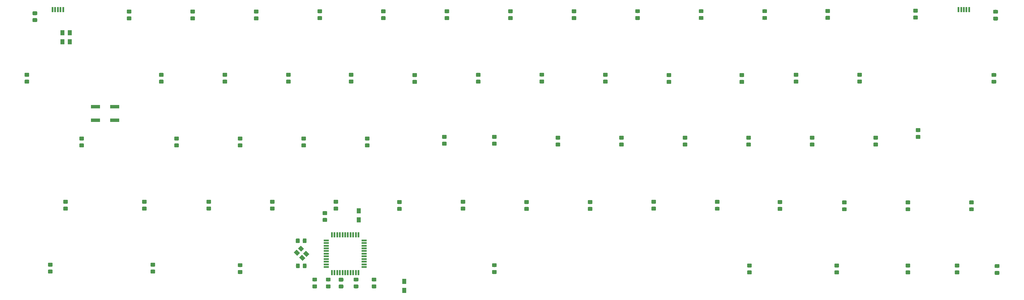
<source format=gbp>
G04 #@! TF.GenerationSoftware,KiCad,Pcbnew,(5.0.0)*
G04 #@! TF.CreationDate,2018-12-28T22:37:37+01:00*
G04 #@! TF.ProjectId,cyclops,6379636C6F70732E6B696361645F7063,rev?*
G04 #@! TF.SameCoordinates,Original*
G04 #@! TF.FileFunction,Paste,Bot*
G04 #@! TF.FilePolarity,Positive*
%FSLAX46Y46*%
G04 Gerber Fmt 4.6, Leading zero omitted, Abs format (unit mm)*
G04 Created by KiCad (PCBNEW (5.0.0)) date 12/28/18 22:37:37*
%MOMM*%
%LPD*%
G01*
G04 APERTURE LIST*
%ADD10C,0.100000*%
%ADD11C,1.150000*%
%ADD12R,0.500000X1.500000*%
%ADD13R,1.300000X1.500000*%
%ADD14R,2.750000X1.000000*%
%ADD15R,0.550000X1.500000*%
%ADD16R,1.500000X0.550000*%
%ADD17C,1.200000*%
G04 APERTURE END LIST*
D10*
G04 #@! TO.C,D1*
G36*
X80174505Y-106101204D02*
X80198773Y-106104804D01*
X80222572Y-106110765D01*
X80245671Y-106119030D01*
X80267850Y-106129520D01*
X80288893Y-106142132D01*
X80308599Y-106156747D01*
X80326777Y-106173223D01*
X80343253Y-106191401D01*
X80357868Y-106211107D01*
X80370480Y-106232150D01*
X80380970Y-106254329D01*
X80389235Y-106277428D01*
X80395196Y-106301227D01*
X80398796Y-106325495D01*
X80400000Y-106349999D01*
X80400000Y-107000001D01*
X80398796Y-107024505D01*
X80395196Y-107048773D01*
X80389235Y-107072572D01*
X80380970Y-107095671D01*
X80370480Y-107117850D01*
X80357868Y-107138893D01*
X80343253Y-107158599D01*
X80326777Y-107176777D01*
X80308599Y-107193253D01*
X80288893Y-107207868D01*
X80267850Y-107220480D01*
X80245671Y-107230970D01*
X80222572Y-107239235D01*
X80198773Y-107245196D01*
X80174505Y-107248796D01*
X80150001Y-107250000D01*
X79249999Y-107250000D01*
X79225495Y-107248796D01*
X79201227Y-107245196D01*
X79177428Y-107239235D01*
X79154329Y-107230970D01*
X79132150Y-107220480D01*
X79111107Y-107207868D01*
X79091401Y-107193253D01*
X79073223Y-107176777D01*
X79056747Y-107158599D01*
X79042132Y-107138893D01*
X79029520Y-107117850D01*
X79019030Y-107095671D01*
X79010765Y-107072572D01*
X79004804Y-107048773D01*
X79001204Y-107024505D01*
X79000000Y-107000001D01*
X79000000Y-106349999D01*
X79001204Y-106325495D01*
X79004804Y-106301227D01*
X79010765Y-106277428D01*
X79019030Y-106254329D01*
X79029520Y-106232150D01*
X79042132Y-106211107D01*
X79056747Y-106191401D01*
X79073223Y-106173223D01*
X79091401Y-106156747D01*
X79111107Y-106142132D01*
X79132150Y-106129520D01*
X79154329Y-106119030D01*
X79177428Y-106110765D01*
X79201227Y-106104804D01*
X79225495Y-106101204D01*
X79249999Y-106100000D01*
X80150001Y-106100000D01*
X80174505Y-106101204D01*
X80174505Y-106101204D01*
G37*
D11*
X79700000Y-106675000D03*
D10*
G36*
X80174505Y-108151204D02*
X80198773Y-108154804D01*
X80222572Y-108160765D01*
X80245671Y-108169030D01*
X80267850Y-108179520D01*
X80288893Y-108192132D01*
X80308599Y-108206747D01*
X80326777Y-108223223D01*
X80343253Y-108241401D01*
X80357868Y-108261107D01*
X80370480Y-108282150D01*
X80380970Y-108304329D01*
X80389235Y-108327428D01*
X80395196Y-108351227D01*
X80398796Y-108375495D01*
X80400000Y-108399999D01*
X80400000Y-109050001D01*
X80398796Y-109074505D01*
X80395196Y-109098773D01*
X80389235Y-109122572D01*
X80380970Y-109145671D01*
X80370480Y-109167850D01*
X80357868Y-109188893D01*
X80343253Y-109208599D01*
X80326777Y-109226777D01*
X80308599Y-109243253D01*
X80288893Y-109257868D01*
X80267850Y-109270480D01*
X80245671Y-109280970D01*
X80222572Y-109289235D01*
X80198773Y-109295196D01*
X80174505Y-109298796D01*
X80150001Y-109300000D01*
X79249999Y-109300000D01*
X79225495Y-109298796D01*
X79201227Y-109295196D01*
X79177428Y-109289235D01*
X79154329Y-109280970D01*
X79132150Y-109270480D01*
X79111107Y-109257868D01*
X79091401Y-109243253D01*
X79073223Y-109226777D01*
X79056747Y-109208599D01*
X79042132Y-109188893D01*
X79029520Y-109167850D01*
X79019030Y-109145671D01*
X79010765Y-109122572D01*
X79004804Y-109098773D01*
X79001204Y-109074505D01*
X79000000Y-109050001D01*
X79000000Y-108399999D01*
X79001204Y-108375495D01*
X79004804Y-108351227D01*
X79010765Y-108327428D01*
X79019030Y-108304329D01*
X79029520Y-108282150D01*
X79042132Y-108261107D01*
X79056747Y-108241401D01*
X79073223Y-108223223D01*
X79091401Y-108206747D01*
X79111107Y-108192132D01*
X79132150Y-108179520D01*
X79154329Y-108169030D01*
X79177428Y-108160765D01*
X79201227Y-108154804D01*
X79225495Y-108151204D01*
X79249999Y-108150000D01*
X80150001Y-108150000D01*
X80174505Y-108151204D01*
X80174505Y-108151204D01*
G37*
D11*
X79700000Y-108725000D03*
G04 #@! TD*
D10*
G04 #@! TO.C,D2*
G36*
X108424505Y-105589204D02*
X108448773Y-105592804D01*
X108472572Y-105598765D01*
X108495671Y-105607030D01*
X108517850Y-105617520D01*
X108538893Y-105630132D01*
X108558599Y-105644747D01*
X108576777Y-105661223D01*
X108593253Y-105679401D01*
X108607868Y-105699107D01*
X108620480Y-105720150D01*
X108630970Y-105742329D01*
X108639235Y-105765428D01*
X108645196Y-105789227D01*
X108648796Y-105813495D01*
X108650000Y-105837999D01*
X108650000Y-106488001D01*
X108648796Y-106512505D01*
X108645196Y-106536773D01*
X108639235Y-106560572D01*
X108630970Y-106583671D01*
X108620480Y-106605850D01*
X108607868Y-106626893D01*
X108593253Y-106646599D01*
X108576777Y-106664777D01*
X108558599Y-106681253D01*
X108538893Y-106695868D01*
X108517850Y-106708480D01*
X108495671Y-106718970D01*
X108472572Y-106727235D01*
X108448773Y-106733196D01*
X108424505Y-106736796D01*
X108400001Y-106738000D01*
X107499999Y-106738000D01*
X107475495Y-106736796D01*
X107451227Y-106733196D01*
X107427428Y-106727235D01*
X107404329Y-106718970D01*
X107382150Y-106708480D01*
X107361107Y-106695868D01*
X107341401Y-106681253D01*
X107323223Y-106664777D01*
X107306747Y-106646599D01*
X107292132Y-106626893D01*
X107279520Y-106605850D01*
X107269030Y-106583671D01*
X107260765Y-106560572D01*
X107254804Y-106536773D01*
X107251204Y-106512505D01*
X107250000Y-106488001D01*
X107250000Y-105837999D01*
X107251204Y-105813495D01*
X107254804Y-105789227D01*
X107260765Y-105765428D01*
X107269030Y-105742329D01*
X107279520Y-105720150D01*
X107292132Y-105699107D01*
X107306747Y-105679401D01*
X107323223Y-105661223D01*
X107341401Y-105644747D01*
X107361107Y-105630132D01*
X107382150Y-105617520D01*
X107404329Y-105607030D01*
X107427428Y-105598765D01*
X107451227Y-105592804D01*
X107475495Y-105589204D01*
X107499999Y-105588000D01*
X108400001Y-105588000D01*
X108424505Y-105589204D01*
X108424505Y-105589204D01*
G37*
D11*
X107950000Y-106163000D03*
D10*
G36*
X108424505Y-107639204D02*
X108448773Y-107642804D01*
X108472572Y-107648765D01*
X108495671Y-107657030D01*
X108517850Y-107667520D01*
X108538893Y-107680132D01*
X108558599Y-107694747D01*
X108576777Y-107711223D01*
X108593253Y-107729401D01*
X108607868Y-107749107D01*
X108620480Y-107770150D01*
X108630970Y-107792329D01*
X108639235Y-107815428D01*
X108645196Y-107839227D01*
X108648796Y-107863495D01*
X108650000Y-107887999D01*
X108650000Y-108538001D01*
X108648796Y-108562505D01*
X108645196Y-108586773D01*
X108639235Y-108610572D01*
X108630970Y-108633671D01*
X108620480Y-108655850D01*
X108607868Y-108676893D01*
X108593253Y-108696599D01*
X108576777Y-108714777D01*
X108558599Y-108731253D01*
X108538893Y-108745868D01*
X108517850Y-108758480D01*
X108495671Y-108768970D01*
X108472572Y-108777235D01*
X108448773Y-108783196D01*
X108424505Y-108786796D01*
X108400001Y-108788000D01*
X107499999Y-108788000D01*
X107475495Y-108786796D01*
X107451227Y-108783196D01*
X107427428Y-108777235D01*
X107404329Y-108768970D01*
X107382150Y-108758480D01*
X107361107Y-108745868D01*
X107341401Y-108731253D01*
X107323223Y-108714777D01*
X107306747Y-108696599D01*
X107292132Y-108676893D01*
X107279520Y-108655850D01*
X107269030Y-108633671D01*
X107260765Y-108610572D01*
X107254804Y-108586773D01*
X107251204Y-108562505D01*
X107250000Y-108538001D01*
X107250000Y-107887999D01*
X107251204Y-107863495D01*
X107254804Y-107839227D01*
X107260765Y-107815428D01*
X107269030Y-107792329D01*
X107279520Y-107770150D01*
X107292132Y-107749107D01*
X107306747Y-107729401D01*
X107323223Y-107711223D01*
X107341401Y-107694747D01*
X107361107Y-107680132D01*
X107382150Y-107667520D01*
X107404329Y-107657030D01*
X107427428Y-107648765D01*
X107451227Y-107642804D01*
X107475495Y-107639204D01*
X107499999Y-107638000D01*
X108400001Y-107638000D01*
X108424505Y-107639204D01*
X108424505Y-107639204D01*
G37*
D11*
X107950000Y-108213000D03*
G04 #@! TD*
D10*
G04 #@! TO.C,D3*
G36*
X127474505Y-105589204D02*
X127498773Y-105592804D01*
X127522572Y-105598765D01*
X127545671Y-105607030D01*
X127567850Y-105617520D01*
X127588893Y-105630132D01*
X127608599Y-105644747D01*
X127626777Y-105661223D01*
X127643253Y-105679401D01*
X127657868Y-105699107D01*
X127670480Y-105720150D01*
X127680970Y-105742329D01*
X127689235Y-105765428D01*
X127695196Y-105789227D01*
X127698796Y-105813495D01*
X127700000Y-105837999D01*
X127700000Y-106488001D01*
X127698796Y-106512505D01*
X127695196Y-106536773D01*
X127689235Y-106560572D01*
X127680970Y-106583671D01*
X127670480Y-106605850D01*
X127657868Y-106626893D01*
X127643253Y-106646599D01*
X127626777Y-106664777D01*
X127608599Y-106681253D01*
X127588893Y-106695868D01*
X127567850Y-106708480D01*
X127545671Y-106718970D01*
X127522572Y-106727235D01*
X127498773Y-106733196D01*
X127474505Y-106736796D01*
X127450001Y-106738000D01*
X126549999Y-106738000D01*
X126525495Y-106736796D01*
X126501227Y-106733196D01*
X126477428Y-106727235D01*
X126454329Y-106718970D01*
X126432150Y-106708480D01*
X126411107Y-106695868D01*
X126391401Y-106681253D01*
X126373223Y-106664777D01*
X126356747Y-106646599D01*
X126342132Y-106626893D01*
X126329520Y-106605850D01*
X126319030Y-106583671D01*
X126310765Y-106560572D01*
X126304804Y-106536773D01*
X126301204Y-106512505D01*
X126300000Y-106488001D01*
X126300000Y-105837999D01*
X126301204Y-105813495D01*
X126304804Y-105789227D01*
X126310765Y-105765428D01*
X126319030Y-105742329D01*
X126329520Y-105720150D01*
X126342132Y-105699107D01*
X126356747Y-105679401D01*
X126373223Y-105661223D01*
X126391401Y-105644747D01*
X126411107Y-105630132D01*
X126432150Y-105617520D01*
X126454329Y-105607030D01*
X126477428Y-105598765D01*
X126501227Y-105592804D01*
X126525495Y-105589204D01*
X126549999Y-105588000D01*
X127450001Y-105588000D01*
X127474505Y-105589204D01*
X127474505Y-105589204D01*
G37*
D11*
X127000000Y-106163000D03*
D10*
G36*
X127474505Y-107639204D02*
X127498773Y-107642804D01*
X127522572Y-107648765D01*
X127545671Y-107657030D01*
X127567850Y-107667520D01*
X127588893Y-107680132D01*
X127608599Y-107694747D01*
X127626777Y-107711223D01*
X127643253Y-107729401D01*
X127657868Y-107749107D01*
X127670480Y-107770150D01*
X127680970Y-107792329D01*
X127689235Y-107815428D01*
X127695196Y-107839227D01*
X127698796Y-107863495D01*
X127700000Y-107887999D01*
X127700000Y-108538001D01*
X127698796Y-108562505D01*
X127695196Y-108586773D01*
X127689235Y-108610572D01*
X127680970Y-108633671D01*
X127670480Y-108655850D01*
X127657868Y-108676893D01*
X127643253Y-108696599D01*
X127626777Y-108714777D01*
X127608599Y-108731253D01*
X127588893Y-108745868D01*
X127567850Y-108758480D01*
X127545671Y-108768970D01*
X127522572Y-108777235D01*
X127498773Y-108783196D01*
X127474505Y-108786796D01*
X127450001Y-108788000D01*
X126549999Y-108788000D01*
X126525495Y-108786796D01*
X126501227Y-108783196D01*
X126477428Y-108777235D01*
X126454329Y-108768970D01*
X126432150Y-108758480D01*
X126411107Y-108745868D01*
X126391401Y-108731253D01*
X126373223Y-108714777D01*
X126356747Y-108696599D01*
X126342132Y-108676893D01*
X126329520Y-108655850D01*
X126319030Y-108633671D01*
X126310765Y-108610572D01*
X126304804Y-108586773D01*
X126301204Y-108562505D01*
X126300000Y-108538001D01*
X126300000Y-107887999D01*
X126301204Y-107863495D01*
X126304804Y-107839227D01*
X126310765Y-107815428D01*
X126319030Y-107792329D01*
X126329520Y-107770150D01*
X126342132Y-107749107D01*
X126356747Y-107729401D01*
X126373223Y-107711223D01*
X126391401Y-107694747D01*
X126411107Y-107680132D01*
X126432150Y-107667520D01*
X126454329Y-107657030D01*
X126477428Y-107648765D01*
X126501227Y-107642804D01*
X126525495Y-107639204D01*
X126549999Y-107638000D01*
X127450001Y-107638000D01*
X127474505Y-107639204D01*
X127474505Y-107639204D01*
G37*
D11*
X127000000Y-108213000D03*
G04 #@! TD*
D10*
G04 #@! TO.C,D4*
G36*
X146524505Y-105589204D02*
X146548773Y-105592804D01*
X146572572Y-105598765D01*
X146595671Y-105607030D01*
X146617850Y-105617520D01*
X146638893Y-105630132D01*
X146658599Y-105644747D01*
X146676777Y-105661223D01*
X146693253Y-105679401D01*
X146707868Y-105699107D01*
X146720480Y-105720150D01*
X146730970Y-105742329D01*
X146739235Y-105765428D01*
X146745196Y-105789227D01*
X146748796Y-105813495D01*
X146750000Y-105837999D01*
X146750000Y-106488001D01*
X146748796Y-106512505D01*
X146745196Y-106536773D01*
X146739235Y-106560572D01*
X146730970Y-106583671D01*
X146720480Y-106605850D01*
X146707868Y-106626893D01*
X146693253Y-106646599D01*
X146676777Y-106664777D01*
X146658599Y-106681253D01*
X146638893Y-106695868D01*
X146617850Y-106708480D01*
X146595671Y-106718970D01*
X146572572Y-106727235D01*
X146548773Y-106733196D01*
X146524505Y-106736796D01*
X146500001Y-106738000D01*
X145599999Y-106738000D01*
X145575495Y-106736796D01*
X145551227Y-106733196D01*
X145527428Y-106727235D01*
X145504329Y-106718970D01*
X145482150Y-106708480D01*
X145461107Y-106695868D01*
X145441401Y-106681253D01*
X145423223Y-106664777D01*
X145406747Y-106646599D01*
X145392132Y-106626893D01*
X145379520Y-106605850D01*
X145369030Y-106583671D01*
X145360765Y-106560572D01*
X145354804Y-106536773D01*
X145351204Y-106512505D01*
X145350000Y-106488001D01*
X145350000Y-105837999D01*
X145351204Y-105813495D01*
X145354804Y-105789227D01*
X145360765Y-105765428D01*
X145369030Y-105742329D01*
X145379520Y-105720150D01*
X145392132Y-105699107D01*
X145406747Y-105679401D01*
X145423223Y-105661223D01*
X145441401Y-105644747D01*
X145461107Y-105630132D01*
X145482150Y-105617520D01*
X145504329Y-105607030D01*
X145527428Y-105598765D01*
X145551227Y-105592804D01*
X145575495Y-105589204D01*
X145599999Y-105588000D01*
X146500001Y-105588000D01*
X146524505Y-105589204D01*
X146524505Y-105589204D01*
G37*
D11*
X146050000Y-106163000D03*
D10*
G36*
X146524505Y-107639204D02*
X146548773Y-107642804D01*
X146572572Y-107648765D01*
X146595671Y-107657030D01*
X146617850Y-107667520D01*
X146638893Y-107680132D01*
X146658599Y-107694747D01*
X146676777Y-107711223D01*
X146693253Y-107729401D01*
X146707868Y-107749107D01*
X146720480Y-107770150D01*
X146730970Y-107792329D01*
X146739235Y-107815428D01*
X146745196Y-107839227D01*
X146748796Y-107863495D01*
X146750000Y-107887999D01*
X146750000Y-108538001D01*
X146748796Y-108562505D01*
X146745196Y-108586773D01*
X146739235Y-108610572D01*
X146730970Y-108633671D01*
X146720480Y-108655850D01*
X146707868Y-108676893D01*
X146693253Y-108696599D01*
X146676777Y-108714777D01*
X146658599Y-108731253D01*
X146638893Y-108745868D01*
X146617850Y-108758480D01*
X146595671Y-108768970D01*
X146572572Y-108777235D01*
X146548773Y-108783196D01*
X146524505Y-108786796D01*
X146500001Y-108788000D01*
X145599999Y-108788000D01*
X145575495Y-108786796D01*
X145551227Y-108783196D01*
X145527428Y-108777235D01*
X145504329Y-108768970D01*
X145482150Y-108758480D01*
X145461107Y-108745868D01*
X145441401Y-108731253D01*
X145423223Y-108714777D01*
X145406747Y-108696599D01*
X145392132Y-108676893D01*
X145379520Y-108655850D01*
X145369030Y-108633671D01*
X145360765Y-108610572D01*
X145354804Y-108586773D01*
X145351204Y-108562505D01*
X145350000Y-108538001D01*
X145350000Y-107887999D01*
X145351204Y-107863495D01*
X145354804Y-107839227D01*
X145360765Y-107815428D01*
X145369030Y-107792329D01*
X145379520Y-107770150D01*
X145392132Y-107749107D01*
X145406747Y-107729401D01*
X145423223Y-107711223D01*
X145441401Y-107694747D01*
X145461107Y-107680132D01*
X145482150Y-107667520D01*
X145504329Y-107657030D01*
X145527428Y-107648765D01*
X145551227Y-107642804D01*
X145575495Y-107639204D01*
X145599999Y-107638000D01*
X146500001Y-107638000D01*
X146524505Y-107639204D01*
X146524505Y-107639204D01*
G37*
D11*
X146050000Y-108213000D03*
G04 #@! TD*
D10*
G04 #@! TO.C,D5*
G36*
X165574505Y-105513004D02*
X165598773Y-105516604D01*
X165622572Y-105522565D01*
X165645671Y-105530830D01*
X165667850Y-105541320D01*
X165688893Y-105553932D01*
X165708599Y-105568547D01*
X165726777Y-105585023D01*
X165743253Y-105603201D01*
X165757868Y-105622907D01*
X165770480Y-105643950D01*
X165780970Y-105666129D01*
X165789235Y-105689228D01*
X165795196Y-105713027D01*
X165798796Y-105737295D01*
X165800000Y-105761799D01*
X165800000Y-106411801D01*
X165798796Y-106436305D01*
X165795196Y-106460573D01*
X165789235Y-106484372D01*
X165780970Y-106507471D01*
X165770480Y-106529650D01*
X165757868Y-106550693D01*
X165743253Y-106570399D01*
X165726777Y-106588577D01*
X165708599Y-106605053D01*
X165688893Y-106619668D01*
X165667850Y-106632280D01*
X165645671Y-106642770D01*
X165622572Y-106651035D01*
X165598773Y-106656996D01*
X165574505Y-106660596D01*
X165550001Y-106661800D01*
X164649999Y-106661800D01*
X164625495Y-106660596D01*
X164601227Y-106656996D01*
X164577428Y-106651035D01*
X164554329Y-106642770D01*
X164532150Y-106632280D01*
X164511107Y-106619668D01*
X164491401Y-106605053D01*
X164473223Y-106588577D01*
X164456747Y-106570399D01*
X164442132Y-106550693D01*
X164429520Y-106529650D01*
X164419030Y-106507471D01*
X164410765Y-106484372D01*
X164404804Y-106460573D01*
X164401204Y-106436305D01*
X164400000Y-106411801D01*
X164400000Y-105761799D01*
X164401204Y-105737295D01*
X164404804Y-105713027D01*
X164410765Y-105689228D01*
X164419030Y-105666129D01*
X164429520Y-105643950D01*
X164442132Y-105622907D01*
X164456747Y-105603201D01*
X164473223Y-105585023D01*
X164491401Y-105568547D01*
X164511107Y-105553932D01*
X164532150Y-105541320D01*
X164554329Y-105530830D01*
X164577428Y-105522565D01*
X164601227Y-105516604D01*
X164625495Y-105513004D01*
X164649999Y-105511800D01*
X165550001Y-105511800D01*
X165574505Y-105513004D01*
X165574505Y-105513004D01*
G37*
D11*
X165100000Y-106086800D03*
D10*
G36*
X165574505Y-107563004D02*
X165598773Y-107566604D01*
X165622572Y-107572565D01*
X165645671Y-107580830D01*
X165667850Y-107591320D01*
X165688893Y-107603932D01*
X165708599Y-107618547D01*
X165726777Y-107635023D01*
X165743253Y-107653201D01*
X165757868Y-107672907D01*
X165770480Y-107693950D01*
X165780970Y-107716129D01*
X165789235Y-107739228D01*
X165795196Y-107763027D01*
X165798796Y-107787295D01*
X165800000Y-107811799D01*
X165800000Y-108461801D01*
X165798796Y-108486305D01*
X165795196Y-108510573D01*
X165789235Y-108534372D01*
X165780970Y-108557471D01*
X165770480Y-108579650D01*
X165757868Y-108600693D01*
X165743253Y-108620399D01*
X165726777Y-108638577D01*
X165708599Y-108655053D01*
X165688893Y-108669668D01*
X165667850Y-108682280D01*
X165645671Y-108692770D01*
X165622572Y-108701035D01*
X165598773Y-108706996D01*
X165574505Y-108710596D01*
X165550001Y-108711800D01*
X164649999Y-108711800D01*
X164625495Y-108710596D01*
X164601227Y-108706996D01*
X164577428Y-108701035D01*
X164554329Y-108692770D01*
X164532150Y-108682280D01*
X164511107Y-108669668D01*
X164491401Y-108655053D01*
X164473223Y-108638577D01*
X164456747Y-108620399D01*
X164442132Y-108600693D01*
X164429520Y-108579650D01*
X164419030Y-108557471D01*
X164410765Y-108534372D01*
X164404804Y-108510573D01*
X164401204Y-108486305D01*
X164400000Y-108461801D01*
X164400000Y-107811799D01*
X164401204Y-107787295D01*
X164404804Y-107763027D01*
X164410765Y-107739228D01*
X164419030Y-107716129D01*
X164429520Y-107693950D01*
X164442132Y-107672907D01*
X164456747Y-107653201D01*
X164473223Y-107635023D01*
X164491401Y-107618547D01*
X164511107Y-107603932D01*
X164532150Y-107591320D01*
X164554329Y-107580830D01*
X164577428Y-107572565D01*
X164601227Y-107566604D01*
X164625495Y-107563004D01*
X164649999Y-107561800D01*
X165550001Y-107561800D01*
X165574505Y-107563004D01*
X165574505Y-107563004D01*
G37*
D11*
X165100000Y-108136800D03*
G04 #@! TD*
D10*
G04 #@! TO.C,D6*
G36*
X184624505Y-105525704D02*
X184648773Y-105529304D01*
X184672572Y-105535265D01*
X184695671Y-105543530D01*
X184717850Y-105554020D01*
X184738893Y-105566632D01*
X184758599Y-105581247D01*
X184776777Y-105597723D01*
X184793253Y-105615901D01*
X184807868Y-105635607D01*
X184820480Y-105656650D01*
X184830970Y-105678829D01*
X184839235Y-105701928D01*
X184845196Y-105725727D01*
X184848796Y-105749995D01*
X184850000Y-105774499D01*
X184850000Y-106424501D01*
X184848796Y-106449005D01*
X184845196Y-106473273D01*
X184839235Y-106497072D01*
X184830970Y-106520171D01*
X184820480Y-106542350D01*
X184807868Y-106563393D01*
X184793253Y-106583099D01*
X184776777Y-106601277D01*
X184758599Y-106617753D01*
X184738893Y-106632368D01*
X184717850Y-106644980D01*
X184695671Y-106655470D01*
X184672572Y-106663735D01*
X184648773Y-106669696D01*
X184624505Y-106673296D01*
X184600001Y-106674500D01*
X183699999Y-106674500D01*
X183675495Y-106673296D01*
X183651227Y-106669696D01*
X183627428Y-106663735D01*
X183604329Y-106655470D01*
X183582150Y-106644980D01*
X183561107Y-106632368D01*
X183541401Y-106617753D01*
X183523223Y-106601277D01*
X183506747Y-106583099D01*
X183492132Y-106563393D01*
X183479520Y-106542350D01*
X183469030Y-106520171D01*
X183460765Y-106497072D01*
X183454804Y-106473273D01*
X183451204Y-106449005D01*
X183450000Y-106424501D01*
X183450000Y-105774499D01*
X183451204Y-105749995D01*
X183454804Y-105725727D01*
X183460765Y-105701928D01*
X183469030Y-105678829D01*
X183479520Y-105656650D01*
X183492132Y-105635607D01*
X183506747Y-105615901D01*
X183523223Y-105597723D01*
X183541401Y-105581247D01*
X183561107Y-105566632D01*
X183582150Y-105554020D01*
X183604329Y-105543530D01*
X183627428Y-105535265D01*
X183651227Y-105529304D01*
X183675495Y-105525704D01*
X183699999Y-105524500D01*
X184600001Y-105524500D01*
X184624505Y-105525704D01*
X184624505Y-105525704D01*
G37*
D11*
X184150000Y-106099500D03*
D10*
G36*
X184624505Y-107575704D02*
X184648773Y-107579304D01*
X184672572Y-107585265D01*
X184695671Y-107593530D01*
X184717850Y-107604020D01*
X184738893Y-107616632D01*
X184758599Y-107631247D01*
X184776777Y-107647723D01*
X184793253Y-107665901D01*
X184807868Y-107685607D01*
X184820480Y-107706650D01*
X184830970Y-107728829D01*
X184839235Y-107751928D01*
X184845196Y-107775727D01*
X184848796Y-107799995D01*
X184850000Y-107824499D01*
X184850000Y-108474501D01*
X184848796Y-108499005D01*
X184845196Y-108523273D01*
X184839235Y-108547072D01*
X184830970Y-108570171D01*
X184820480Y-108592350D01*
X184807868Y-108613393D01*
X184793253Y-108633099D01*
X184776777Y-108651277D01*
X184758599Y-108667753D01*
X184738893Y-108682368D01*
X184717850Y-108694980D01*
X184695671Y-108705470D01*
X184672572Y-108713735D01*
X184648773Y-108719696D01*
X184624505Y-108723296D01*
X184600001Y-108724500D01*
X183699999Y-108724500D01*
X183675495Y-108723296D01*
X183651227Y-108719696D01*
X183627428Y-108713735D01*
X183604329Y-108705470D01*
X183582150Y-108694980D01*
X183561107Y-108682368D01*
X183541401Y-108667753D01*
X183523223Y-108651277D01*
X183506747Y-108633099D01*
X183492132Y-108613393D01*
X183479520Y-108592350D01*
X183469030Y-108570171D01*
X183460765Y-108547072D01*
X183454804Y-108523273D01*
X183451204Y-108499005D01*
X183450000Y-108474501D01*
X183450000Y-107824499D01*
X183451204Y-107799995D01*
X183454804Y-107775727D01*
X183460765Y-107751928D01*
X183469030Y-107728829D01*
X183479520Y-107706650D01*
X183492132Y-107685607D01*
X183506747Y-107665901D01*
X183523223Y-107647723D01*
X183541401Y-107631247D01*
X183561107Y-107616632D01*
X183582150Y-107604020D01*
X183604329Y-107593530D01*
X183627428Y-107585265D01*
X183651227Y-107579304D01*
X183675495Y-107575704D01*
X183699999Y-107574500D01*
X184600001Y-107574500D01*
X184624505Y-107575704D01*
X184624505Y-107575704D01*
G37*
D11*
X184150000Y-108149500D03*
G04 #@! TD*
D10*
G04 #@! TO.C,D7*
G36*
X203674505Y-105513004D02*
X203698773Y-105516604D01*
X203722572Y-105522565D01*
X203745671Y-105530830D01*
X203767850Y-105541320D01*
X203788893Y-105553932D01*
X203808599Y-105568547D01*
X203826777Y-105585023D01*
X203843253Y-105603201D01*
X203857868Y-105622907D01*
X203870480Y-105643950D01*
X203880970Y-105666129D01*
X203889235Y-105689228D01*
X203895196Y-105713027D01*
X203898796Y-105737295D01*
X203900000Y-105761799D01*
X203900000Y-106411801D01*
X203898796Y-106436305D01*
X203895196Y-106460573D01*
X203889235Y-106484372D01*
X203880970Y-106507471D01*
X203870480Y-106529650D01*
X203857868Y-106550693D01*
X203843253Y-106570399D01*
X203826777Y-106588577D01*
X203808599Y-106605053D01*
X203788893Y-106619668D01*
X203767850Y-106632280D01*
X203745671Y-106642770D01*
X203722572Y-106651035D01*
X203698773Y-106656996D01*
X203674505Y-106660596D01*
X203650001Y-106661800D01*
X202749999Y-106661800D01*
X202725495Y-106660596D01*
X202701227Y-106656996D01*
X202677428Y-106651035D01*
X202654329Y-106642770D01*
X202632150Y-106632280D01*
X202611107Y-106619668D01*
X202591401Y-106605053D01*
X202573223Y-106588577D01*
X202556747Y-106570399D01*
X202542132Y-106550693D01*
X202529520Y-106529650D01*
X202519030Y-106507471D01*
X202510765Y-106484372D01*
X202504804Y-106460573D01*
X202501204Y-106436305D01*
X202500000Y-106411801D01*
X202500000Y-105761799D01*
X202501204Y-105737295D01*
X202504804Y-105713027D01*
X202510765Y-105689228D01*
X202519030Y-105666129D01*
X202529520Y-105643950D01*
X202542132Y-105622907D01*
X202556747Y-105603201D01*
X202573223Y-105585023D01*
X202591401Y-105568547D01*
X202611107Y-105553932D01*
X202632150Y-105541320D01*
X202654329Y-105530830D01*
X202677428Y-105522565D01*
X202701227Y-105516604D01*
X202725495Y-105513004D01*
X202749999Y-105511800D01*
X203650001Y-105511800D01*
X203674505Y-105513004D01*
X203674505Y-105513004D01*
G37*
D11*
X203200000Y-106086800D03*
D10*
G36*
X203674505Y-107563004D02*
X203698773Y-107566604D01*
X203722572Y-107572565D01*
X203745671Y-107580830D01*
X203767850Y-107591320D01*
X203788893Y-107603932D01*
X203808599Y-107618547D01*
X203826777Y-107635023D01*
X203843253Y-107653201D01*
X203857868Y-107672907D01*
X203870480Y-107693950D01*
X203880970Y-107716129D01*
X203889235Y-107739228D01*
X203895196Y-107763027D01*
X203898796Y-107787295D01*
X203900000Y-107811799D01*
X203900000Y-108461801D01*
X203898796Y-108486305D01*
X203895196Y-108510573D01*
X203889235Y-108534372D01*
X203880970Y-108557471D01*
X203870480Y-108579650D01*
X203857868Y-108600693D01*
X203843253Y-108620399D01*
X203826777Y-108638577D01*
X203808599Y-108655053D01*
X203788893Y-108669668D01*
X203767850Y-108682280D01*
X203745671Y-108692770D01*
X203722572Y-108701035D01*
X203698773Y-108706996D01*
X203674505Y-108710596D01*
X203650001Y-108711800D01*
X202749999Y-108711800D01*
X202725495Y-108710596D01*
X202701227Y-108706996D01*
X202677428Y-108701035D01*
X202654329Y-108692770D01*
X202632150Y-108682280D01*
X202611107Y-108669668D01*
X202591401Y-108655053D01*
X202573223Y-108638577D01*
X202556747Y-108620399D01*
X202542132Y-108600693D01*
X202529520Y-108579650D01*
X202519030Y-108557471D01*
X202510765Y-108534372D01*
X202504804Y-108510573D01*
X202501204Y-108486305D01*
X202500000Y-108461801D01*
X202500000Y-107811799D01*
X202501204Y-107787295D01*
X202504804Y-107763027D01*
X202510765Y-107739228D01*
X202519030Y-107716129D01*
X202529520Y-107693950D01*
X202542132Y-107672907D01*
X202556747Y-107653201D01*
X202573223Y-107635023D01*
X202591401Y-107618547D01*
X202611107Y-107603932D01*
X202632150Y-107591320D01*
X202654329Y-107580830D01*
X202677428Y-107572565D01*
X202701227Y-107566604D01*
X202725495Y-107563004D01*
X202749999Y-107561800D01*
X203650001Y-107561800D01*
X203674505Y-107563004D01*
X203674505Y-107563004D01*
G37*
D11*
X203200000Y-108136800D03*
G04 #@! TD*
D10*
G04 #@! TO.C,D8*
G36*
X222724505Y-105513004D02*
X222748773Y-105516604D01*
X222772572Y-105522565D01*
X222795671Y-105530830D01*
X222817850Y-105541320D01*
X222838893Y-105553932D01*
X222858599Y-105568547D01*
X222876777Y-105585023D01*
X222893253Y-105603201D01*
X222907868Y-105622907D01*
X222920480Y-105643950D01*
X222930970Y-105666129D01*
X222939235Y-105689228D01*
X222945196Y-105713027D01*
X222948796Y-105737295D01*
X222950000Y-105761799D01*
X222950000Y-106411801D01*
X222948796Y-106436305D01*
X222945196Y-106460573D01*
X222939235Y-106484372D01*
X222930970Y-106507471D01*
X222920480Y-106529650D01*
X222907868Y-106550693D01*
X222893253Y-106570399D01*
X222876777Y-106588577D01*
X222858599Y-106605053D01*
X222838893Y-106619668D01*
X222817850Y-106632280D01*
X222795671Y-106642770D01*
X222772572Y-106651035D01*
X222748773Y-106656996D01*
X222724505Y-106660596D01*
X222700001Y-106661800D01*
X221799999Y-106661800D01*
X221775495Y-106660596D01*
X221751227Y-106656996D01*
X221727428Y-106651035D01*
X221704329Y-106642770D01*
X221682150Y-106632280D01*
X221661107Y-106619668D01*
X221641401Y-106605053D01*
X221623223Y-106588577D01*
X221606747Y-106570399D01*
X221592132Y-106550693D01*
X221579520Y-106529650D01*
X221569030Y-106507471D01*
X221560765Y-106484372D01*
X221554804Y-106460573D01*
X221551204Y-106436305D01*
X221550000Y-106411801D01*
X221550000Y-105761799D01*
X221551204Y-105737295D01*
X221554804Y-105713027D01*
X221560765Y-105689228D01*
X221569030Y-105666129D01*
X221579520Y-105643950D01*
X221592132Y-105622907D01*
X221606747Y-105603201D01*
X221623223Y-105585023D01*
X221641401Y-105568547D01*
X221661107Y-105553932D01*
X221682150Y-105541320D01*
X221704329Y-105530830D01*
X221727428Y-105522565D01*
X221751227Y-105516604D01*
X221775495Y-105513004D01*
X221799999Y-105511800D01*
X222700001Y-105511800D01*
X222724505Y-105513004D01*
X222724505Y-105513004D01*
G37*
D11*
X222250000Y-106086800D03*
D10*
G36*
X222724505Y-107563004D02*
X222748773Y-107566604D01*
X222772572Y-107572565D01*
X222795671Y-107580830D01*
X222817850Y-107591320D01*
X222838893Y-107603932D01*
X222858599Y-107618547D01*
X222876777Y-107635023D01*
X222893253Y-107653201D01*
X222907868Y-107672907D01*
X222920480Y-107693950D01*
X222930970Y-107716129D01*
X222939235Y-107739228D01*
X222945196Y-107763027D01*
X222948796Y-107787295D01*
X222950000Y-107811799D01*
X222950000Y-108461801D01*
X222948796Y-108486305D01*
X222945196Y-108510573D01*
X222939235Y-108534372D01*
X222930970Y-108557471D01*
X222920480Y-108579650D01*
X222907868Y-108600693D01*
X222893253Y-108620399D01*
X222876777Y-108638577D01*
X222858599Y-108655053D01*
X222838893Y-108669668D01*
X222817850Y-108682280D01*
X222795671Y-108692770D01*
X222772572Y-108701035D01*
X222748773Y-108706996D01*
X222724505Y-108710596D01*
X222700001Y-108711800D01*
X221799999Y-108711800D01*
X221775495Y-108710596D01*
X221751227Y-108706996D01*
X221727428Y-108701035D01*
X221704329Y-108692770D01*
X221682150Y-108682280D01*
X221661107Y-108669668D01*
X221641401Y-108655053D01*
X221623223Y-108638577D01*
X221606747Y-108620399D01*
X221592132Y-108600693D01*
X221579520Y-108579650D01*
X221569030Y-108557471D01*
X221560765Y-108534372D01*
X221554804Y-108510573D01*
X221551204Y-108486305D01*
X221550000Y-108461801D01*
X221550000Y-107811799D01*
X221551204Y-107787295D01*
X221554804Y-107763027D01*
X221560765Y-107739228D01*
X221569030Y-107716129D01*
X221579520Y-107693950D01*
X221592132Y-107672907D01*
X221606747Y-107653201D01*
X221623223Y-107635023D01*
X221641401Y-107618547D01*
X221661107Y-107603932D01*
X221682150Y-107591320D01*
X221704329Y-107580830D01*
X221727428Y-107572565D01*
X221751227Y-107566604D01*
X221775495Y-107563004D01*
X221799999Y-107561800D01*
X222700001Y-107561800D01*
X222724505Y-107563004D01*
X222724505Y-107563004D01*
G37*
D11*
X222250000Y-108136800D03*
G04 #@! TD*
D10*
G04 #@! TO.C,D9*
G36*
X241774505Y-105513004D02*
X241798773Y-105516604D01*
X241822572Y-105522565D01*
X241845671Y-105530830D01*
X241867850Y-105541320D01*
X241888893Y-105553932D01*
X241908599Y-105568547D01*
X241926777Y-105585023D01*
X241943253Y-105603201D01*
X241957868Y-105622907D01*
X241970480Y-105643950D01*
X241980970Y-105666129D01*
X241989235Y-105689228D01*
X241995196Y-105713027D01*
X241998796Y-105737295D01*
X242000000Y-105761799D01*
X242000000Y-106411801D01*
X241998796Y-106436305D01*
X241995196Y-106460573D01*
X241989235Y-106484372D01*
X241980970Y-106507471D01*
X241970480Y-106529650D01*
X241957868Y-106550693D01*
X241943253Y-106570399D01*
X241926777Y-106588577D01*
X241908599Y-106605053D01*
X241888893Y-106619668D01*
X241867850Y-106632280D01*
X241845671Y-106642770D01*
X241822572Y-106651035D01*
X241798773Y-106656996D01*
X241774505Y-106660596D01*
X241750001Y-106661800D01*
X240849999Y-106661800D01*
X240825495Y-106660596D01*
X240801227Y-106656996D01*
X240777428Y-106651035D01*
X240754329Y-106642770D01*
X240732150Y-106632280D01*
X240711107Y-106619668D01*
X240691401Y-106605053D01*
X240673223Y-106588577D01*
X240656747Y-106570399D01*
X240642132Y-106550693D01*
X240629520Y-106529650D01*
X240619030Y-106507471D01*
X240610765Y-106484372D01*
X240604804Y-106460573D01*
X240601204Y-106436305D01*
X240600000Y-106411801D01*
X240600000Y-105761799D01*
X240601204Y-105737295D01*
X240604804Y-105713027D01*
X240610765Y-105689228D01*
X240619030Y-105666129D01*
X240629520Y-105643950D01*
X240642132Y-105622907D01*
X240656747Y-105603201D01*
X240673223Y-105585023D01*
X240691401Y-105568547D01*
X240711107Y-105553932D01*
X240732150Y-105541320D01*
X240754329Y-105530830D01*
X240777428Y-105522565D01*
X240801227Y-105516604D01*
X240825495Y-105513004D01*
X240849999Y-105511800D01*
X241750001Y-105511800D01*
X241774505Y-105513004D01*
X241774505Y-105513004D01*
G37*
D11*
X241300000Y-106086800D03*
D10*
G36*
X241774505Y-107563004D02*
X241798773Y-107566604D01*
X241822572Y-107572565D01*
X241845671Y-107580830D01*
X241867850Y-107591320D01*
X241888893Y-107603932D01*
X241908599Y-107618547D01*
X241926777Y-107635023D01*
X241943253Y-107653201D01*
X241957868Y-107672907D01*
X241970480Y-107693950D01*
X241980970Y-107716129D01*
X241989235Y-107739228D01*
X241995196Y-107763027D01*
X241998796Y-107787295D01*
X242000000Y-107811799D01*
X242000000Y-108461801D01*
X241998796Y-108486305D01*
X241995196Y-108510573D01*
X241989235Y-108534372D01*
X241980970Y-108557471D01*
X241970480Y-108579650D01*
X241957868Y-108600693D01*
X241943253Y-108620399D01*
X241926777Y-108638577D01*
X241908599Y-108655053D01*
X241888893Y-108669668D01*
X241867850Y-108682280D01*
X241845671Y-108692770D01*
X241822572Y-108701035D01*
X241798773Y-108706996D01*
X241774505Y-108710596D01*
X241750001Y-108711800D01*
X240849999Y-108711800D01*
X240825495Y-108710596D01*
X240801227Y-108706996D01*
X240777428Y-108701035D01*
X240754329Y-108692770D01*
X240732150Y-108682280D01*
X240711107Y-108669668D01*
X240691401Y-108655053D01*
X240673223Y-108638577D01*
X240656747Y-108620399D01*
X240642132Y-108600693D01*
X240629520Y-108579650D01*
X240619030Y-108557471D01*
X240610765Y-108534372D01*
X240604804Y-108510573D01*
X240601204Y-108486305D01*
X240600000Y-108461801D01*
X240600000Y-107811799D01*
X240601204Y-107787295D01*
X240604804Y-107763027D01*
X240610765Y-107739228D01*
X240619030Y-107716129D01*
X240629520Y-107693950D01*
X240642132Y-107672907D01*
X240656747Y-107653201D01*
X240673223Y-107635023D01*
X240691401Y-107618547D01*
X240711107Y-107603932D01*
X240732150Y-107591320D01*
X240754329Y-107580830D01*
X240777428Y-107572565D01*
X240801227Y-107566604D01*
X240825495Y-107563004D01*
X240849999Y-107561800D01*
X241750001Y-107561800D01*
X241774505Y-107563004D01*
X241774505Y-107563004D01*
G37*
D11*
X241300000Y-108136800D03*
G04 #@! TD*
D10*
G04 #@! TO.C,D10*
G36*
X260824505Y-105487604D02*
X260848773Y-105491204D01*
X260872572Y-105497165D01*
X260895671Y-105505430D01*
X260917850Y-105515920D01*
X260938893Y-105528532D01*
X260958599Y-105543147D01*
X260976777Y-105559623D01*
X260993253Y-105577801D01*
X261007868Y-105597507D01*
X261020480Y-105618550D01*
X261030970Y-105640729D01*
X261039235Y-105663828D01*
X261045196Y-105687627D01*
X261048796Y-105711895D01*
X261050000Y-105736399D01*
X261050000Y-106386401D01*
X261048796Y-106410905D01*
X261045196Y-106435173D01*
X261039235Y-106458972D01*
X261030970Y-106482071D01*
X261020480Y-106504250D01*
X261007868Y-106525293D01*
X260993253Y-106544999D01*
X260976777Y-106563177D01*
X260958599Y-106579653D01*
X260938893Y-106594268D01*
X260917850Y-106606880D01*
X260895671Y-106617370D01*
X260872572Y-106625635D01*
X260848773Y-106631596D01*
X260824505Y-106635196D01*
X260800001Y-106636400D01*
X259899999Y-106636400D01*
X259875495Y-106635196D01*
X259851227Y-106631596D01*
X259827428Y-106625635D01*
X259804329Y-106617370D01*
X259782150Y-106606880D01*
X259761107Y-106594268D01*
X259741401Y-106579653D01*
X259723223Y-106563177D01*
X259706747Y-106544999D01*
X259692132Y-106525293D01*
X259679520Y-106504250D01*
X259669030Y-106482071D01*
X259660765Y-106458972D01*
X259654804Y-106435173D01*
X259651204Y-106410905D01*
X259650000Y-106386401D01*
X259650000Y-105736399D01*
X259651204Y-105711895D01*
X259654804Y-105687627D01*
X259660765Y-105663828D01*
X259669030Y-105640729D01*
X259679520Y-105618550D01*
X259692132Y-105597507D01*
X259706747Y-105577801D01*
X259723223Y-105559623D01*
X259741401Y-105543147D01*
X259761107Y-105528532D01*
X259782150Y-105515920D01*
X259804329Y-105505430D01*
X259827428Y-105497165D01*
X259851227Y-105491204D01*
X259875495Y-105487604D01*
X259899999Y-105486400D01*
X260800001Y-105486400D01*
X260824505Y-105487604D01*
X260824505Y-105487604D01*
G37*
D11*
X260350000Y-106061400D03*
D10*
G36*
X260824505Y-107537604D02*
X260848773Y-107541204D01*
X260872572Y-107547165D01*
X260895671Y-107555430D01*
X260917850Y-107565920D01*
X260938893Y-107578532D01*
X260958599Y-107593147D01*
X260976777Y-107609623D01*
X260993253Y-107627801D01*
X261007868Y-107647507D01*
X261020480Y-107668550D01*
X261030970Y-107690729D01*
X261039235Y-107713828D01*
X261045196Y-107737627D01*
X261048796Y-107761895D01*
X261050000Y-107786399D01*
X261050000Y-108436401D01*
X261048796Y-108460905D01*
X261045196Y-108485173D01*
X261039235Y-108508972D01*
X261030970Y-108532071D01*
X261020480Y-108554250D01*
X261007868Y-108575293D01*
X260993253Y-108594999D01*
X260976777Y-108613177D01*
X260958599Y-108629653D01*
X260938893Y-108644268D01*
X260917850Y-108656880D01*
X260895671Y-108667370D01*
X260872572Y-108675635D01*
X260848773Y-108681596D01*
X260824505Y-108685196D01*
X260800001Y-108686400D01*
X259899999Y-108686400D01*
X259875495Y-108685196D01*
X259851227Y-108681596D01*
X259827428Y-108675635D01*
X259804329Y-108667370D01*
X259782150Y-108656880D01*
X259761107Y-108644268D01*
X259741401Y-108629653D01*
X259723223Y-108613177D01*
X259706747Y-108594999D01*
X259692132Y-108575293D01*
X259679520Y-108554250D01*
X259669030Y-108532071D01*
X259660765Y-108508972D01*
X259654804Y-108485173D01*
X259651204Y-108460905D01*
X259650000Y-108436401D01*
X259650000Y-107786399D01*
X259651204Y-107761895D01*
X259654804Y-107737627D01*
X259660765Y-107713828D01*
X259669030Y-107690729D01*
X259679520Y-107668550D01*
X259692132Y-107647507D01*
X259706747Y-107627801D01*
X259723223Y-107609623D01*
X259741401Y-107593147D01*
X259761107Y-107578532D01*
X259782150Y-107565920D01*
X259804329Y-107555430D01*
X259827428Y-107547165D01*
X259851227Y-107541204D01*
X259875495Y-107537604D01*
X259899999Y-107536400D01*
X260800001Y-107536400D01*
X260824505Y-107537604D01*
X260824505Y-107537604D01*
G37*
D11*
X260350000Y-108111400D03*
G04 #@! TD*
D10*
G04 #@! TO.C,D11*
G36*
X279874505Y-105474904D02*
X279898773Y-105478504D01*
X279922572Y-105484465D01*
X279945671Y-105492730D01*
X279967850Y-105503220D01*
X279988893Y-105515832D01*
X280008599Y-105530447D01*
X280026777Y-105546923D01*
X280043253Y-105565101D01*
X280057868Y-105584807D01*
X280070480Y-105605850D01*
X280080970Y-105628029D01*
X280089235Y-105651128D01*
X280095196Y-105674927D01*
X280098796Y-105699195D01*
X280100000Y-105723699D01*
X280100000Y-106373701D01*
X280098796Y-106398205D01*
X280095196Y-106422473D01*
X280089235Y-106446272D01*
X280080970Y-106469371D01*
X280070480Y-106491550D01*
X280057868Y-106512593D01*
X280043253Y-106532299D01*
X280026777Y-106550477D01*
X280008599Y-106566953D01*
X279988893Y-106581568D01*
X279967850Y-106594180D01*
X279945671Y-106604670D01*
X279922572Y-106612935D01*
X279898773Y-106618896D01*
X279874505Y-106622496D01*
X279850001Y-106623700D01*
X278949999Y-106623700D01*
X278925495Y-106622496D01*
X278901227Y-106618896D01*
X278877428Y-106612935D01*
X278854329Y-106604670D01*
X278832150Y-106594180D01*
X278811107Y-106581568D01*
X278791401Y-106566953D01*
X278773223Y-106550477D01*
X278756747Y-106532299D01*
X278742132Y-106512593D01*
X278729520Y-106491550D01*
X278719030Y-106469371D01*
X278710765Y-106446272D01*
X278704804Y-106422473D01*
X278701204Y-106398205D01*
X278700000Y-106373701D01*
X278700000Y-105723699D01*
X278701204Y-105699195D01*
X278704804Y-105674927D01*
X278710765Y-105651128D01*
X278719030Y-105628029D01*
X278729520Y-105605850D01*
X278742132Y-105584807D01*
X278756747Y-105565101D01*
X278773223Y-105546923D01*
X278791401Y-105530447D01*
X278811107Y-105515832D01*
X278832150Y-105503220D01*
X278854329Y-105492730D01*
X278877428Y-105484465D01*
X278901227Y-105478504D01*
X278925495Y-105474904D01*
X278949999Y-105473700D01*
X279850001Y-105473700D01*
X279874505Y-105474904D01*
X279874505Y-105474904D01*
G37*
D11*
X279400000Y-106048700D03*
D10*
G36*
X279874505Y-107524904D02*
X279898773Y-107528504D01*
X279922572Y-107534465D01*
X279945671Y-107542730D01*
X279967850Y-107553220D01*
X279988893Y-107565832D01*
X280008599Y-107580447D01*
X280026777Y-107596923D01*
X280043253Y-107615101D01*
X280057868Y-107634807D01*
X280070480Y-107655850D01*
X280080970Y-107678029D01*
X280089235Y-107701128D01*
X280095196Y-107724927D01*
X280098796Y-107749195D01*
X280100000Y-107773699D01*
X280100000Y-108423701D01*
X280098796Y-108448205D01*
X280095196Y-108472473D01*
X280089235Y-108496272D01*
X280080970Y-108519371D01*
X280070480Y-108541550D01*
X280057868Y-108562593D01*
X280043253Y-108582299D01*
X280026777Y-108600477D01*
X280008599Y-108616953D01*
X279988893Y-108631568D01*
X279967850Y-108644180D01*
X279945671Y-108654670D01*
X279922572Y-108662935D01*
X279898773Y-108668896D01*
X279874505Y-108672496D01*
X279850001Y-108673700D01*
X278949999Y-108673700D01*
X278925495Y-108672496D01*
X278901227Y-108668896D01*
X278877428Y-108662935D01*
X278854329Y-108654670D01*
X278832150Y-108644180D01*
X278811107Y-108631568D01*
X278791401Y-108616953D01*
X278773223Y-108600477D01*
X278756747Y-108582299D01*
X278742132Y-108562593D01*
X278729520Y-108541550D01*
X278719030Y-108519371D01*
X278710765Y-108496272D01*
X278704804Y-108472473D01*
X278701204Y-108448205D01*
X278700000Y-108423701D01*
X278700000Y-107773699D01*
X278701204Y-107749195D01*
X278704804Y-107724927D01*
X278710765Y-107701128D01*
X278719030Y-107678029D01*
X278729520Y-107655850D01*
X278742132Y-107634807D01*
X278756747Y-107615101D01*
X278773223Y-107596923D01*
X278791401Y-107580447D01*
X278811107Y-107565832D01*
X278832150Y-107553220D01*
X278854329Y-107542730D01*
X278877428Y-107534465D01*
X278901227Y-107528504D01*
X278925495Y-107524904D01*
X278949999Y-107523700D01*
X279850001Y-107523700D01*
X279874505Y-107524904D01*
X279874505Y-107524904D01*
G37*
D11*
X279400000Y-108098700D03*
G04 #@! TD*
D10*
G04 #@! TO.C,D12*
G36*
X298924505Y-105474904D02*
X298948773Y-105478504D01*
X298972572Y-105484465D01*
X298995671Y-105492730D01*
X299017850Y-105503220D01*
X299038893Y-105515832D01*
X299058599Y-105530447D01*
X299076777Y-105546923D01*
X299093253Y-105565101D01*
X299107868Y-105584807D01*
X299120480Y-105605850D01*
X299130970Y-105628029D01*
X299139235Y-105651128D01*
X299145196Y-105674927D01*
X299148796Y-105699195D01*
X299150000Y-105723699D01*
X299150000Y-106373701D01*
X299148796Y-106398205D01*
X299145196Y-106422473D01*
X299139235Y-106446272D01*
X299130970Y-106469371D01*
X299120480Y-106491550D01*
X299107868Y-106512593D01*
X299093253Y-106532299D01*
X299076777Y-106550477D01*
X299058599Y-106566953D01*
X299038893Y-106581568D01*
X299017850Y-106594180D01*
X298995671Y-106604670D01*
X298972572Y-106612935D01*
X298948773Y-106618896D01*
X298924505Y-106622496D01*
X298900001Y-106623700D01*
X297999999Y-106623700D01*
X297975495Y-106622496D01*
X297951227Y-106618896D01*
X297927428Y-106612935D01*
X297904329Y-106604670D01*
X297882150Y-106594180D01*
X297861107Y-106581568D01*
X297841401Y-106566953D01*
X297823223Y-106550477D01*
X297806747Y-106532299D01*
X297792132Y-106512593D01*
X297779520Y-106491550D01*
X297769030Y-106469371D01*
X297760765Y-106446272D01*
X297754804Y-106422473D01*
X297751204Y-106398205D01*
X297750000Y-106373701D01*
X297750000Y-105723699D01*
X297751204Y-105699195D01*
X297754804Y-105674927D01*
X297760765Y-105651128D01*
X297769030Y-105628029D01*
X297779520Y-105605850D01*
X297792132Y-105584807D01*
X297806747Y-105565101D01*
X297823223Y-105546923D01*
X297841401Y-105530447D01*
X297861107Y-105515832D01*
X297882150Y-105503220D01*
X297904329Y-105492730D01*
X297927428Y-105484465D01*
X297951227Y-105478504D01*
X297975495Y-105474904D01*
X297999999Y-105473700D01*
X298900001Y-105473700D01*
X298924505Y-105474904D01*
X298924505Y-105474904D01*
G37*
D11*
X298450000Y-106048700D03*
D10*
G36*
X298924505Y-107524904D02*
X298948773Y-107528504D01*
X298972572Y-107534465D01*
X298995671Y-107542730D01*
X299017850Y-107553220D01*
X299038893Y-107565832D01*
X299058599Y-107580447D01*
X299076777Y-107596923D01*
X299093253Y-107615101D01*
X299107868Y-107634807D01*
X299120480Y-107655850D01*
X299130970Y-107678029D01*
X299139235Y-107701128D01*
X299145196Y-107724927D01*
X299148796Y-107749195D01*
X299150000Y-107773699D01*
X299150000Y-108423701D01*
X299148796Y-108448205D01*
X299145196Y-108472473D01*
X299139235Y-108496272D01*
X299130970Y-108519371D01*
X299120480Y-108541550D01*
X299107868Y-108562593D01*
X299093253Y-108582299D01*
X299076777Y-108600477D01*
X299058599Y-108616953D01*
X299038893Y-108631568D01*
X299017850Y-108644180D01*
X298995671Y-108654670D01*
X298972572Y-108662935D01*
X298948773Y-108668896D01*
X298924505Y-108672496D01*
X298900001Y-108673700D01*
X297999999Y-108673700D01*
X297975495Y-108672496D01*
X297951227Y-108668896D01*
X297927428Y-108662935D01*
X297904329Y-108654670D01*
X297882150Y-108644180D01*
X297861107Y-108631568D01*
X297841401Y-108616953D01*
X297823223Y-108600477D01*
X297806747Y-108582299D01*
X297792132Y-108562593D01*
X297779520Y-108541550D01*
X297769030Y-108519371D01*
X297760765Y-108496272D01*
X297754804Y-108472473D01*
X297751204Y-108448205D01*
X297750000Y-108423701D01*
X297750000Y-107773699D01*
X297751204Y-107749195D01*
X297754804Y-107724927D01*
X297760765Y-107701128D01*
X297769030Y-107678029D01*
X297779520Y-107655850D01*
X297792132Y-107634807D01*
X297806747Y-107615101D01*
X297823223Y-107596923D01*
X297841401Y-107580447D01*
X297861107Y-107565832D01*
X297882150Y-107553220D01*
X297904329Y-107542730D01*
X297927428Y-107534465D01*
X297951227Y-107528504D01*
X297975495Y-107524904D01*
X297999999Y-107523700D01*
X298900001Y-107523700D01*
X298924505Y-107524904D01*
X298924505Y-107524904D01*
G37*
D11*
X298450000Y-108098700D03*
G04 #@! TD*
D10*
G04 #@! TO.C,D13*
G36*
X317824505Y-105426204D02*
X317848773Y-105429804D01*
X317872572Y-105435765D01*
X317895671Y-105444030D01*
X317917850Y-105454520D01*
X317938893Y-105467132D01*
X317958599Y-105481747D01*
X317976777Y-105498223D01*
X317993253Y-105516401D01*
X318007868Y-105536107D01*
X318020480Y-105557150D01*
X318030970Y-105579329D01*
X318039235Y-105602428D01*
X318045196Y-105626227D01*
X318048796Y-105650495D01*
X318050000Y-105674999D01*
X318050000Y-106325001D01*
X318048796Y-106349505D01*
X318045196Y-106373773D01*
X318039235Y-106397572D01*
X318030970Y-106420671D01*
X318020480Y-106442850D01*
X318007868Y-106463893D01*
X317993253Y-106483599D01*
X317976777Y-106501777D01*
X317958599Y-106518253D01*
X317938893Y-106532868D01*
X317917850Y-106545480D01*
X317895671Y-106555970D01*
X317872572Y-106564235D01*
X317848773Y-106570196D01*
X317824505Y-106573796D01*
X317800001Y-106575000D01*
X316899999Y-106575000D01*
X316875495Y-106573796D01*
X316851227Y-106570196D01*
X316827428Y-106564235D01*
X316804329Y-106555970D01*
X316782150Y-106545480D01*
X316761107Y-106532868D01*
X316741401Y-106518253D01*
X316723223Y-106501777D01*
X316706747Y-106483599D01*
X316692132Y-106463893D01*
X316679520Y-106442850D01*
X316669030Y-106420671D01*
X316660765Y-106397572D01*
X316654804Y-106373773D01*
X316651204Y-106349505D01*
X316650000Y-106325001D01*
X316650000Y-105674999D01*
X316651204Y-105650495D01*
X316654804Y-105626227D01*
X316660765Y-105602428D01*
X316669030Y-105579329D01*
X316679520Y-105557150D01*
X316692132Y-105536107D01*
X316706747Y-105516401D01*
X316723223Y-105498223D01*
X316741401Y-105481747D01*
X316761107Y-105467132D01*
X316782150Y-105454520D01*
X316804329Y-105444030D01*
X316827428Y-105435765D01*
X316851227Y-105429804D01*
X316875495Y-105426204D01*
X316899999Y-105425000D01*
X317800001Y-105425000D01*
X317824505Y-105426204D01*
X317824505Y-105426204D01*
G37*
D11*
X317350000Y-106000000D03*
D10*
G36*
X317824505Y-107476204D02*
X317848773Y-107479804D01*
X317872572Y-107485765D01*
X317895671Y-107494030D01*
X317917850Y-107504520D01*
X317938893Y-107517132D01*
X317958599Y-107531747D01*
X317976777Y-107548223D01*
X317993253Y-107566401D01*
X318007868Y-107586107D01*
X318020480Y-107607150D01*
X318030970Y-107629329D01*
X318039235Y-107652428D01*
X318045196Y-107676227D01*
X318048796Y-107700495D01*
X318050000Y-107724999D01*
X318050000Y-108375001D01*
X318048796Y-108399505D01*
X318045196Y-108423773D01*
X318039235Y-108447572D01*
X318030970Y-108470671D01*
X318020480Y-108492850D01*
X318007868Y-108513893D01*
X317993253Y-108533599D01*
X317976777Y-108551777D01*
X317958599Y-108568253D01*
X317938893Y-108582868D01*
X317917850Y-108595480D01*
X317895671Y-108605970D01*
X317872572Y-108614235D01*
X317848773Y-108620196D01*
X317824505Y-108623796D01*
X317800001Y-108625000D01*
X316899999Y-108625000D01*
X316875495Y-108623796D01*
X316851227Y-108620196D01*
X316827428Y-108614235D01*
X316804329Y-108605970D01*
X316782150Y-108595480D01*
X316761107Y-108582868D01*
X316741401Y-108568253D01*
X316723223Y-108551777D01*
X316706747Y-108533599D01*
X316692132Y-108513893D01*
X316679520Y-108492850D01*
X316669030Y-108470671D01*
X316660765Y-108447572D01*
X316654804Y-108423773D01*
X316651204Y-108399505D01*
X316650000Y-108375001D01*
X316650000Y-107724999D01*
X316651204Y-107700495D01*
X316654804Y-107676227D01*
X316660765Y-107652428D01*
X316669030Y-107629329D01*
X316679520Y-107607150D01*
X316692132Y-107586107D01*
X316706747Y-107566401D01*
X316723223Y-107548223D01*
X316741401Y-107531747D01*
X316761107Y-107517132D01*
X316782150Y-107504520D01*
X316804329Y-107494030D01*
X316827428Y-107485765D01*
X316851227Y-107479804D01*
X316875495Y-107476204D01*
X316899999Y-107475000D01*
X317800001Y-107475000D01*
X317824505Y-107476204D01*
X317824505Y-107476204D01*
G37*
D11*
X317350000Y-108050000D03*
G04 #@! TD*
D10*
G04 #@! TO.C,D14*
G36*
X344136505Y-105335204D02*
X344160773Y-105338804D01*
X344184572Y-105344765D01*
X344207671Y-105353030D01*
X344229850Y-105363520D01*
X344250893Y-105376132D01*
X344270599Y-105390747D01*
X344288777Y-105407223D01*
X344305253Y-105425401D01*
X344319868Y-105445107D01*
X344332480Y-105466150D01*
X344342970Y-105488329D01*
X344351235Y-105511428D01*
X344357196Y-105535227D01*
X344360796Y-105559495D01*
X344362000Y-105583999D01*
X344362000Y-106234001D01*
X344360796Y-106258505D01*
X344357196Y-106282773D01*
X344351235Y-106306572D01*
X344342970Y-106329671D01*
X344332480Y-106351850D01*
X344319868Y-106372893D01*
X344305253Y-106392599D01*
X344288777Y-106410777D01*
X344270599Y-106427253D01*
X344250893Y-106441868D01*
X344229850Y-106454480D01*
X344207671Y-106464970D01*
X344184572Y-106473235D01*
X344160773Y-106479196D01*
X344136505Y-106482796D01*
X344112001Y-106484000D01*
X343211999Y-106484000D01*
X343187495Y-106482796D01*
X343163227Y-106479196D01*
X343139428Y-106473235D01*
X343116329Y-106464970D01*
X343094150Y-106454480D01*
X343073107Y-106441868D01*
X343053401Y-106427253D01*
X343035223Y-106410777D01*
X343018747Y-106392599D01*
X343004132Y-106372893D01*
X342991520Y-106351850D01*
X342981030Y-106329671D01*
X342972765Y-106306572D01*
X342966804Y-106282773D01*
X342963204Y-106258505D01*
X342962000Y-106234001D01*
X342962000Y-105583999D01*
X342963204Y-105559495D01*
X342966804Y-105535227D01*
X342972765Y-105511428D01*
X342981030Y-105488329D01*
X342991520Y-105466150D01*
X343004132Y-105445107D01*
X343018747Y-105425401D01*
X343035223Y-105407223D01*
X343053401Y-105390747D01*
X343073107Y-105376132D01*
X343094150Y-105363520D01*
X343116329Y-105353030D01*
X343139428Y-105344765D01*
X343163227Y-105338804D01*
X343187495Y-105335204D01*
X343211999Y-105334000D01*
X344112001Y-105334000D01*
X344136505Y-105335204D01*
X344136505Y-105335204D01*
G37*
D11*
X343662000Y-105909000D03*
D10*
G36*
X344136505Y-107385204D02*
X344160773Y-107388804D01*
X344184572Y-107394765D01*
X344207671Y-107403030D01*
X344229850Y-107413520D01*
X344250893Y-107426132D01*
X344270599Y-107440747D01*
X344288777Y-107457223D01*
X344305253Y-107475401D01*
X344319868Y-107495107D01*
X344332480Y-107516150D01*
X344342970Y-107538329D01*
X344351235Y-107561428D01*
X344357196Y-107585227D01*
X344360796Y-107609495D01*
X344362000Y-107633999D01*
X344362000Y-108284001D01*
X344360796Y-108308505D01*
X344357196Y-108332773D01*
X344351235Y-108356572D01*
X344342970Y-108379671D01*
X344332480Y-108401850D01*
X344319868Y-108422893D01*
X344305253Y-108442599D01*
X344288777Y-108460777D01*
X344270599Y-108477253D01*
X344250893Y-108491868D01*
X344229850Y-108504480D01*
X344207671Y-108514970D01*
X344184572Y-108523235D01*
X344160773Y-108529196D01*
X344136505Y-108532796D01*
X344112001Y-108534000D01*
X343211999Y-108534000D01*
X343187495Y-108532796D01*
X343163227Y-108529196D01*
X343139428Y-108523235D01*
X343116329Y-108514970D01*
X343094150Y-108504480D01*
X343073107Y-108491868D01*
X343053401Y-108477253D01*
X343035223Y-108460777D01*
X343018747Y-108442599D01*
X343004132Y-108422893D01*
X342991520Y-108401850D01*
X342981030Y-108379671D01*
X342972765Y-108356572D01*
X342966804Y-108332773D01*
X342963204Y-108308505D01*
X342962000Y-108284001D01*
X342962000Y-107633999D01*
X342963204Y-107609495D01*
X342966804Y-107585227D01*
X342972765Y-107561428D01*
X342981030Y-107538329D01*
X342991520Y-107516150D01*
X343004132Y-107495107D01*
X343018747Y-107475401D01*
X343035223Y-107457223D01*
X343053401Y-107440747D01*
X343073107Y-107426132D01*
X343094150Y-107413520D01*
X343116329Y-107403030D01*
X343139428Y-107394765D01*
X343163227Y-107388804D01*
X343187495Y-107385204D01*
X343211999Y-107384000D01*
X344112001Y-107384000D01*
X344136505Y-107385204D01*
X344136505Y-107385204D01*
G37*
D11*
X343662000Y-107959000D03*
G04 #@! TD*
D10*
G04 #@! TO.C,D15*
G36*
X77792105Y-124563004D02*
X77816373Y-124566604D01*
X77840172Y-124572565D01*
X77863271Y-124580830D01*
X77885450Y-124591320D01*
X77906493Y-124603932D01*
X77926199Y-124618547D01*
X77944377Y-124635023D01*
X77960853Y-124653201D01*
X77975468Y-124672907D01*
X77988080Y-124693950D01*
X77998570Y-124716129D01*
X78006835Y-124739228D01*
X78012796Y-124763027D01*
X78016396Y-124787295D01*
X78017600Y-124811799D01*
X78017600Y-125461801D01*
X78016396Y-125486305D01*
X78012796Y-125510573D01*
X78006835Y-125534372D01*
X77998570Y-125557471D01*
X77988080Y-125579650D01*
X77975468Y-125600693D01*
X77960853Y-125620399D01*
X77944377Y-125638577D01*
X77926199Y-125655053D01*
X77906493Y-125669668D01*
X77885450Y-125682280D01*
X77863271Y-125692770D01*
X77840172Y-125701035D01*
X77816373Y-125706996D01*
X77792105Y-125710596D01*
X77767601Y-125711800D01*
X76867599Y-125711800D01*
X76843095Y-125710596D01*
X76818827Y-125706996D01*
X76795028Y-125701035D01*
X76771929Y-125692770D01*
X76749750Y-125682280D01*
X76728707Y-125669668D01*
X76709001Y-125655053D01*
X76690823Y-125638577D01*
X76674347Y-125620399D01*
X76659732Y-125600693D01*
X76647120Y-125579650D01*
X76636630Y-125557471D01*
X76628365Y-125534372D01*
X76622404Y-125510573D01*
X76618804Y-125486305D01*
X76617600Y-125461801D01*
X76617600Y-124811799D01*
X76618804Y-124787295D01*
X76622404Y-124763027D01*
X76628365Y-124739228D01*
X76636630Y-124716129D01*
X76647120Y-124693950D01*
X76659732Y-124672907D01*
X76674347Y-124653201D01*
X76690823Y-124635023D01*
X76709001Y-124618547D01*
X76728707Y-124603932D01*
X76749750Y-124591320D01*
X76771929Y-124580830D01*
X76795028Y-124572565D01*
X76818827Y-124566604D01*
X76843095Y-124563004D01*
X76867599Y-124561800D01*
X77767601Y-124561800D01*
X77792105Y-124563004D01*
X77792105Y-124563004D01*
G37*
D11*
X77317600Y-125136800D03*
D10*
G36*
X77792105Y-126613004D02*
X77816373Y-126616604D01*
X77840172Y-126622565D01*
X77863271Y-126630830D01*
X77885450Y-126641320D01*
X77906493Y-126653932D01*
X77926199Y-126668547D01*
X77944377Y-126685023D01*
X77960853Y-126703201D01*
X77975468Y-126722907D01*
X77988080Y-126743950D01*
X77998570Y-126766129D01*
X78006835Y-126789228D01*
X78012796Y-126813027D01*
X78016396Y-126837295D01*
X78017600Y-126861799D01*
X78017600Y-127511801D01*
X78016396Y-127536305D01*
X78012796Y-127560573D01*
X78006835Y-127584372D01*
X77998570Y-127607471D01*
X77988080Y-127629650D01*
X77975468Y-127650693D01*
X77960853Y-127670399D01*
X77944377Y-127688577D01*
X77926199Y-127705053D01*
X77906493Y-127719668D01*
X77885450Y-127732280D01*
X77863271Y-127742770D01*
X77840172Y-127751035D01*
X77816373Y-127756996D01*
X77792105Y-127760596D01*
X77767601Y-127761800D01*
X76867599Y-127761800D01*
X76843095Y-127760596D01*
X76818827Y-127756996D01*
X76795028Y-127751035D01*
X76771929Y-127742770D01*
X76749750Y-127732280D01*
X76728707Y-127719668D01*
X76709001Y-127705053D01*
X76690823Y-127688577D01*
X76674347Y-127670399D01*
X76659732Y-127650693D01*
X76647120Y-127629650D01*
X76636630Y-127607471D01*
X76628365Y-127584372D01*
X76622404Y-127560573D01*
X76618804Y-127536305D01*
X76617600Y-127511801D01*
X76617600Y-126861799D01*
X76618804Y-126837295D01*
X76622404Y-126813027D01*
X76628365Y-126789228D01*
X76636630Y-126766129D01*
X76647120Y-126743950D01*
X76659732Y-126722907D01*
X76674347Y-126703201D01*
X76690823Y-126685023D01*
X76709001Y-126668547D01*
X76728707Y-126653932D01*
X76749750Y-126641320D01*
X76771929Y-126630830D01*
X76795028Y-126622565D01*
X76818827Y-126616604D01*
X76843095Y-126613004D01*
X76867599Y-126611800D01*
X77767601Y-126611800D01*
X77792105Y-126613004D01*
X77792105Y-126613004D01*
G37*
D11*
X77317600Y-127186800D03*
G04 #@! TD*
D10*
G04 #@! TO.C,D16*
G36*
X118076505Y-124575704D02*
X118100773Y-124579304D01*
X118124572Y-124585265D01*
X118147671Y-124593530D01*
X118169850Y-124604020D01*
X118190893Y-124616632D01*
X118210599Y-124631247D01*
X118228777Y-124647723D01*
X118245253Y-124665901D01*
X118259868Y-124685607D01*
X118272480Y-124706650D01*
X118282970Y-124728829D01*
X118291235Y-124751928D01*
X118297196Y-124775727D01*
X118300796Y-124799995D01*
X118302000Y-124824499D01*
X118302000Y-125474501D01*
X118300796Y-125499005D01*
X118297196Y-125523273D01*
X118291235Y-125547072D01*
X118282970Y-125570171D01*
X118272480Y-125592350D01*
X118259868Y-125613393D01*
X118245253Y-125633099D01*
X118228777Y-125651277D01*
X118210599Y-125667753D01*
X118190893Y-125682368D01*
X118169850Y-125694980D01*
X118147671Y-125705470D01*
X118124572Y-125713735D01*
X118100773Y-125719696D01*
X118076505Y-125723296D01*
X118052001Y-125724500D01*
X117151999Y-125724500D01*
X117127495Y-125723296D01*
X117103227Y-125719696D01*
X117079428Y-125713735D01*
X117056329Y-125705470D01*
X117034150Y-125694980D01*
X117013107Y-125682368D01*
X116993401Y-125667753D01*
X116975223Y-125651277D01*
X116958747Y-125633099D01*
X116944132Y-125613393D01*
X116931520Y-125592350D01*
X116921030Y-125570171D01*
X116912765Y-125547072D01*
X116906804Y-125523273D01*
X116903204Y-125499005D01*
X116902000Y-125474501D01*
X116902000Y-124824499D01*
X116903204Y-124799995D01*
X116906804Y-124775727D01*
X116912765Y-124751928D01*
X116921030Y-124728829D01*
X116931520Y-124706650D01*
X116944132Y-124685607D01*
X116958747Y-124665901D01*
X116975223Y-124647723D01*
X116993401Y-124631247D01*
X117013107Y-124616632D01*
X117034150Y-124604020D01*
X117056329Y-124593530D01*
X117079428Y-124585265D01*
X117103227Y-124579304D01*
X117127495Y-124575704D01*
X117151999Y-124574500D01*
X118052001Y-124574500D01*
X118076505Y-124575704D01*
X118076505Y-124575704D01*
G37*
D11*
X117602000Y-125149500D03*
D10*
G36*
X118076505Y-126625704D02*
X118100773Y-126629304D01*
X118124572Y-126635265D01*
X118147671Y-126643530D01*
X118169850Y-126654020D01*
X118190893Y-126666632D01*
X118210599Y-126681247D01*
X118228777Y-126697723D01*
X118245253Y-126715901D01*
X118259868Y-126735607D01*
X118272480Y-126756650D01*
X118282970Y-126778829D01*
X118291235Y-126801928D01*
X118297196Y-126825727D01*
X118300796Y-126849995D01*
X118302000Y-126874499D01*
X118302000Y-127524501D01*
X118300796Y-127549005D01*
X118297196Y-127573273D01*
X118291235Y-127597072D01*
X118282970Y-127620171D01*
X118272480Y-127642350D01*
X118259868Y-127663393D01*
X118245253Y-127683099D01*
X118228777Y-127701277D01*
X118210599Y-127717753D01*
X118190893Y-127732368D01*
X118169850Y-127744980D01*
X118147671Y-127755470D01*
X118124572Y-127763735D01*
X118100773Y-127769696D01*
X118076505Y-127773296D01*
X118052001Y-127774500D01*
X117151999Y-127774500D01*
X117127495Y-127773296D01*
X117103227Y-127769696D01*
X117079428Y-127763735D01*
X117056329Y-127755470D01*
X117034150Y-127744980D01*
X117013107Y-127732368D01*
X116993401Y-127717753D01*
X116975223Y-127701277D01*
X116958747Y-127683099D01*
X116944132Y-127663393D01*
X116931520Y-127642350D01*
X116921030Y-127620171D01*
X116912765Y-127597072D01*
X116906804Y-127573273D01*
X116903204Y-127549005D01*
X116902000Y-127524501D01*
X116902000Y-126874499D01*
X116903204Y-126849995D01*
X116906804Y-126825727D01*
X116912765Y-126801928D01*
X116921030Y-126778829D01*
X116931520Y-126756650D01*
X116944132Y-126735607D01*
X116958747Y-126715901D01*
X116975223Y-126697723D01*
X116993401Y-126681247D01*
X117013107Y-126666632D01*
X117034150Y-126654020D01*
X117056329Y-126643530D01*
X117079428Y-126635265D01*
X117103227Y-126629304D01*
X117127495Y-126625704D01*
X117151999Y-126624500D01*
X118052001Y-126624500D01*
X118076505Y-126625704D01*
X118076505Y-126625704D01*
G37*
D11*
X117602000Y-127199500D03*
G04 #@! TD*
D10*
G04 #@! TO.C,D17*
G36*
X137126505Y-124563004D02*
X137150773Y-124566604D01*
X137174572Y-124572565D01*
X137197671Y-124580830D01*
X137219850Y-124591320D01*
X137240893Y-124603932D01*
X137260599Y-124618547D01*
X137278777Y-124635023D01*
X137295253Y-124653201D01*
X137309868Y-124672907D01*
X137322480Y-124693950D01*
X137332970Y-124716129D01*
X137341235Y-124739228D01*
X137347196Y-124763027D01*
X137350796Y-124787295D01*
X137352000Y-124811799D01*
X137352000Y-125461801D01*
X137350796Y-125486305D01*
X137347196Y-125510573D01*
X137341235Y-125534372D01*
X137332970Y-125557471D01*
X137322480Y-125579650D01*
X137309868Y-125600693D01*
X137295253Y-125620399D01*
X137278777Y-125638577D01*
X137260599Y-125655053D01*
X137240893Y-125669668D01*
X137219850Y-125682280D01*
X137197671Y-125692770D01*
X137174572Y-125701035D01*
X137150773Y-125706996D01*
X137126505Y-125710596D01*
X137102001Y-125711800D01*
X136201999Y-125711800D01*
X136177495Y-125710596D01*
X136153227Y-125706996D01*
X136129428Y-125701035D01*
X136106329Y-125692770D01*
X136084150Y-125682280D01*
X136063107Y-125669668D01*
X136043401Y-125655053D01*
X136025223Y-125638577D01*
X136008747Y-125620399D01*
X135994132Y-125600693D01*
X135981520Y-125579650D01*
X135971030Y-125557471D01*
X135962765Y-125534372D01*
X135956804Y-125510573D01*
X135953204Y-125486305D01*
X135952000Y-125461801D01*
X135952000Y-124811799D01*
X135953204Y-124787295D01*
X135956804Y-124763027D01*
X135962765Y-124739228D01*
X135971030Y-124716129D01*
X135981520Y-124693950D01*
X135994132Y-124672907D01*
X136008747Y-124653201D01*
X136025223Y-124635023D01*
X136043401Y-124618547D01*
X136063107Y-124603932D01*
X136084150Y-124591320D01*
X136106329Y-124580830D01*
X136129428Y-124572565D01*
X136153227Y-124566604D01*
X136177495Y-124563004D01*
X136201999Y-124561800D01*
X137102001Y-124561800D01*
X137126505Y-124563004D01*
X137126505Y-124563004D01*
G37*
D11*
X136652000Y-125136800D03*
D10*
G36*
X137126505Y-126613004D02*
X137150773Y-126616604D01*
X137174572Y-126622565D01*
X137197671Y-126630830D01*
X137219850Y-126641320D01*
X137240893Y-126653932D01*
X137260599Y-126668547D01*
X137278777Y-126685023D01*
X137295253Y-126703201D01*
X137309868Y-126722907D01*
X137322480Y-126743950D01*
X137332970Y-126766129D01*
X137341235Y-126789228D01*
X137347196Y-126813027D01*
X137350796Y-126837295D01*
X137352000Y-126861799D01*
X137352000Y-127511801D01*
X137350796Y-127536305D01*
X137347196Y-127560573D01*
X137341235Y-127584372D01*
X137332970Y-127607471D01*
X137322480Y-127629650D01*
X137309868Y-127650693D01*
X137295253Y-127670399D01*
X137278777Y-127688577D01*
X137260599Y-127705053D01*
X137240893Y-127719668D01*
X137219850Y-127732280D01*
X137197671Y-127742770D01*
X137174572Y-127751035D01*
X137150773Y-127756996D01*
X137126505Y-127760596D01*
X137102001Y-127761800D01*
X136201999Y-127761800D01*
X136177495Y-127760596D01*
X136153227Y-127756996D01*
X136129428Y-127751035D01*
X136106329Y-127742770D01*
X136084150Y-127732280D01*
X136063107Y-127719668D01*
X136043401Y-127705053D01*
X136025223Y-127688577D01*
X136008747Y-127670399D01*
X135994132Y-127650693D01*
X135981520Y-127629650D01*
X135971030Y-127607471D01*
X135962765Y-127584372D01*
X135956804Y-127560573D01*
X135953204Y-127536305D01*
X135952000Y-127511801D01*
X135952000Y-126861799D01*
X135953204Y-126837295D01*
X135956804Y-126813027D01*
X135962765Y-126789228D01*
X135971030Y-126766129D01*
X135981520Y-126743950D01*
X135994132Y-126722907D01*
X136008747Y-126703201D01*
X136025223Y-126685023D01*
X136043401Y-126668547D01*
X136063107Y-126653932D01*
X136084150Y-126641320D01*
X136106329Y-126630830D01*
X136129428Y-126622565D01*
X136153227Y-126616604D01*
X136177495Y-126613004D01*
X136201999Y-126611800D01*
X137102001Y-126611800D01*
X137126505Y-126613004D01*
X137126505Y-126613004D01*
G37*
D11*
X136652000Y-127186800D03*
G04 #@! TD*
D10*
G04 #@! TO.C,D18*
G36*
X156176505Y-124563004D02*
X156200773Y-124566604D01*
X156224572Y-124572565D01*
X156247671Y-124580830D01*
X156269850Y-124591320D01*
X156290893Y-124603932D01*
X156310599Y-124618547D01*
X156328777Y-124635023D01*
X156345253Y-124653201D01*
X156359868Y-124672907D01*
X156372480Y-124693950D01*
X156382970Y-124716129D01*
X156391235Y-124739228D01*
X156397196Y-124763027D01*
X156400796Y-124787295D01*
X156402000Y-124811799D01*
X156402000Y-125461801D01*
X156400796Y-125486305D01*
X156397196Y-125510573D01*
X156391235Y-125534372D01*
X156382970Y-125557471D01*
X156372480Y-125579650D01*
X156359868Y-125600693D01*
X156345253Y-125620399D01*
X156328777Y-125638577D01*
X156310599Y-125655053D01*
X156290893Y-125669668D01*
X156269850Y-125682280D01*
X156247671Y-125692770D01*
X156224572Y-125701035D01*
X156200773Y-125706996D01*
X156176505Y-125710596D01*
X156152001Y-125711800D01*
X155251999Y-125711800D01*
X155227495Y-125710596D01*
X155203227Y-125706996D01*
X155179428Y-125701035D01*
X155156329Y-125692770D01*
X155134150Y-125682280D01*
X155113107Y-125669668D01*
X155093401Y-125655053D01*
X155075223Y-125638577D01*
X155058747Y-125620399D01*
X155044132Y-125600693D01*
X155031520Y-125579650D01*
X155021030Y-125557471D01*
X155012765Y-125534372D01*
X155006804Y-125510573D01*
X155003204Y-125486305D01*
X155002000Y-125461801D01*
X155002000Y-124811799D01*
X155003204Y-124787295D01*
X155006804Y-124763027D01*
X155012765Y-124739228D01*
X155021030Y-124716129D01*
X155031520Y-124693950D01*
X155044132Y-124672907D01*
X155058747Y-124653201D01*
X155075223Y-124635023D01*
X155093401Y-124618547D01*
X155113107Y-124603932D01*
X155134150Y-124591320D01*
X155156329Y-124580830D01*
X155179428Y-124572565D01*
X155203227Y-124566604D01*
X155227495Y-124563004D01*
X155251999Y-124561800D01*
X156152001Y-124561800D01*
X156176505Y-124563004D01*
X156176505Y-124563004D01*
G37*
D11*
X155702000Y-125136800D03*
D10*
G36*
X156176505Y-126613004D02*
X156200773Y-126616604D01*
X156224572Y-126622565D01*
X156247671Y-126630830D01*
X156269850Y-126641320D01*
X156290893Y-126653932D01*
X156310599Y-126668547D01*
X156328777Y-126685023D01*
X156345253Y-126703201D01*
X156359868Y-126722907D01*
X156372480Y-126743950D01*
X156382970Y-126766129D01*
X156391235Y-126789228D01*
X156397196Y-126813027D01*
X156400796Y-126837295D01*
X156402000Y-126861799D01*
X156402000Y-127511801D01*
X156400796Y-127536305D01*
X156397196Y-127560573D01*
X156391235Y-127584372D01*
X156382970Y-127607471D01*
X156372480Y-127629650D01*
X156359868Y-127650693D01*
X156345253Y-127670399D01*
X156328777Y-127688577D01*
X156310599Y-127705053D01*
X156290893Y-127719668D01*
X156269850Y-127732280D01*
X156247671Y-127742770D01*
X156224572Y-127751035D01*
X156200773Y-127756996D01*
X156176505Y-127760596D01*
X156152001Y-127761800D01*
X155251999Y-127761800D01*
X155227495Y-127760596D01*
X155203227Y-127756996D01*
X155179428Y-127751035D01*
X155156329Y-127742770D01*
X155134150Y-127732280D01*
X155113107Y-127719668D01*
X155093401Y-127705053D01*
X155075223Y-127688577D01*
X155058747Y-127670399D01*
X155044132Y-127650693D01*
X155031520Y-127629650D01*
X155021030Y-127607471D01*
X155012765Y-127584372D01*
X155006804Y-127560573D01*
X155003204Y-127536305D01*
X155002000Y-127511801D01*
X155002000Y-126861799D01*
X155003204Y-126837295D01*
X155006804Y-126813027D01*
X155012765Y-126789228D01*
X155021030Y-126766129D01*
X155031520Y-126743950D01*
X155044132Y-126722907D01*
X155058747Y-126703201D01*
X155075223Y-126685023D01*
X155093401Y-126668547D01*
X155113107Y-126653932D01*
X155134150Y-126641320D01*
X155156329Y-126630830D01*
X155179428Y-126622565D01*
X155203227Y-126616604D01*
X155227495Y-126613004D01*
X155251999Y-126611800D01*
X156152001Y-126611800D01*
X156176505Y-126613004D01*
X156176505Y-126613004D01*
G37*
D11*
X155702000Y-127186800D03*
G04 #@! TD*
D10*
G04 #@! TO.C,D19*
G36*
X174972505Y-124550304D02*
X174996773Y-124553904D01*
X175020572Y-124559865D01*
X175043671Y-124568130D01*
X175065850Y-124578620D01*
X175086893Y-124591232D01*
X175106599Y-124605847D01*
X175124777Y-124622323D01*
X175141253Y-124640501D01*
X175155868Y-124660207D01*
X175168480Y-124681250D01*
X175178970Y-124703429D01*
X175187235Y-124726528D01*
X175193196Y-124750327D01*
X175196796Y-124774595D01*
X175198000Y-124799099D01*
X175198000Y-125449101D01*
X175196796Y-125473605D01*
X175193196Y-125497873D01*
X175187235Y-125521672D01*
X175178970Y-125544771D01*
X175168480Y-125566950D01*
X175155868Y-125587993D01*
X175141253Y-125607699D01*
X175124777Y-125625877D01*
X175106599Y-125642353D01*
X175086893Y-125656968D01*
X175065850Y-125669580D01*
X175043671Y-125680070D01*
X175020572Y-125688335D01*
X174996773Y-125694296D01*
X174972505Y-125697896D01*
X174948001Y-125699100D01*
X174047999Y-125699100D01*
X174023495Y-125697896D01*
X173999227Y-125694296D01*
X173975428Y-125688335D01*
X173952329Y-125680070D01*
X173930150Y-125669580D01*
X173909107Y-125656968D01*
X173889401Y-125642353D01*
X173871223Y-125625877D01*
X173854747Y-125607699D01*
X173840132Y-125587993D01*
X173827520Y-125566950D01*
X173817030Y-125544771D01*
X173808765Y-125521672D01*
X173802804Y-125497873D01*
X173799204Y-125473605D01*
X173798000Y-125449101D01*
X173798000Y-124799099D01*
X173799204Y-124774595D01*
X173802804Y-124750327D01*
X173808765Y-124726528D01*
X173817030Y-124703429D01*
X173827520Y-124681250D01*
X173840132Y-124660207D01*
X173854747Y-124640501D01*
X173871223Y-124622323D01*
X173889401Y-124605847D01*
X173909107Y-124591232D01*
X173930150Y-124578620D01*
X173952329Y-124568130D01*
X173975428Y-124559865D01*
X173999227Y-124553904D01*
X174023495Y-124550304D01*
X174047999Y-124549100D01*
X174948001Y-124549100D01*
X174972505Y-124550304D01*
X174972505Y-124550304D01*
G37*
D11*
X174498000Y-125124100D03*
D10*
G36*
X174972505Y-126600304D02*
X174996773Y-126603904D01*
X175020572Y-126609865D01*
X175043671Y-126618130D01*
X175065850Y-126628620D01*
X175086893Y-126641232D01*
X175106599Y-126655847D01*
X175124777Y-126672323D01*
X175141253Y-126690501D01*
X175155868Y-126710207D01*
X175168480Y-126731250D01*
X175178970Y-126753429D01*
X175187235Y-126776528D01*
X175193196Y-126800327D01*
X175196796Y-126824595D01*
X175198000Y-126849099D01*
X175198000Y-127499101D01*
X175196796Y-127523605D01*
X175193196Y-127547873D01*
X175187235Y-127571672D01*
X175178970Y-127594771D01*
X175168480Y-127616950D01*
X175155868Y-127637993D01*
X175141253Y-127657699D01*
X175124777Y-127675877D01*
X175106599Y-127692353D01*
X175086893Y-127706968D01*
X175065850Y-127719580D01*
X175043671Y-127730070D01*
X175020572Y-127738335D01*
X174996773Y-127744296D01*
X174972505Y-127747896D01*
X174948001Y-127749100D01*
X174047999Y-127749100D01*
X174023495Y-127747896D01*
X173999227Y-127744296D01*
X173975428Y-127738335D01*
X173952329Y-127730070D01*
X173930150Y-127719580D01*
X173909107Y-127706968D01*
X173889401Y-127692353D01*
X173871223Y-127675877D01*
X173854747Y-127657699D01*
X173840132Y-127637993D01*
X173827520Y-127616950D01*
X173817030Y-127594771D01*
X173808765Y-127571672D01*
X173802804Y-127547873D01*
X173799204Y-127523605D01*
X173798000Y-127499101D01*
X173798000Y-126849099D01*
X173799204Y-126824595D01*
X173802804Y-126800327D01*
X173808765Y-126776528D01*
X173817030Y-126753429D01*
X173827520Y-126731250D01*
X173840132Y-126710207D01*
X173854747Y-126690501D01*
X173871223Y-126672323D01*
X173889401Y-126655847D01*
X173909107Y-126641232D01*
X173930150Y-126628620D01*
X173952329Y-126618130D01*
X173975428Y-126609865D01*
X173999227Y-126603904D01*
X174023495Y-126600304D01*
X174047999Y-126599100D01*
X174948001Y-126599100D01*
X174972505Y-126600304D01*
X174972505Y-126600304D01*
G37*
D11*
X174498000Y-127174100D03*
G04 #@! TD*
D10*
G04 #@! TO.C,D20*
G36*
X194022505Y-124639204D02*
X194046773Y-124642804D01*
X194070572Y-124648765D01*
X194093671Y-124657030D01*
X194115850Y-124667520D01*
X194136893Y-124680132D01*
X194156599Y-124694747D01*
X194174777Y-124711223D01*
X194191253Y-124729401D01*
X194205868Y-124749107D01*
X194218480Y-124770150D01*
X194228970Y-124792329D01*
X194237235Y-124815428D01*
X194243196Y-124839227D01*
X194246796Y-124863495D01*
X194248000Y-124887999D01*
X194248000Y-125538001D01*
X194246796Y-125562505D01*
X194243196Y-125586773D01*
X194237235Y-125610572D01*
X194228970Y-125633671D01*
X194218480Y-125655850D01*
X194205868Y-125676893D01*
X194191253Y-125696599D01*
X194174777Y-125714777D01*
X194156599Y-125731253D01*
X194136893Y-125745868D01*
X194115850Y-125758480D01*
X194093671Y-125768970D01*
X194070572Y-125777235D01*
X194046773Y-125783196D01*
X194022505Y-125786796D01*
X193998001Y-125788000D01*
X193097999Y-125788000D01*
X193073495Y-125786796D01*
X193049227Y-125783196D01*
X193025428Y-125777235D01*
X193002329Y-125768970D01*
X192980150Y-125758480D01*
X192959107Y-125745868D01*
X192939401Y-125731253D01*
X192921223Y-125714777D01*
X192904747Y-125696599D01*
X192890132Y-125676893D01*
X192877520Y-125655850D01*
X192867030Y-125633671D01*
X192858765Y-125610572D01*
X192852804Y-125586773D01*
X192849204Y-125562505D01*
X192848000Y-125538001D01*
X192848000Y-124887999D01*
X192849204Y-124863495D01*
X192852804Y-124839227D01*
X192858765Y-124815428D01*
X192867030Y-124792329D01*
X192877520Y-124770150D01*
X192890132Y-124749107D01*
X192904747Y-124729401D01*
X192921223Y-124711223D01*
X192939401Y-124694747D01*
X192959107Y-124680132D01*
X192980150Y-124667520D01*
X193002329Y-124657030D01*
X193025428Y-124648765D01*
X193049227Y-124642804D01*
X193073495Y-124639204D01*
X193097999Y-124638000D01*
X193998001Y-124638000D01*
X194022505Y-124639204D01*
X194022505Y-124639204D01*
G37*
D11*
X193548000Y-125213000D03*
D10*
G36*
X194022505Y-126689204D02*
X194046773Y-126692804D01*
X194070572Y-126698765D01*
X194093671Y-126707030D01*
X194115850Y-126717520D01*
X194136893Y-126730132D01*
X194156599Y-126744747D01*
X194174777Y-126761223D01*
X194191253Y-126779401D01*
X194205868Y-126799107D01*
X194218480Y-126820150D01*
X194228970Y-126842329D01*
X194237235Y-126865428D01*
X194243196Y-126889227D01*
X194246796Y-126913495D01*
X194248000Y-126937999D01*
X194248000Y-127588001D01*
X194246796Y-127612505D01*
X194243196Y-127636773D01*
X194237235Y-127660572D01*
X194228970Y-127683671D01*
X194218480Y-127705850D01*
X194205868Y-127726893D01*
X194191253Y-127746599D01*
X194174777Y-127764777D01*
X194156599Y-127781253D01*
X194136893Y-127795868D01*
X194115850Y-127808480D01*
X194093671Y-127818970D01*
X194070572Y-127827235D01*
X194046773Y-127833196D01*
X194022505Y-127836796D01*
X193998001Y-127838000D01*
X193097999Y-127838000D01*
X193073495Y-127836796D01*
X193049227Y-127833196D01*
X193025428Y-127827235D01*
X193002329Y-127818970D01*
X192980150Y-127808480D01*
X192959107Y-127795868D01*
X192939401Y-127781253D01*
X192921223Y-127764777D01*
X192904747Y-127746599D01*
X192890132Y-127726893D01*
X192877520Y-127705850D01*
X192867030Y-127683671D01*
X192858765Y-127660572D01*
X192852804Y-127636773D01*
X192849204Y-127612505D01*
X192848000Y-127588001D01*
X192848000Y-126937999D01*
X192849204Y-126913495D01*
X192852804Y-126889227D01*
X192858765Y-126865428D01*
X192867030Y-126842329D01*
X192877520Y-126820150D01*
X192890132Y-126799107D01*
X192904747Y-126779401D01*
X192921223Y-126761223D01*
X192939401Y-126744747D01*
X192959107Y-126730132D01*
X192980150Y-126717520D01*
X193002329Y-126707030D01*
X193025428Y-126698765D01*
X193049227Y-126692804D01*
X193073495Y-126689204D01*
X193097999Y-126688000D01*
X193998001Y-126688000D01*
X194022505Y-126689204D01*
X194022505Y-126689204D01*
G37*
D11*
X193548000Y-127263000D03*
G04 #@! TD*
D10*
G04 #@! TO.C,D21*
G36*
X213072505Y-124575704D02*
X213096773Y-124579304D01*
X213120572Y-124585265D01*
X213143671Y-124593530D01*
X213165850Y-124604020D01*
X213186893Y-124616632D01*
X213206599Y-124631247D01*
X213224777Y-124647723D01*
X213241253Y-124665901D01*
X213255868Y-124685607D01*
X213268480Y-124706650D01*
X213278970Y-124728829D01*
X213287235Y-124751928D01*
X213293196Y-124775727D01*
X213296796Y-124799995D01*
X213298000Y-124824499D01*
X213298000Y-125474501D01*
X213296796Y-125499005D01*
X213293196Y-125523273D01*
X213287235Y-125547072D01*
X213278970Y-125570171D01*
X213268480Y-125592350D01*
X213255868Y-125613393D01*
X213241253Y-125633099D01*
X213224777Y-125651277D01*
X213206599Y-125667753D01*
X213186893Y-125682368D01*
X213165850Y-125694980D01*
X213143671Y-125705470D01*
X213120572Y-125713735D01*
X213096773Y-125719696D01*
X213072505Y-125723296D01*
X213048001Y-125724500D01*
X212147999Y-125724500D01*
X212123495Y-125723296D01*
X212099227Y-125719696D01*
X212075428Y-125713735D01*
X212052329Y-125705470D01*
X212030150Y-125694980D01*
X212009107Y-125682368D01*
X211989401Y-125667753D01*
X211971223Y-125651277D01*
X211954747Y-125633099D01*
X211940132Y-125613393D01*
X211927520Y-125592350D01*
X211917030Y-125570171D01*
X211908765Y-125547072D01*
X211902804Y-125523273D01*
X211899204Y-125499005D01*
X211898000Y-125474501D01*
X211898000Y-124824499D01*
X211899204Y-124799995D01*
X211902804Y-124775727D01*
X211908765Y-124751928D01*
X211917030Y-124728829D01*
X211927520Y-124706650D01*
X211940132Y-124685607D01*
X211954747Y-124665901D01*
X211971223Y-124647723D01*
X211989401Y-124631247D01*
X212009107Y-124616632D01*
X212030150Y-124604020D01*
X212052329Y-124593530D01*
X212075428Y-124585265D01*
X212099227Y-124579304D01*
X212123495Y-124575704D01*
X212147999Y-124574500D01*
X213048001Y-124574500D01*
X213072505Y-124575704D01*
X213072505Y-124575704D01*
G37*
D11*
X212598000Y-125149500D03*
D10*
G36*
X213072505Y-126625704D02*
X213096773Y-126629304D01*
X213120572Y-126635265D01*
X213143671Y-126643530D01*
X213165850Y-126654020D01*
X213186893Y-126666632D01*
X213206599Y-126681247D01*
X213224777Y-126697723D01*
X213241253Y-126715901D01*
X213255868Y-126735607D01*
X213268480Y-126756650D01*
X213278970Y-126778829D01*
X213287235Y-126801928D01*
X213293196Y-126825727D01*
X213296796Y-126849995D01*
X213298000Y-126874499D01*
X213298000Y-127524501D01*
X213296796Y-127549005D01*
X213293196Y-127573273D01*
X213287235Y-127597072D01*
X213278970Y-127620171D01*
X213268480Y-127642350D01*
X213255868Y-127663393D01*
X213241253Y-127683099D01*
X213224777Y-127701277D01*
X213206599Y-127717753D01*
X213186893Y-127732368D01*
X213165850Y-127744980D01*
X213143671Y-127755470D01*
X213120572Y-127763735D01*
X213096773Y-127769696D01*
X213072505Y-127773296D01*
X213048001Y-127774500D01*
X212147999Y-127774500D01*
X212123495Y-127773296D01*
X212099227Y-127769696D01*
X212075428Y-127763735D01*
X212052329Y-127755470D01*
X212030150Y-127744980D01*
X212009107Y-127732368D01*
X211989401Y-127717753D01*
X211971223Y-127701277D01*
X211954747Y-127683099D01*
X211940132Y-127663393D01*
X211927520Y-127642350D01*
X211917030Y-127620171D01*
X211908765Y-127597072D01*
X211902804Y-127573273D01*
X211899204Y-127549005D01*
X211898000Y-127524501D01*
X211898000Y-126874499D01*
X211899204Y-126849995D01*
X211902804Y-126825727D01*
X211908765Y-126801928D01*
X211917030Y-126778829D01*
X211927520Y-126756650D01*
X211940132Y-126735607D01*
X211954747Y-126715901D01*
X211971223Y-126697723D01*
X211989401Y-126681247D01*
X212009107Y-126666632D01*
X212030150Y-126654020D01*
X212052329Y-126643530D01*
X212075428Y-126635265D01*
X212099227Y-126629304D01*
X212123495Y-126625704D01*
X212147999Y-126624500D01*
X213048001Y-126624500D01*
X213072505Y-126625704D01*
X213072505Y-126625704D01*
G37*
D11*
X212598000Y-127199500D03*
G04 #@! TD*
D10*
G04 #@! TO.C,D22*
G36*
X232122505Y-124537604D02*
X232146773Y-124541204D01*
X232170572Y-124547165D01*
X232193671Y-124555430D01*
X232215850Y-124565920D01*
X232236893Y-124578532D01*
X232256599Y-124593147D01*
X232274777Y-124609623D01*
X232291253Y-124627801D01*
X232305868Y-124647507D01*
X232318480Y-124668550D01*
X232328970Y-124690729D01*
X232337235Y-124713828D01*
X232343196Y-124737627D01*
X232346796Y-124761895D01*
X232348000Y-124786399D01*
X232348000Y-125436401D01*
X232346796Y-125460905D01*
X232343196Y-125485173D01*
X232337235Y-125508972D01*
X232328970Y-125532071D01*
X232318480Y-125554250D01*
X232305868Y-125575293D01*
X232291253Y-125594999D01*
X232274777Y-125613177D01*
X232256599Y-125629653D01*
X232236893Y-125644268D01*
X232215850Y-125656880D01*
X232193671Y-125667370D01*
X232170572Y-125675635D01*
X232146773Y-125681596D01*
X232122505Y-125685196D01*
X232098001Y-125686400D01*
X231197999Y-125686400D01*
X231173495Y-125685196D01*
X231149227Y-125681596D01*
X231125428Y-125675635D01*
X231102329Y-125667370D01*
X231080150Y-125656880D01*
X231059107Y-125644268D01*
X231039401Y-125629653D01*
X231021223Y-125613177D01*
X231004747Y-125594999D01*
X230990132Y-125575293D01*
X230977520Y-125554250D01*
X230967030Y-125532071D01*
X230958765Y-125508972D01*
X230952804Y-125485173D01*
X230949204Y-125460905D01*
X230948000Y-125436401D01*
X230948000Y-124786399D01*
X230949204Y-124761895D01*
X230952804Y-124737627D01*
X230958765Y-124713828D01*
X230967030Y-124690729D01*
X230977520Y-124668550D01*
X230990132Y-124647507D01*
X231004747Y-124627801D01*
X231021223Y-124609623D01*
X231039401Y-124593147D01*
X231059107Y-124578532D01*
X231080150Y-124565920D01*
X231102329Y-124555430D01*
X231125428Y-124547165D01*
X231149227Y-124541204D01*
X231173495Y-124537604D01*
X231197999Y-124536400D01*
X232098001Y-124536400D01*
X232122505Y-124537604D01*
X232122505Y-124537604D01*
G37*
D11*
X231648000Y-125111400D03*
D10*
G36*
X232122505Y-126587604D02*
X232146773Y-126591204D01*
X232170572Y-126597165D01*
X232193671Y-126605430D01*
X232215850Y-126615920D01*
X232236893Y-126628532D01*
X232256599Y-126643147D01*
X232274777Y-126659623D01*
X232291253Y-126677801D01*
X232305868Y-126697507D01*
X232318480Y-126718550D01*
X232328970Y-126740729D01*
X232337235Y-126763828D01*
X232343196Y-126787627D01*
X232346796Y-126811895D01*
X232348000Y-126836399D01*
X232348000Y-127486401D01*
X232346796Y-127510905D01*
X232343196Y-127535173D01*
X232337235Y-127558972D01*
X232328970Y-127582071D01*
X232318480Y-127604250D01*
X232305868Y-127625293D01*
X232291253Y-127644999D01*
X232274777Y-127663177D01*
X232256599Y-127679653D01*
X232236893Y-127694268D01*
X232215850Y-127706880D01*
X232193671Y-127717370D01*
X232170572Y-127725635D01*
X232146773Y-127731596D01*
X232122505Y-127735196D01*
X232098001Y-127736400D01*
X231197999Y-127736400D01*
X231173495Y-127735196D01*
X231149227Y-127731596D01*
X231125428Y-127725635D01*
X231102329Y-127717370D01*
X231080150Y-127706880D01*
X231059107Y-127694268D01*
X231039401Y-127679653D01*
X231021223Y-127663177D01*
X231004747Y-127644999D01*
X230990132Y-127625293D01*
X230977520Y-127604250D01*
X230967030Y-127582071D01*
X230958765Y-127558972D01*
X230952804Y-127535173D01*
X230949204Y-127510905D01*
X230948000Y-127486401D01*
X230948000Y-126836399D01*
X230949204Y-126811895D01*
X230952804Y-126787627D01*
X230958765Y-126763828D01*
X230967030Y-126740729D01*
X230977520Y-126718550D01*
X230990132Y-126697507D01*
X231004747Y-126677801D01*
X231021223Y-126659623D01*
X231039401Y-126643147D01*
X231059107Y-126628532D01*
X231080150Y-126615920D01*
X231102329Y-126605430D01*
X231125428Y-126597165D01*
X231149227Y-126591204D01*
X231173495Y-126587604D01*
X231197999Y-126586400D01*
X232098001Y-126586400D01*
X232122505Y-126587604D01*
X232122505Y-126587604D01*
G37*
D11*
X231648000Y-127161400D03*
G04 #@! TD*
D10*
G04 #@! TO.C,D23*
G36*
X251172505Y-124563004D02*
X251196773Y-124566604D01*
X251220572Y-124572565D01*
X251243671Y-124580830D01*
X251265850Y-124591320D01*
X251286893Y-124603932D01*
X251306599Y-124618547D01*
X251324777Y-124635023D01*
X251341253Y-124653201D01*
X251355868Y-124672907D01*
X251368480Y-124693950D01*
X251378970Y-124716129D01*
X251387235Y-124739228D01*
X251393196Y-124763027D01*
X251396796Y-124787295D01*
X251398000Y-124811799D01*
X251398000Y-125461801D01*
X251396796Y-125486305D01*
X251393196Y-125510573D01*
X251387235Y-125534372D01*
X251378970Y-125557471D01*
X251368480Y-125579650D01*
X251355868Y-125600693D01*
X251341253Y-125620399D01*
X251324777Y-125638577D01*
X251306599Y-125655053D01*
X251286893Y-125669668D01*
X251265850Y-125682280D01*
X251243671Y-125692770D01*
X251220572Y-125701035D01*
X251196773Y-125706996D01*
X251172505Y-125710596D01*
X251148001Y-125711800D01*
X250247999Y-125711800D01*
X250223495Y-125710596D01*
X250199227Y-125706996D01*
X250175428Y-125701035D01*
X250152329Y-125692770D01*
X250130150Y-125682280D01*
X250109107Y-125669668D01*
X250089401Y-125655053D01*
X250071223Y-125638577D01*
X250054747Y-125620399D01*
X250040132Y-125600693D01*
X250027520Y-125579650D01*
X250017030Y-125557471D01*
X250008765Y-125534372D01*
X250002804Y-125510573D01*
X249999204Y-125486305D01*
X249998000Y-125461801D01*
X249998000Y-124811799D01*
X249999204Y-124787295D01*
X250002804Y-124763027D01*
X250008765Y-124739228D01*
X250017030Y-124716129D01*
X250027520Y-124693950D01*
X250040132Y-124672907D01*
X250054747Y-124653201D01*
X250071223Y-124635023D01*
X250089401Y-124618547D01*
X250109107Y-124603932D01*
X250130150Y-124591320D01*
X250152329Y-124580830D01*
X250175428Y-124572565D01*
X250199227Y-124566604D01*
X250223495Y-124563004D01*
X250247999Y-124561800D01*
X251148001Y-124561800D01*
X251172505Y-124563004D01*
X251172505Y-124563004D01*
G37*
D11*
X250698000Y-125136800D03*
D10*
G36*
X251172505Y-126613004D02*
X251196773Y-126616604D01*
X251220572Y-126622565D01*
X251243671Y-126630830D01*
X251265850Y-126641320D01*
X251286893Y-126653932D01*
X251306599Y-126668547D01*
X251324777Y-126685023D01*
X251341253Y-126703201D01*
X251355868Y-126722907D01*
X251368480Y-126743950D01*
X251378970Y-126766129D01*
X251387235Y-126789228D01*
X251393196Y-126813027D01*
X251396796Y-126837295D01*
X251398000Y-126861799D01*
X251398000Y-127511801D01*
X251396796Y-127536305D01*
X251393196Y-127560573D01*
X251387235Y-127584372D01*
X251378970Y-127607471D01*
X251368480Y-127629650D01*
X251355868Y-127650693D01*
X251341253Y-127670399D01*
X251324777Y-127688577D01*
X251306599Y-127705053D01*
X251286893Y-127719668D01*
X251265850Y-127732280D01*
X251243671Y-127742770D01*
X251220572Y-127751035D01*
X251196773Y-127756996D01*
X251172505Y-127760596D01*
X251148001Y-127761800D01*
X250247999Y-127761800D01*
X250223495Y-127760596D01*
X250199227Y-127756996D01*
X250175428Y-127751035D01*
X250152329Y-127742770D01*
X250130150Y-127732280D01*
X250109107Y-127719668D01*
X250089401Y-127705053D01*
X250071223Y-127688577D01*
X250054747Y-127670399D01*
X250040132Y-127650693D01*
X250027520Y-127629650D01*
X250017030Y-127607471D01*
X250008765Y-127584372D01*
X250002804Y-127560573D01*
X249999204Y-127536305D01*
X249998000Y-127511801D01*
X249998000Y-126861799D01*
X249999204Y-126837295D01*
X250002804Y-126813027D01*
X250008765Y-126789228D01*
X250017030Y-126766129D01*
X250027520Y-126743950D01*
X250040132Y-126722907D01*
X250054747Y-126703201D01*
X250071223Y-126685023D01*
X250089401Y-126668547D01*
X250109107Y-126653932D01*
X250130150Y-126641320D01*
X250152329Y-126630830D01*
X250175428Y-126622565D01*
X250199227Y-126616604D01*
X250223495Y-126613004D01*
X250247999Y-126611800D01*
X251148001Y-126611800D01*
X251172505Y-126613004D01*
X251172505Y-126613004D01*
G37*
D11*
X250698000Y-127186800D03*
G04 #@! TD*
D10*
G04 #@! TO.C,D24*
G36*
X270222505Y-124639204D02*
X270246773Y-124642804D01*
X270270572Y-124648765D01*
X270293671Y-124657030D01*
X270315850Y-124667520D01*
X270336893Y-124680132D01*
X270356599Y-124694747D01*
X270374777Y-124711223D01*
X270391253Y-124729401D01*
X270405868Y-124749107D01*
X270418480Y-124770150D01*
X270428970Y-124792329D01*
X270437235Y-124815428D01*
X270443196Y-124839227D01*
X270446796Y-124863495D01*
X270448000Y-124887999D01*
X270448000Y-125538001D01*
X270446796Y-125562505D01*
X270443196Y-125586773D01*
X270437235Y-125610572D01*
X270428970Y-125633671D01*
X270418480Y-125655850D01*
X270405868Y-125676893D01*
X270391253Y-125696599D01*
X270374777Y-125714777D01*
X270356599Y-125731253D01*
X270336893Y-125745868D01*
X270315850Y-125758480D01*
X270293671Y-125768970D01*
X270270572Y-125777235D01*
X270246773Y-125783196D01*
X270222505Y-125786796D01*
X270198001Y-125788000D01*
X269297999Y-125788000D01*
X269273495Y-125786796D01*
X269249227Y-125783196D01*
X269225428Y-125777235D01*
X269202329Y-125768970D01*
X269180150Y-125758480D01*
X269159107Y-125745868D01*
X269139401Y-125731253D01*
X269121223Y-125714777D01*
X269104747Y-125696599D01*
X269090132Y-125676893D01*
X269077520Y-125655850D01*
X269067030Y-125633671D01*
X269058765Y-125610572D01*
X269052804Y-125586773D01*
X269049204Y-125562505D01*
X269048000Y-125538001D01*
X269048000Y-124887999D01*
X269049204Y-124863495D01*
X269052804Y-124839227D01*
X269058765Y-124815428D01*
X269067030Y-124792329D01*
X269077520Y-124770150D01*
X269090132Y-124749107D01*
X269104747Y-124729401D01*
X269121223Y-124711223D01*
X269139401Y-124694747D01*
X269159107Y-124680132D01*
X269180150Y-124667520D01*
X269202329Y-124657030D01*
X269225428Y-124648765D01*
X269249227Y-124642804D01*
X269273495Y-124639204D01*
X269297999Y-124638000D01*
X270198001Y-124638000D01*
X270222505Y-124639204D01*
X270222505Y-124639204D01*
G37*
D11*
X269748000Y-125213000D03*
D10*
G36*
X270222505Y-126689204D02*
X270246773Y-126692804D01*
X270270572Y-126698765D01*
X270293671Y-126707030D01*
X270315850Y-126717520D01*
X270336893Y-126730132D01*
X270356599Y-126744747D01*
X270374777Y-126761223D01*
X270391253Y-126779401D01*
X270405868Y-126799107D01*
X270418480Y-126820150D01*
X270428970Y-126842329D01*
X270437235Y-126865428D01*
X270443196Y-126889227D01*
X270446796Y-126913495D01*
X270448000Y-126937999D01*
X270448000Y-127588001D01*
X270446796Y-127612505D01*
X270443196Y-127636773D01*
X270437235Y-127660572D01*
X270428970Y-127683671D01*
X270418480Y-127705850D01*
X270405868Y-127726893D01*
X270391253Y-127746599D01*
X270374777Y-127764777D01*
X270356599Y-127781253D01*
X270336893Y-127795868D01*
X270315850Y-127808480D01*
X270293671Y-127818970D01*
X270270572Y-127827235D01*
X270246773Y-127833196D01*
X270222505Y-127836796D01*
X270198001Y-127838000D01*
X269297999Y-127838000D01*
X269273495Y-127836796D01*
X269249227Y-127833196D01*
X269225428Y-127827235D01*
X269202329Y-127818970D01*
X269180150Y-127808480D01*
X269159107Y-127795868D01*
X269139401Y-127781253D01*
X269121223Y-127764777D01*
X269104747Y-127746599D01*
X269090132Y-127726893D01*
X269077520Y-127705850D01*
X269067030Y-127683671D01*
X269058765Y-127660572D01*
X269052804Y-127636773D01*
X269049204Y-127612505D01*
X269048000Y-127588001D01*
X269048000Y-126937999D01*
X269049204Y-126913495D01*
X269052804Y-126889227D01*
X269058765Y-126865428D01*
X269067030Y-126842329D01*
X269077520Y-126820150D01*
X269090132Y-126799107D01*
X269104747Y-126779401D01*
X269121223Y-126761223D01*
X269139401Y-126744747D01*
X269159107Y-126730132D01*
X269180150Y-126717520D01*
X269202329Y-126707030D01*
X269225428Y-126698765D01*
X269249227Y-126692804D01*
X269273495Y-126689204D01*
X269297999Y-126688000D01*
X270198001Y-126688000D01*
X270222505Y-126689204D01*
X270222505Y-126689204D01*
G37*
D11*
X269748000Y-127263000D03*
G04 #@! TD*
D10*
G04 #@! TO.C,D25*
G36*
X292066505Y-124639204D02*
X292090773Y-124642804D01*
X292114572Y-124648765D01*
X292137671Y-124657030D01*
X292159850Y-124667520D01*
X292180893Y-124680132D01*
X292200599Y-124694747D01*
X292218777Y-124711223D01*
X292235253Y-124729401D01*
X292249868Y-124749107D01*
X292262480Y-124770150D01*
X292272970Y-124792329D01*
X292281235Y-124815428D01*
X292287196Y-124839227D01*
X292290796Y-124863495D01*
X292292000Y-124887999D01*
X292292000Y-125538001D01*
X292290796Y-125562505D01*
X292287196Y-125586773D01*
X292281235Y-125610572D01*
X292272970Y-125633671D01*
X292262480Y-125655850D01*
X292249868Y-125676893D01*
X292235253Y-125696599D01*
X292218777Y-125714777D01*
X292200599Y-125731253D01*
X292180893Y-125745868D01*
X292159850Y-125758480D01*
X292137671Y-125768970D01*
X292114572Y-125777235D01*
X292090773Y-125783196D01*
X292066505Y-125786796D01*
X292042001Y-125788000D01*
X291141999Y-125788000D01*
X291117495Y-125786796D01*
X291093227Y-125783196D01*
X291069428Y-125777235D01*
X291046329Y-125768970D01*
X291024150Y-125758480D01*
X291003107Y-125745868D01*
X290983401Y-125731253D01*
X290965223Y-125714777D01*
X290948747Y-125696599D01*
X290934132Y-125676893D01*
X290921520Y-125655850D01*
X290911030Y-125633671D01*
X290902765Y-125610572D01*
X290896804Y-125586773D01*
X290893204Y-125562505D01*
X290892000Y-125538001D01*
X290892000Y-124887999D01*
X290893204Y-124863495D01*
X290896804Y-124839227D01*
X290902765Y-124815428D01*
X290911030Y-124792329D01*
X290921520Y-124770150D01*
X290934132Y-124749107D01*
X290948747Y-124729401D01*
X290965223Y-124711223D01*
X290983401Y-124694747D01*
X291003107Y-124680132D01*
X291024150Y-124667520D01*
X291046329Y-124657030D01*
X291069428Y-124648765D01*
X291093227Y-124642804D01*
X291117495Y-124639204D01*
X291141999Y-124638000D01*
X292042001Y-124638000D01*
X292066505Y-124639204D01*
X292066505Y-124639204D01*
G37*
D11*
X291592000Y-125213000D03*
D10*
G36*
X292066505Y-126689204D02*
X292090773Y-126692804D01*
X292114572Y-126698765D01*
X292137671Y-126707030D01*
X292159850Y-126717520D01*
X292180893Y-126730132D01*
X292200599Y-126744747D01*
X292218777Y-126761223D01*
X292235253Y-126779401D01*
X292249868Y-126799107D01*
X292262480Y-126820150D01*
X292272970Y-126842329D01*
X292281235Y-126865428D01*
X292287196Y-126889227D01*
X292290796Y-126913495D01*
X292292000Y-126937999D01*
X292292000Y-127588001D01*
X292290796Y-127612505D01*
X292287196Y-127636773D01*
X292281235Y-127660572D01*
X292272970Y-127683671D01*
X292262480Y-127705850D01*
X292249868Y-127726893D01*
X292235253Y-127746599D01*
X292218777Y-127764777D01*
X292200599Y-127781253D01*
X292180893Y-127795868D01*
X292159850Y-127808480D01*
X292137671Y-127818970D01*
X292114572Y-127827235D01*
X292090773Y-127833196D01*
X292066505Y-127836796D01*
X292042001Y-127838000D01*
X291141999Y-127838000D01*
X291117495Y-127836796D01*
X291093227Y-127833196D01*
X291069428Y-127827235D01*
X291046329Y-127818970D01*
X291024150Y-127808480D01*
X291003107Y-127795868D01*
X290983401Y-127781253D01*
X290965223Y-127764777D01*
X290948747Y-127746599D01*
X290934132Y-127726893D01*
X290921520Y-127705850D01*
X290911030Y-127683671D01*
X290902765Y-127660572D01*
X290896804Y-127636773D01*
X290893204Y-127612505D01*
X290892000Y-127588001D01*
X290892000Y-126937999D01*
X290893204Y-126913495D01*
X290896804Y-126889227D01*
X290902765Y-126865428D01*
X290911030Y-126842329D01*
X290921520Y-126820150D01*
X290934132Y-126799107D01*
X290948747Y-126779401D01*
X290965223Y-126761223D01*
X290983401Y-126744747D01*
X291003107Y-126730132D01*
X291024150Y-126717520D01*
X291046329Y-126707030D01*
X291069428Y-126698765D01*
X291093227Y-126692804D01*
X291117495Y-126689204D01*
X291141999Y-126688000D01*
X292042001Y-126688000D01*
X292066505Y-126689204D01*
X292066505Y-126689204D01*
G37*
D11*
X291592000Y-127263000D03*
G04 #@! TD*
D10*
G04 #@! TO.C,D26*
G36*
X308322505Y-124563004D02*
X308346773Y-124566604D01*
X308370572Y-124572565D01*
X308393671Y-124580830D01*
X308415850Y-124591320D01*
X308436893Y-124603932D01*
X308456599Y-124618547D01*
X308474777Y-124635023D01*
X308491253Y-124653201D01*
X308505868Y-124672907D01*
X308518480Y-124693950D01*
X308528970Y-124716129D01*
X308537235Y-124739228D01*
X308543196Y-124763027D01*
X308546796Y-124787295D01*
X308548000Y-124811799D01*
X308548000Y-125461801D01*
X308546796Y-125486305D01*
X308543196Y-125510573D01*
X308537235Y-125534372D01*
X308528970Y-125557471D01*
X308518480Y-125579650D01*
X308505868Y-125600693D01*
X308491253Y-125620399D01*
X308474777Y-125638577D01*
X308456599Y-125655053D01*
X308436893Y-125669668D01*
X308415850Y-125682280D01*
X308393671Y-125692770D01*
X308370572Y-125701035D01*
X308346773Y-125706996D01*
X308322505Y-125710596D01*
X308298001Y-125711800D01*
X307397999Y-125711800D01*
X307373495Y-125710596D01*
X307349227Y-125706996D01*
X307325428Y-125701035D01*
X307302329Y-125692770D01*
X307280150Y-125682280D01*
X307259107Y-125669668D01*
X307239401Y-125655053D01*
X307221223Y-125638577D01*
X307204747Y-125620399D01*
X307190132Y-125600693D01*
X307177520Y-125579650D01*
X307167030Y-125557471D01*
X307158765Y-125534372D01*
X307152804Y-125510573D01*
X307149204Y-125486305D01*
X307148000Y-125461801D01*
X307148000Y-124811799D01*
X307149204Y-124787295D01*
X307152804Y-124763027D01*
X307158765Y-124739228D01*
X307167030Y-124716129D01*
X307177520Y-124693950D01*
X307190132Y-124672907D01*
X307204747Y-124653201D01*
X307221223Y-124635023D01*
X307239401Y-124618547D01*
X307259107Y-124603932D01*
X307280150Y-124591320D01*
X307302329Y-124580830D01*
X307325428Y-124572565D01*
X307349227Y-124566604D01*
X307373495Y-124563004D01*
X307397999Y-124561800D01*
X308298001Y-124561800D01*
X308322505Y-124563004D01*
X308322505Y-124563004D01*
G37*
D11*
X307848000Y-125136800D03*
D10*
G36*
X308322505Y-126613004D02*
X308346773Y-126616604D01*
X308370572Y-126622565D01*
X308393671Y-126630830D01*
X308415850Y-126641320D01*
X308436893Y-126653932D01*
X308456599Y-126668547D01*
X308474777Y-126685023D01*
X308491253Y-126703201D01*
X308505868Y-126722907D01*
X308518480Y-126743950D01*
X308528970Y-126766129D01*
X308537235Y-126789228D01*
X308543196Y-126813027D01*
X308546796Y-126837295D01*
X308548000Y-126861799D01*
X308548000Y-127511801D01*
X308546796Y-127536305D01*
X308543196Y-127560573D01*
X308537235Y-127584372D01*
X308528970Y-127607471D01*
X308518480Y-127629650D01*
X308505868Y-127650693D01*
X308491253Y-127670399D01*
X308474777Y-127688577D01*
X308456599Y-127705053D01*
X308436893Y-127719668D01*
X308415850Y-127732280D01*
X308393671Y-127742770D01*
X308370572Y-127751035D01*
X308346773Y-127756996D01*
X308322505Y-127760596D01*
X308298001Y-127761800D01*
X307397999Y-127761800D01*
X307373495Y-127760596D01*
X307349227Y-127756996D01*
X307325428Y-127751035D01*
X307302329Y-127742770D01*
X307280150Y-127732280D01*
X307259107Y-127719668D01*
X307239401Y-127705053D01*
X307221223Y-127688577D01*
X307204747Y-127670399D01*
X307190132Y-127650693D01*
X307177520Y-127629650D01*
X307167030Y-127607471D01*
X307158765Y-127584372D01*
X307152804Y-127560573D01*
X307149204Y-127536305D01*
X307148000Y-127511801D01*
X307148000Y-126861799D01*
X307149204Y-126837295D01*
X307152804Y-126813027D01*
X307158765Y-126789228D01*
X307167030Y-126766129D01*
X307177520Y-126743950D01*
X307190132Y-126722907D01*
X307204747Y-126703201D01*
X307221223Y-126685023D01*
X307239401Y-126668547D01*
X307259107Y-126653932D01*
X307280150Y-126641320D01*
X307302329Y-126630830D01*
X307325428Y-126622565D01*
X307349227Y-126616604D01*
X307373495Y-126613004D01*
X307397999Y-126611800D01*
X308298001Y-126611800D01*
X308322505Y-126613004D01*
X308322505Y-126613004D01*
G37*
D11*
X307848000Y-127186800D03*
G04 #@! TD*
D10*
G04 #@! TO.C,D27*
G36*
X327372505Y-124550304D02*
X327396773Y-124553904D01*
X327420572Y-124559865D01*
X327443671Y-124568130D01*
X327465850Y-124578620D01*
X327486893Y-124591232D01*
X327506599Y-124605847D01*
X327524777Y-124622323D01*
X327541253Y-124640501D01*
X327555868Y-124660207D01*
X327568480Y-124681250D01*
X327578970Y-124703429D01*
X327587235Y-124726528D01*
X327593196Y-124750327D01*
X327596796Y-124774595D01*
X327598000Y-124799099D01*
X327598000Y-125449101D01*
X327596796Y-125473605D01*
X327593196Y-125497873D01*
X327587235Y-125521672D01*
X327578970Y-125544771D01*
X327568480Y-125566950D01*
X327555868Y-125587993D01*
X327541253Y-125607699D01*
X327524777Y-125625877D01*
X327506599Y-125642353D01*
X327486893Y-125656968D01*
X327465850Y-125669580D01*
X327443671Y-125680070D01*
X327420572Y-125688335D01*
X327396773Y-125694296D01*
X327372505Y-125697896D01*
X327348001Y-125699100D01*
X326447999Y-125699100D01*
X326423495Y-125697896D01*
X326399227Y-125694296D01*
X326375428Y-125688335D01*
X326352329Y-125680070D01*
X326330150Y-125669580D01*
X326309107Y-125656968D01*
X326289401Y-125642353D01*
X326271223Y-125625877D01*
X326254747Y-125607699D01*
X326240132Y-125587993D01*
X326227520Y-125566950D01*
X326217030Y-125544771D01*
X326208765Y-125521672D01*
X326202804Y-125497873D01*
X326199204Y-125473605D01*
X326198000Y-125449101D01*
X326198000Y-124799099D01*
X326199204Y-124774595D01*
X326202804Y-124750327D01*
X326208765Y-124726528D01*
X326217030Y-124703429D01*
X326227520Y-124681250D01*
X326240132Y-124660207D01*
X326254747Y-124640501D01*
X326271223Y-124622323D01*
X326289401Y-124605847D01*
X326309107Y-124591232D01*
X326330150Y-124578620D01*
X326352329Y-124568130D01*
X326375428Y-124559865D01*
X326399227Y-124553904D01*
X326423495Y-124550304D01*
X326447999Y-124549100D01*
X327348001Y-124549100D01*
X327372505Y-124550304D01*
X327372505Y-124550304D01*
G37*
D11*
X326898000Y-125124100D03*
D10*
G36*
X327372505Y-126600304D02*
X327396773Y-126603904D01*
X327420572Y-126609865D01*
X327443671Y-126618130D01*
X327465850Y-126628620D01*
X327486893Y-126641232D01*
X327506599Y-126655847D01*
X327524777Y-126672323D01*
X327541253Y-126690501D01*
X327555868Y-126710207D01*
X327568480Y-126731250D01*
X327578970Y-126753429D01*
X327587235Y-126776528D01*
X327593196Y-126800327D01*
X327596796Y-126824595D01*
X327598000Y-126849099D01*
X327598000Y-127499101D01*
X327596796Y-127523605D01*
X327593196Y-127547873D01*
X327587235Y-127571672D01*
X327578970Y-127594771D01*
X327568480Y-127616950D01*
X327555868Y-127637993D01*
X327541253Y-127657699D01*
X327524777Y-127675877D01*
X327506599Y-127692353D01*
X327486893Y-127706968D01*
X327465850Y-127719580D01*
X327443671Y-127730070D01*
X327420572Y-127738335D01*
X327396773Y-127744296D01*
X327372505Y-127747896D01*
X327348001Y-127749100D01*
X326447999Y-127749100D01*
X326423495Y-127747896D01*
X326399227Y-127744296D01*
X326375428Y-127738335D01*
X326352329Y-127730070D01*
X326330150Y-127719580D01*
X326309107Y-127706968D01*
X326289401Y-127692353D01*
X326271223Y-127675877D01*
X326254747Y-127657699D01*
X326240132Y-127637993D01*
X326227520Y-127616950D01*
X326217030Y-127594771D01*
X326208765Y-127571672D01*
X326202804Y-127547873D01*
X326199204Y-127523605D01*
X326198000Y-127499101D01*
X326198000Y-126849099D01*
X326199204Y-126824595D01*
X326202804Y-126800327D01*
X326208765Y-126776528D01*
X326217030Y-126753429D01*
X326227520Y-126731250D01*
X326240132Y-126710207D01*
X326254747Y-126690501D01*
X326271223Y-126672323D01*
X326289401Y-126655847D01*
X326309107Y-126641232D01*
X326330150Y-126628620D01*
X326352329Y-126618130D01*
X326375428Y-126609865D01*
X326399227Y-126603904D01*
X326423495Y-126600304D01*
X326447999Y-126599100D01*
X327348001Y-126599100D01*
X327372505Y-126600304D01*
X327372505Y-126600304D01*
G37*
D11*
X326898000Y-127174100D03*
G04 #@! TD*
D10*
G04 #@! TO.C,D28*
G36*
X94200505Y-143689204D02*
X94224773Y-143692804D01*
X94248572Y-143698765D01*
X94271671Y-143707030D01*
X94293850Y-143717520D01*
X94314893Y-143730132D01*
X94334599Y-143744747D01*
X94352777Y-143761223D01*
X94369253Y-143779401D01*
X94383868Y-143799107D01*
X94396480Y-143820150D01*
X94406970Y-143842329D01*
X94415235Y-143865428D01*
X94421196Y-143889227D01*
X94424796Y-143913495D01*
X94426000Y-143937999D01*
X94426000Y-144588001D01*
X94424796Y-144612505D01*
X94421196Y-144636773D01*
X94415235Y-144660572D01*
X94406970Y-144683671D01*
X94396480Y-144705850D01*
X94383868Y-144726893D01*
X94369253Y-144746599D01*
X94352777Y-144764777D01*
X94334599Y-144781253D01*
X94314893Y-144795868D01*
X94293850Y-144808480D01*
X94271671Y-144818970D01*
X94248572Y-144827235D01*
X94224773Y-144833196D01*
X94200505Y-144836796D01*
X94176001Y-144838000D01*
X93275999Y-144838000D01*
X93251495Y-144836796D01*
X93227227Y-144833196D01*
X93203428Y-144827235D01*
X93180329Y-144818970D01*
X93158150Y-144808480D01*
X93137107Y-144795868D01*
X93117401Y-144781253D01*
X93099223Y-144764777D01*
X93082747Y-144746599D01*
X93068132Y-144726893D01*
X93055520Y-144705850D01*
X93045030Y-144683671D01*
X93036765Y-144660572D01*
X93030804Y-144636773D01*
X93027204Y-144612505D01*
X93026000Y-144588001D01*
X93026000Y-143937999D01*
X93027204Y-143913495D01*
X93030804Y-143889227D01*
X93036765Y-143865428D01*
X93045030Y-143842329D01*
X93055520Y-143820150D01*
X93068132Y-143799107D01*
X93082747Y-143779401D01*
X93099223Y-143761223D01*
X93117401Y-143744747D01*
X93137107Y-143730132D01*
X93158150Y-143717520D01*
X93180329Y-143707030D01*
X93203428Y-143698765D01*
X93227227Y-143692804D01*
X93251495Y-143689204D01*
X93275999Y-143688000D01*
X94176001Y-143688000D01*
X94200505Y-143689204D01*
X94200505Y-143689204D01*
G37*
D11*
X93726000Y-144263000D03*
D10*
G36*
X94200505Y-145739204D02*
X94224773Y-145742804D01*
X94248572Y-145748765D01*
X94271671Y-145757030D01*
X94293850Y-145767520D01*
X94314893Y-145780132D01*
X94334599Y-145794747D01*
X94352777Y-145811223D01*
X94369253Y-145829401D01*
X94383868Y-145849107D01*
X94396480Y-145870150D01*
X94406970Y-145892329D01*
X94415235Y-145915428D01*
X94421196Y-145939227D01*
X94424796Y-145963495D01*
X94426000Y-145987999D01*
X94426000Y-146638001D01*
X94424796Y-146662505D01*
X94421196Y-146686773D01*
X94415235Y-146710572D01*
X94406970Y-146733671D01*
X94396480Y-146755850D01*
X94383868Y-146776893D01*
X94369253Y-146796599D01*
X94352777Y-146814777D01*
X94334599Y-146831253D01*
X94314893Y-146845868D01*
X94293850Y-146858480D01*
X94271671Y-146868970D01*
X94248572Y-146877235D01*
X94224773Y-146883196D01*
X94200505Y-146886796D01*
X94176001Y-146888000D01*
X93275999Y-146888000D01*
X93251495Y-146886796D01*
X93227227Y-146883196D01*
X93203428Y-146877235D01*
X93180329Y-146868970D01*
X93158150Y-146858480D01*
X93137107Y-146845868D01*
X93117401Y-146831253D01*
X93099223Y-146814777D01*
X93082747Y-146796599D01*
X93068132Y-146776893D01*
X93055520Y-146755850D01*
X93045030Y-146733671D01*
X93036765Y-146710572D01*
X93030804Y-146686773D01*
X93027204Y-146662505D01*
X93026000Y-146638001D01*
X93026000Y-145987999D01*
X93027204Y-145963495D01*
X93030804Y-145939227D01*
X93036765Y-145915428D01*
X93045030Y-145892329D01*
X93055520Y-145870150D01*
X93068132Y-145849107D01*
X93082747Y-145829401D01*
X93099223Y-145811223D01*
X93117401Y-145794747D01*
X93137107Y-145780132D01*
X93158150Y-145767520D01*
X93180329Y-145757030D01*
X93203428Y-145748765D01*
X93227227Y-145742804D01*
X93251495Y-145739204D01*
X93275999Y-145738000D01*
X94176001Y-145738000D01*
X94200505Y-145739204D01*
X94200505Y-145739204D01*
G37*
D11*
X93726000Y-146313000D03*
G04 #@! TD*
D10*
G04 #@! TO.C,D29*
G36*
X122648505Y-143689204D02*
X122672773Y-143692804D01*
X122696572Y-143698765D01*
X122719671Y-143707030D01*
X122741850Y-143717520D01*
X122762893Y-143730132D01*
X122782599Y-143744747D01*
X122800777Y-143761223D01*
X122817253Y-143779401D01*
X122831868Y-143799107D01*
X122844480Y-143820150D01*
X122854970Y-143842329D01*
X122863235Y-143865428D01*
X122869196Y-143889227D01*
X122872796Y-143913495D01*
X122874000Y-143937999D01*
X122874000Y-144588001D01*
X122872796Y-144612505D01*
X122869196Y-144636773D01*
X122863235Y-144660572D01*
X122854970Y-144683671D01*
X122844480Y-144705850D01*
X122831868Y-144726893D01*
X122817253Y-144746599D01*
X122800777Y-144764777D01*
X122782599Y-144781253D01*
X122762893Y-144795868D01*
X122741850Y-144808480D01*
X122719671Y-144818970D01*
X122696572Y-144827235D01*
X122672773Y-144833196D01*
X122648505Y-144836796D01*
X122624001Y-144838000D01*
X121723999Y-144838000D01*
X121699495Y-144836796D01*
X121675227Y-144833196D01*
X121651428Y-144827235D01*
X121628329Y-144818970D01*
X121606150Y-144808480D01*
X121585107Y-144795868D01*
X121565401Y-144781253D01*
X121547223Y-144764777D01*
X121530747Y-144746599D01*
X121516132Y-144726893D01*
X121503520Y-144705850D01*
X121493030Y-144683671D01*
X121484765Y-144660572D01*
X121478804Y-144636773D01*
X121475204Y-144612505D01*
X121474000Y-144588001D01*
X121474000Y-143937999D01*
X121475204Y-143913495D01*
X121478804Y-143889227D01*
X121484765Y-143865428D01*
X121493030Y-143842329D01*
X121503520Y-143820150D01*
X121516132Y-143799107D01*
X121530747Y-143779401D01*
X121547223Y-143761223D01*
X121565401Y-143744747D01*
X121585107Y-143730132D01*
X121606150Y-143717520D01*
X121628329Y-143707030D01*
X121651428Y-143698765D01*
X121675227Y-143692804D01*
X121699495Y-143689204D01*
X121723999Y-143688000D01*
X122624001Y-143688000D01*
X122648505Y-143689204D01*
X122648505Y-143689204D01*
G37*
D11*
X122174000Y-144263000D03*
D10*
G36*
X122648505Y-145739204D02*
X122672773Y-145742804D01*
X122696572Y-145748765D01*
X122719671Y-145757030D01*
X122741850Y-145767520D01*
X122762893Y-145780132D01*
X122782599Y-145794747D01*
X122800777Y-145811223D01*
X122817253Y-145829401D01*
X122831868Y-145849107D01*
X122844480Y-145870150D01*
X122854970Y-145892329D01*
X122863235Y-145915428D01*
X122869196Y-145939227D01*
X122872796Y-145963495D01*
X122874000Y-145987999D01*
X122874000Y-146638001D01*
X122872796Y-146662505D01*
X122869196Y-146686773D01*
X122863235Y-146710572D01*
X122854970Y-146733671D01*
X122844480Y-146755850D01*
X122831868Y-146776893D01*
X122817253Y-146796599D01*
X122800777Y-146814777D01*
X122782599Y-146831253D01*
X122762893Y-146845868D01*
X122741850Y-146858480D01*
X122719671Y-146868970D01*
X122696572Y-146877235D01*
X122672773Y-146883196D01*
X122648505Y-146886796D01*
X122624001Y-146888000D01*
X121723999Y-146888000D01*
X121699495Y-146886796D01*
X121675227Y-146883196D01*
X121651428Y-146877235D01*
X121628329Y-146868970D01*
X121606150Y-146858480D01*
X121585107Y-146845868D01*
X121565401Y-146831253D01*
X121547223Y-146814777D01*
X121530747Y-146796599D01*
X121516132Y-146776893D01*
X121503520Y-146755850D01*
X121493030Y-146733671D01*
X121484765Y-146710572D01*
X121478804Y-146686773D01*
X121475204Y-146662505D01*
X121474000Y-146638001D01*
X121474000Y-145987999D01*
X121475204Y-145963495D01*
X121478804Y-145939227D01*
X121484765Y-145915428D01*
X121493030Y-145892329D01*
X121503520Y-145870150D01*
X121516132Y-145849107D01*
X121530747Y-145829401D01*
X121547223Y-145811223D01*
X121565401Y-145794747D01*
X121585107Y-145780132D01*
X121606150Y-145767520D01*
X121628329Y-145757030D01*
X121651428Y-145748765D01*
X121675227Y-145742804D01*
X121699495Y-145739204D01*
X121723999Y-145738000D01*
X122624001Y-145738000D01*
X122648505Y-145739204D01*
X122648505Y-145739204D01*
G37*
D11*
X122174000Y-146313000D03*
G04 #@! TD*
D10*
G04 #@! TO.C,D30*
G36*
X141698505Y-143689204D02*
X141722773Y-143692804D01*
X141746572Y-143698765D01*
X141769671Y-143707030D01*
X141791850Y-143717520D01*
X141812893Y-143730132D01*
X141832599Y-143744747D01*
X141850777Y-143761223D01*
X141867253Y-143779401D01*
X141881868Y-143799107D01*
X141894480Y-143820150D01*
X141904970Y-143842329D01*
X141913235Y-143865428D01*
X141919196Y-143889227D01*
X141922796Y-143913495D01*
X141924000Y-143937999D01*
X141924000Y-144588001D01*
X141922796Y-144612505D01*
X141919196Y-144636773D01*
X141913235Y-144660572D01*
X141904970Y-144683671D01*
X141894480Y-144705850D01*
X141881868Y-144726893D01*
X141867253Y-144746599D01*
X141850777Y-144764777D01*
X141832599Y-144781253D01*
X141812893Y-144795868D01*
X141791850Y-144808480D01*
X141769671Y-144818970D01*
X141746572Y-144827235D01*
X141722773Y-144833196D01*
X141698505Y-144836796D01*
X141674001Y-144838000D01*
X140773999Y-144838000D01*
X140749495Y-144836796D01*
X140725227Y-144833196D01*
X140701428Y-144827235D01*
X140678329Y-144818970D01*
X140656150Y-144808480D01*
X140635107Y-144795868D01*
X140615401Y-144781253D01*
X140597223Y-144764777D01*
X140580747Y-144746599D01*
X140566132Y-144726893D01*
X140553520Y-144705850D01*
X140543030Y-144683671D01*
X140534765Y-144660572D01*
X140528804Y-144636773D01*
X140525204Y-144612505D01*
X140524000Y-144588001D01*
X140524000Y-143937999D01*
X140525204Y-143913495D01*
X140528804Y-143889227D01*
X140534765Y-143865428D01*
X140543030Y-143842329D01*
X140553520Y-143820150D01*
X140566132Y-143799107D01*
X140580747Y-143779401D01*
X140597223Y-143761223D01*
X140615401Y-143744747D01*
X140635107Y-143730132D01*
X140656150Y-143717520D01*
X140678329Y-143707030D01*
X140701428Y-143698765D01*
X140725227Y-143692804D01*
X140749495Y-143689204D01*
X140773999Y-143688000D01*
X141674001Y-143688000D01*
X141698505Y-143689204D01*
X141698505Y-143689204D01*
G37*
D11*
X141224000Y-144263000D03*
D10*
G36*
X141698505Y-145739204D02*
X141722773Y-145742804D01*
X141746572Y-145748765D01*
X141769671Y-145757030D01*
X141791850Y-145767520D01*
X141812893Y-145780132D01*
X141832599Y-145794747D01*
X141850777Y-145811223D01*
X141867253Y-145829401D01*
X141881868Y-145849107D01*
X141894480Y-145870150D01*
X141904970Y-145892329D01*
X141913235Y-145915428D01*
X141919196Y-145939227D01*
X141922796Y-145963495D01*
X141924000Y-145987999D01*
X141924000Y-146638001D01*
X141922796Y-146662505D01*
X141919196Y-146686773D01*
X141913235Y-146710572D01*
X141904970Y-146733671D01*
X141894480Y-146755850D01*
X141881868Y-146776893D01*
X141867253Y-146796599D01*
X141850777Y-146814777D01*
X141832599Y-146831253D01*
X141812893Y-146845868D01*
X141791850Y-146858480D01*
X141769671Y-146868970D01*
X141746572Y-146877235D01*
X141722773Y-146883196D01*
X141698505Y-146886796D01*
X141674001Y-146888000D01*
X140773999Y-146888000D01*
X140749495Y-146886796D01*
X140725227Y-146883196D01*
X140701428Y-146877235D01*
X140678329Y-146868970D01*
X140656150Y-146858480D01*
X140635107Y-146845868D01*
X140615401Y-146831253D01*
X140597223Y-146814777D01*
X140580747Y-146796599D01*
X140566132Y-146776893D01*
X140553520Y-146755850D01*
X140543030Y-146733671D01*
X140534765Y-146710572D01*
X140528804Y-146686773D01*
X140525204Y-146662505D01*
X140524000Y-146638001D01*
X140524000Y-145987999D01*
X140525204Y-145963495D01*
X140528804Y-145939227D01*
X140534765Y-145915428D01*
X140543030Y-145892329D01*
X140553520Y-145870150D01*
X140566132Y-145849107D01*
X140580747Y-145829401D01*
X140597223Y-145811223D01*
X140615401Y-145794747D01*
X140635107Y-145780132D01*
X140656150Y-145767520D01*
X140678329Y-145757030D01*
X140701428Y-145748765D01*
X140725227Y-145742804D01*
X140749495Y-145739204D01*
X140773999Y-145738000D01*
X141674001Y-145738000D01*
X141698505Y-145739204D01*
X141698505Y-145739204D01*
G37*
D11*
X141224000Y-146313000D03*
G04 #@! TD*
D10*
G04 #@! TO.C,D31*
G36*
X160748505Y-143689204D02*
X160772773Y-143692804D01*
X160796572Y-143698765D01*
X160819671Y-143707030D01*
X160841850Y-143717520D01*
X160862893Y-143730132D01*
X160882599Y-143744747D01*
X160900777Y-143761223D01*
X160917253Y-143779401D01*
X160931868Y-143799107D01*
X160944480Y-143820150D01*
X160954970Y-143842329D01*
X160963235Y-143865428D01*
X160969196Y-143889227D01*
X160972796Y-143913495D01*
X160974000Y-143937999D01*
X160974000Y-144588001D01*
X160972796Y-144612505D01*
X160969196Y-144636773D01*
X160963235Y-144660572D01*
X160954970Y-144683671D01*
X160944480Y-144705850D01*
X160931868Y-144726893D01*
X160917253Y-144746599D01*
X160900777Y-144764777D01*
X160882599Y-144781253D01*
X160862893Y-144795868D01*
X160841850Y-144808480D01*
X160819671Y-144818970D01*
X160796572Y-144827235D01*
X160772773Y-144833196D01*
X160748505Y-144836796D01*
X160724001Y-144838000D01*
X159823999Y-144838000D01*
X159799495Y-144836796D01*
X159775227Y-144833196D01*
X159751428Y-144827235D01*
X159728329Y-144818970D01*
X159706150Y-144808480D01*
X159685107Y-144795868D01*
X159665401Y-144781253D01*
X159647223Y-144764777D01*
X159630747Y-144746599D01*
X159616132Y-144726893D01*
X159603520Y-144705850D01*
X159593030Y-144683671D01*
X159584765Y-144660572D01*
X159578804Y-144636773D01*
X159575204Y-144612505D01*
X159574000Y-144588001D01*
X159574000Y-143937999D01*
X159575204Y-143913495D01*
X159578804Y-143889227D01*
X159584765Y-143865428D01*
X159593030Y-143842329D01*
X159603520Y-143820150D01*
X159616132Y-143799107D01*
X159630747Y-143779401D01*
X159647223Y-143761223D01*
X159665401Y-143744747D01*
X159685107Y-143730132D01*
X159706150Y-143717520D01*
X159728329Y-143707030D01*
X159751428Y-143698765D01*
X159775227Y-143692804D01*
X159799495Y-143689204D01*
X159823999Y-143688000D01*
X160724001Y-143688000D01*
X160748505Y-143689204D01*
X160748505Y-143689204D01*
G37*
D11*
X160274000Y-144263000D03*
D10*
G36*
X160748505Y-145739204D02*
X160772773Y-145742804D01*
X160796572Y-145748765D01*
X160819671Y-145757030D01*
X160841850Y-145767520D01*
X160862893Y-145780132D01*
X160882599Y-145794747D01*
X160900777Y-145811223D01*
X160917253Y-145829401D01*
X160931868Y-145849107D01*
X160944480Y-145870150D01*
X160954970Y-145892329D01*
X160963235Y-145915428D01*
X160969196Y-145939227D01*
X160972796Y-145963495D01*
X160974000Y-145987999D01*
X160974000Y-146638001D01*
X160972796Y-146662505D01*
X160969196Y-146686773D01*
X160963235Y-146710572D01*
X160954970Y-146733671D01*
X160944480Y-146755850D01*
X160931868Y-146776893D01*
X160917253Y-146796599D01*
X160900777Y-146814777D01*
X160882599Y-146831253D01*
X160862893Y-146845868D01*
X160841850Y-146858480D01*
X160819671Y-146868970D01*
X160796572Y-146877235D01*
X160772773Y-146883196D01*
X160748505Y-146886796D01*
X160724001Y-146888000D01*
X159823999Y-146888000D01*
X159799495Y-146886796D01*
X159775227Y-146883196D01*
X159751428Y-146877235D01*
X159728329Y-146868970D01*
X159706150Y-146858480D01*
X159685107Y-146845868D01*
X159665401Y-146831253D01*
X159647223Y-146814777D01*
X159630747Y-146796599D01*
X159616132Y-146776893D01*
X159603520Y-146755850D01*
X159593030Y-146733671D01*
X159584765Y-146710572D01*
X159578804Y-146686773D01*
X159575204Y-146662505D01*
X159574000Y-146638001D01*
X159574000Y-145987999D01*
X159575204Y-145963495D01*
X159578804Y-145939227D01*
X159584765Y-145915428D01*
X159593030Y-145892329D01*
X159603520Y-145870150D01*
X159616132Y-145849107D01*
X159630747Y-145829401D01*
X159647223Y-145811223D01*
X159665401Y-145794747D01*
X159685107Y-145780132D01*
X159706150Y-145767520D01*
X159728329Y-145757030D01*
X159751428Y-145748765D01*
X159775227Y-145742804D01*
X159799495Y-145739204D01*
X159823999Y-145738000D01*
X160724001Y-145738000D01*
X160748505Y-145739204D01*
X160748505Y-145739204D01*
G37*
D11*
X160274000Y-146313000D03*
G04 #@! TD*
D10*
G04 #@! TO.C,D32*
G36*
X179798505Y-143689204D02*
X179822773Y-143692804D01*
X179846572Y-143698765D01*
X179869671Y-143707030D01*
X179891850Y-143717520D01*
X179912893Y-143730132D01*
X179932599Y-143744747D01*
X179950777Y-143761223D01*
X179967253Y-143779401D01*
X179981868Y-143799107D01*
X179994480Y-143820150D01*
X180004970Y-143842329D01*
X180013235Y-143865428D01*
X180019196Y-143889227D01*
X180022796Y-143913495D01*
X180024000Y-143937999D01*
X180024000Y-144588001D01*
X180022796Y-144612505D01*
X180019196Y-144636773D01*
X180013235Y-144660572D01*
X180004970Y-144683671D01*
X179994480Y-144705850D01*
X179981868Y-144726893D01*
X179967253Y-144746599D01*
X179950777Y-144764777D01*
X179932599Y-144781253D01*
X179912893Y-144795868D01*
X179891850Y-144808480D01*
X179869671Y-144818970D01*
X179846572Y-144827235D01*
X179822773Y-144833196D01*
X179798505Y-144836796D01*
X179774001Y-144838000D01*
X178873999Y-144838000D01*
X178849495Y-144836796D01*
X178825227Y-144833196D01*
X178801428Y-144827235D01*
X178778329Y-144818970D01*
X178756150Y-144808480D01*
X178735107Y-144795868D01*
X178715401Y-144781253D01*
X178697223Y-144764777D01*
X178680747Y-144746599D01*
X178666132Y-144726893D01*
X178653520Y-144705850D01*
X178643030Y-144683671D01*
X178634765Y-144660572D01*
X178628804Y-144636773D01*
X178625204Y-144612505D01*
X178624000Y-144588001D01*
X178624000Y-143937999D01*
X178625204Y-143913495D01*
X178628804Y-143889227D01*
X178634765Y-143865428D01*
X178643030Y-143842329D01*
X178653520Y-143820150D01*
X178666132Y-143799107D01*
X178680747Y-143779401D01*
X178697223Y-143761223D01*
X178715401Y-143744747D01*
X178735107Y-143730132D01*
X178756150Y-143717520D01*
X178778329Y-143707030D01*
X178801428Y-143698765D01*
X178825227Y-143692804D01*
X178849495Y-143689204D01*
X178873999Y-143688000D01*
X179774001Y-143688000D01*
X179798505Y-143689204D01*
X179798505Y-143689204D01*
G37*
D11*
X179324000Y-144263000D03*
D10*
G36*
X179798505Y-145739204D02*
X179822773Y-145742804D01*
X179846572Y-145748765D01*
X179869671Y-145757030D01*
X179891850Y-145767520D01*
X179912893Y-145780132D01*
X179932599Y-145794747D01*
X179950777Y-145811223D01*
X179967253Y-145829401D01*
X179981868Y-145849107D01*
X179994480Y-145870150D01*
X180004970Y-145892329D01*
X180013235Y-145915428D01*
X180019196Y-145939227D01*
X180022796Y-145963495D01*
X180024000Y-145987999D01*
X180024000Y-146638001D01*
X180022796Y-146662505D01*
X180019196Y-146686773D01*
X180013235Y-146710572D01*
X180004970Y-146733671D01*
X179994480Y-146755850D01*
X179981868Y-146776893D01*
X179967253Y-146796599D01*
X179950777Y-146814777D01*
X179932599Y-146831253D01*
X179912893Y-146845868D01*
X179891850Y-146858480D01*
X179869671Y-146868970D01*
X179846572Y-146877235D01*
X179822773Y-146883196D01*
X179798505Y-146886796D01*
X179774001Y-146888000D01*
X178873999Y-146888000D01*
X178849495Y-146886796D01*
X178825227Y-146883196D01*
X178801428Y-146877235D01*
X178778329Y-146868970D01*
X178756150Y-146858480D01*
X178735107Y-146845868D01*
X178715401Y-146831253D01*
X178697223Y-146814777D01*
X178680747Y-146796599D01*
X178666132Y-146776893D01*
X178653520Y-146755850D01*
X178643030Y-146733671D01*
X178634765Y-146710572D01*
X178628804Y-146686773D01*
X178625204Y-146662505D01*
X178624000Y-146638001D01*
X178624000Y-145987999D01*
X178625204Y-145963495D01*
X178628804Y-145939227D01*
X178634765Y-145915428D01*
X178643030Y-145892329D01*
X178653520Y-145870150D01*
X178666132Y-145849107D01*
X178680747Y-145829401D01*
X178697223Y-145811223D01*
X178715401Y-145794747D01*
X178735107Y-145780132D01*
X178756150Y-145767520D01*
X178778329Y-145757030D01*
X178801428Y-145748765D01*
X178825227Y-145742804D01*
X178849495Y-145739204D01*
X178873999Y-145738000D01*
X179774001Y-145738000D01*
X179798505Y-145739204D01*
X179798505Y-145739204D01*
G37*
D11*
X179324000Y-146313000D03*
G04 #@! TD*
D10*
G04 #@! TO.C,D33*
G36*
X202912505Y-143181204D02*
X202936773Y-143184804D01*
X202960572Y-143190765D01*
X202983671Y-143199030D01*
X203005850Y-143209520D01*
X203026893Y-143222132D01*
X203046599Y-143236747D01*
X203064777Y-143253223D01*
X203081253Y-143271401D01*
X203095868Y-143291107D01*
X203108480Y-143312150D01*
X203118970Y-143334329D01*
X203127235Y-143357428D01*
X203133196Y-143381227D01*
X203136796Y-143405495D01*
X203138000Y-143429999D01*
X203138000Y-144080001D01*
X203136796Y-144104505D01*
X203133196Y-144128773D01*
X203127235Y-144152572D01*
X203118970Y-144175671D01*
X203108480Y-144197850D01*
X203095868Y-144218893D01*
X203081253Y-144238599D01*
X203064777Y-144256777D01*
X203046599Y-144273253D01*
X203026893Y-144287868D01*
X203005850Y-144300480D01*
X202983671Y-144310970D01*
X202960572Y-144319235D01*
X202936773Y-144325196D01*
X202912505Y-144328796D01*
X202888001Y-144330000D01*
X201987999Y-144330000D01*
X201963495Y-144328796D01*
X201939227Y-144325196D01*
X201915428Y-144319235D01*
X201892329Y-144310970D01*
X201870150Y-144300480D01*
X201849107Y-144287868D01*
X201829401Y-144273253D01*
X201811223Y-144256777D01*
X201794747Y-144238599D01*
X201780132Y-144218893D01*
X201767520Y-144197850D01*
X201757030Y-144175671D01*
X201748765Y-144152572D01*
X201742804Y-144128773D01*
X201739204Y-144104505D01*
X201738000Y-144080001D01*
X201738000Y-143429999D01*
X201739204Y-143405495D01*
X201742804Y-143381227D01*
X201748765Y-143357428D01*
X201757030Y-143334329D01*
X201767520Y-143312150D01*
X201780132Y-143291107D01*
X201794747Y-143271401D01*
X201811223Y-143253223D01*
X201829401Y-143236747D01*
X201849107Y-143222132D01*
X201870150Y-143209520D01*
X201892329Y-143199030D01*
X201915428Y-143190765D01*
X201939227Y-143184804D01*
X201963495Y-143181204D01*
X201987999Y-143180000D01*
X202888001Y-143180000D01*
X202912505Y-143181204D01*
X202912505Y-143181204D01*
G37*
D11*
X202438000Y-143755000D03*
D10*
G36*
X202912505Y-145231204D02*
X202936773Y-145234804D01*
X202960572Y-145240765D01*
X202983671Y-145249030D01*
X203005850Y-145259520D01*
X203026893Y-145272132D01*
X203046599Y-145286747D01*
X203064777Y-145303223D01*
X203081253Y-145321401D01*
X203095868Y-145341107D01*
X203108480Y-145362150D01*
X203118970Y-145384329D01*
X203127235Y-145407428D01*
X203133196Y-145431227D01*
X203136796Y-145455495D01*
X203138000Y-145479999D01*
X203138000Y-146130001D01*
X203136796Y-146154505D01*
X203133196Y-146178773D01*
X203127235Y-146202572D01*
X203118970Y-146225671D01*
X203108480Y-146247850D01*
X203095868Y-146268893D01*
X203081253Y-146288599D01*
X203064777Y-146306777D01*
X203046599Y-146323253D01*
X203026893Y-146337868D01*
X203005850Y-146350480D01*
X202983671Y-146360970D01*
X202960572Y-146369235D01*
X202936773Y-146375196D01*
X202912505Y-146378796D01*
X202888001Y-146380000D01*
X201987999Y-146380000D01*
X201963495Y-146378796D01*
X201939227Y-146375196D01*
X201915428Y-146369235D01*
X201892329Y-146360970D01*
X201870150Y-146350480D01*
X201849107Y-146337868D01*
X201829401Y-146323253D01*
X201811223Y-146306777D01*
X201794747Y-146288599D01*
X201780132Y-146268893D01*
X201767520Y-146247850D01*
X201757030Y-146225671D01*
X201748765Y-146202572D01*
X201742804Y-146178773D01*
X201739204Y-146154505D01*
X201738000Y-146130001D01*
X201738000Y-145479999D01*
X201739204Y-145455495D01*
X201742804Y-145431227D01*
X201748765Y-145407428D01*
X201757030Y-145384329D01*
X201767520Y-145362150D01*
X201780132Y-145341107D01*
X201794747Y-145321401D01*
X201811223Y-145303223D01*
X201829401Y-145286747D01*
X201849107Y-145272132D01*
X201870150Y-145259520D01*
X201892329Y-145249030D01*
X201915428Y-145240765D01*
X201939227Y-145234804D01*
X201963495Y-145231204D01*
X201987999Y-145230000D01*
X202888001Y-145230000D01*
X202912505Y-145231204D01*
X202912505Y-145231204D01*
G37*
D11*
X202438000Y-145805000D03*
G04 #@! TD*
D10*
G04 #@! TO.C,D34*
G36*
X217898505Y-143181204D02*
X217922773Y-143184804D01*
X217946572Y-143190765D01*
X217969671Y-143199030D01*
X217991850Y-143209520D01*
X218012893Y-143222132D01*
X218032599Y-143236747D01*
X218050777Y-143253223D01*
X218067253Y-143271401D01*
X218081868Y-143291107D01*
X218094480Y-143312150D01*
X218104970Y-143334329D01*
X218113235Y-143357428D01*
X218119196Y-143381227D01*
X218122796Y-143405495D01*
X218124000Y-143429999D01*
X218124000Y-144080001D01*
X218122796Y-144104505D01*
X218119196Y-144128773D01*
X218113235Y-144152572D01*
X218104970Y-144175671D01*
X218094480Y-144197850D01*
X218081868Y-144218893D01*
X218067253Y-144238599D01*
X218050777Y-144256777D01*
X218032599Y-144273253D01*
X218012893Y-144287868D01*
X217991850Y-144300480D01*
X217969671Y-144310970D01*
X217946572Y-144319235D01*
X217922773Y-144325196D01*
X217898505Y-144328796D01*
X217874001Y-144330000D01*
X216973999Y-144330000D01*
X216949495Y-144328796D01*
X216925227Y-144325196D01*
X216901428Y-144319235D01*
X216878329Y-144310970D01*
X216856150Y-144300480D01*
X216835107Y-144287868D01*
X216815401Y-144273253D01*
X216797223Y-144256777D01*
X216780747Y-144238599D01*
X216766132Y-144218893D01*
X216753520Y-144197850D01*
X216743030Y-144175671D01*
X216734765Y-144152572D01*
X216728804Y-144128773D01*
X216725204Y-144104505D01*
X216724000Y-144080001D01*
X216724000Y-143429999D01*
X216725204Y-143405495D01*
X216728804Y-143381227D01*
X216734765Y-143357428D01*
X216743030Y-143334329D01*
X216753520Y-143312150D01*
X216766132Y-143291107D01*
X216780747Y-143271401D01*
X216797223Y-143253223D01*
X216815401Y-143236747D01*
X216835107Y-143222132D01*
X216856150Y-143209520D01*
X216878329Y-143199030D01*
X216901428Y-143190765D01*
X216925227Y-143184804D01*
X216949495Y-143181204D01*
X216973999Y-143180000D01*
X217874001Y-143180000D01*
X217898505Y-143181204D01*
X217898505Y-143181204D01*
G37*
D11*
X217424000Y-143755000D03*
D10*
G36*
X217898505Y-145231204D02*
X217922773Y-145234804D01*
X217946572Y-145240765D01*
X217969671Y-145249030D01*
X217991850Y-145259520D01*
X218012893Y-145272132D01*
X218032599Y-145286747D01*
X218050777Y-145303223D01*
X218067253Y-145321401D01*
X218081868Y-145341107D01*
X218094480Y-145362150D01*
X218104970Y-145384329D01*
X218113235Y-145407428D01*
X218119196Y-145431227D01*
X218122796Y-145455495D01*
X218124000Y-145479999D01*
X218124000Y-146130001D01*
X218122796Y-146154505D01*
X218119196Y-146178773D01*
X218113235Y-146202572D01*
X218104970Y-146225671D01*
X218094480Y-146247850D01*
X218081868Y-146268893D01*
X218067253Y-146288599D01*
X218050777Y-146306777D01*
X218032599Y-146323253D01*
X218012893Y-146337868D01*
X217991850Y-146350480D01*
X217969671Y-146360970D01*
X217946572Y-146369235D01*
X217922773Y-146375196D01*
X217898505Y-146378796D01*
X217874001Y-146380000D01*
X216973999Y-146380000D01*
X216949495Y-146378796D01*
X216925227Y-146375196D01*
X216901428Y-146369235D01*
X216878329Y-146360970D01*
X216856150Y-146350480D01*
X216835107Y-146337868D01*
X216815401Y-146323253D01*
X216797223Y-146306777D01*
X216780747Y-146288599D01*
X216766132Y-146268893D01*
X216753520Y-146247850D01*
X216743030Y-146225671D01*
X216734765Y-146202572D01*
X216728804Y-146178773D01*
X216725204Y-146154505D01*
X216724000Y-146130001D01*
X216724000Y-145479999D01*
X216725204Y-145455495D01*
X216728804Y-145431227D01*
X216734765Y-145407428D01*
X216743030Y-145384329D01*
X216753520Y-145362150D01*
X216766132Y-145341107D01*
X216780747Y-145321401D01*
X216797223Y-145303223D01*
X216815401Y-145286747D01*
X216835107Y-145272132D01*
X216856150Y-145259520D01*
X216878329Y-145249030D01*
X216901428Y-145240765D01*
X216925227Y-145234804D01*
X216949495Y-145231204D01*
X216973999Y-145230000D01*
X217874001Y-145230000D01*
X217898505Y-145231204D01*
X217898505Y-145231204D01*
G37*
D11*
X217424000Y-145805000D03*
G04 #@! TD*
D10*
G04 #@! TO.C,D35*
G36*
X236948505Y-143435204D02*
X236972773Y-143438804D01*
X236996572Y-143444765D01*
X237019671Y-143453030D01*
X237041850Y-143463520D01*
X237062893Y-143476132D01*
X237082599Y-143490747D01*
X237100777Y-143507223D01*
X237117253Y-143525401D01*
X237131868Y-143545107D01*
X237144480Y-143566150D01*
X237154970Y-143588329D01*
X237163235Y-143611428D01*
X237169196Y-143635227D01*
X237172796Y-143659495D01*
X237174000Y-143683999D01*
X237174000Y-144334001D01*
X237172796Y-144358505D01*
X237169196Y-144382773D01*
X237163235Y-144406572D01*
X237154970Y-144429671D01*
X237144480Y-144451850D01*
X237131868Y-144472893D01*
X237117253Y-144492599D01*
X237100777Y-144510777D01*
X237082599Y-144527253D01*
X237062893Y-144541868D01*
X237041850Y-144554480D01*
X237019671Y-144564970D01*
X236996572Y-144573235D01*
X236972773Y-144579196D01*
X236948505Y-144582796D01*
X236924001Y-144584000D01*
X236023999Y-144584000D01*
X235999495Y-144582796D01*
X235975227Y-144579196D01*
X235951428Y-144573235D01*
X235928329Y-144564970D01*
X235906150Y-144554480D01*
X235885107Y-144541868D01*
X235865401Y-144527253D01*
X235847223Y-144510777D01*
X235830747Y-144492599D01*
X235816132Y-144472893D01*
X235803520Y-144451850D01*
X235793030Y-144429671D01*
X235784765Y-144406572D01*
X235778804Y-144382773D01*
X235775204Y-144358505D01*
X235774000Y-144334001D01*
X235774000Y-143683999D01*
X235775204Y-143659495D01*
X235778804Y-143635227D01*
X235784765Y-143611428D01*
X235793030Y-143588329D01*
X235803520Y-143566150D01*
X235816132Y-143545107D01*
X235830747Y-143525401D01*
X235847223Y-143507223D01*
X235865401Y-143490747D01*
X235885107Y-143476132D01*
X235906150Y-143463520D01*
X235928329Y-143453030D01*
X235951428Y-143444765D01*
X235975227Y-143438804D01*
X235999495Y-143435204D01*
X236023999Y-143434000D01*
X236924001Y-143434000D01*
X236948505Y-143435204D01*
X236948505Y-143435204D01*
G37*
D11*
X236474000Y-144009000D03*
D10*
G36*
X236948505Y-145485204D02*
X236972773Y-145488804D01*
X236996572Y-145494765D01*
X237019671Y-145503030D01*
X237041850Y-145513520D01*
X237062893Y-145526132D01*
X237082599Y-145540747D01*
X237100777Y-145557223D01*
X237117253Y-145575401D01*
X237131868Y-145595107D01*
X237144480Y-145616150D01*
X237154970Y-145638329D01*
X237163235Y-145661428D01*
X237169196Y-145685227D01*
X237172796Y-145709495D01*
X237174000Y-145733999D01*
X237174000Y-146384001D01*
X237172796Y-146408505D01*
X237169196Y-146432773D01*
X237163235Y-146456572D01*
X237154970Y-146479671D01*
X237144480Y-146501850D01*
X237131868Y-146522893D01*
X237117253Y-146542599D01*
X237100777Y-146560777D01*
X237082599Y-146577253D01*
X237062893Y-146591868D01*
X237041850Y-146604480D01*
X237019671Y-146614970D01*
X236996572Y-146623235D01*
X236972773Y-146629196D01*
X236948505Y-146632796D01*
X236924001Y-146634000D01*
X236023999Y-146634000D01*
X235999495Y-146632796D01*
X235975227Y-146629196D01*
X235951428Y-146623235D01*
X235928329Y-146614970D01*
X235906150Y-146604480D01*
X235885107Y-146591868D01*
X235865401Y-146577253D01*
X235847223Y-146560777D01*
X235830747Y-146542599D01*
X235816132Y-146522893D01*
X235803520Y-146501850D01*
X235793030Y-146479671D01*
X235784765Y-146456572D01*
X235778804Y-146432773D01*
X235775204Y-146408505D01*
X235774000Y-146384001D01*
X235774000Y-145733999D01*
X235775204Y-145709495D01*
X235778804Y-145685227D01*
X235784765Y-145661428D01*
X235793030Y-145638329D01*
X235803520Y-145616150D01*
X235816132Y-145595107D01*
X235830747Y-145575401D01*
X235847223Y-145557223D01*
X235865401Y-145540747D01*
X235885107Y-145526132D01*
X235906150Y-145513520D01*
X235928329Y-145503030D01*
X235951428Y-145494765D01*
X235975227Y-145488804D01*
X235999495Y-145485204D01*
X236023999Y-145484000D01*
X236924001Y-145484000D01*
X236948505Y-145485204D01*
X236948505Y-145485204D01*
G37*
D11*
X236474000Y-146059000D03*
G04 #@! TD*
D10*
G04 #@! TO.C,D36*
G36*
X255998505Y-143435204D02*
X256022773Y-143438804D01*
X256046572Y-143444765D01*
X256069671Y-143453030D01*
X256091850Y-143463520D01*
X256112893Y-143476132D01*
X256132599Y-143490747D01*
X256150777Y-143507223D01*
X256167253Y-143525401D01*
X256181868Y-143545107D01*
X256194480Y-143566150D01*
X256204970Y-143588329D01*
X256213235Y-143611428D01*
X256219196Y-143635227D01*
X256222796Y-143659495D01*
X256224000Y-143683999D01*
X256224000Y-144334001D01*
X256222796Y-144358505D01*
X256219196Y-144382773D01*
X256213235Y-144406572D01*
X256204970Y-144429671D01*
X256194480Y-144451850D01*
X256181868Y-144472893D01*
X256167253Y-144492599D01*
X256150777Y-144510777D01*
X256132599Y-144527253D01*
X256112893Y-144541868D01*
X256091850Y-144554480D01*
X256069671Y-144564970D01*
X256046572Y-144573235D01*
X256022773Y-144579196D01*
X255998505Y-144582796D01*
X255974001Y-144584000D01*
X255073999Y-144584000D01*
X255049495Y-144582796D01*
X255025227Y-144579196D01*
X255001428Y-144573235D01*
X254978329Y-144564970D01*
X254956150Y-144554480D01*
X254935107Y-144541868D01*
X254915401Y-144527253D01*
X254897223Y-144510777D01*
X254880747Y-144492599D01*
X254866132Y-144472893D01*
X254853520Y-144451850D01*
X254843030Y-144429671D01*
X254834765Y-144406572D01*
X254828804Y-144382773D01*
X254825204Y-144358505D01*
X254824000Y-144334001D01*
X254824000Y-143683999D01*
X254825204Y-143659495D01*
X254828804Y-143635227D01*
X254834765Y-143611428D01*
X254843030Y-143588329D01*
X254853520Y-143566150D01*
X254866132Y-143545107D01*
X254880747Y-143525401D01*
X254897223Y-143507223D01*
X254915401Y-143490747D01*
X254935107Y-143476132D01*
X254956150Y-143463520D01*
X254978329Y-143453030D01*
X255001428Y-143444765D01*
X255025227Y-143438804D01*
X255049495Y-143435204D01*
X255073999Y-143434000D01*
X255974001Y-143434000D01*
X255998505Y-143435204D01*
X255998505Y-143435204D01*
G37*
D11*
X255524000Y-144009000D03*
D10*
G36*
X255998505Y-145485204D02*
X256022773Y-145488804D01*
X256046572Y-145494765D01*
X256069671Y-145503030D01*
X256091850Y-145513520D01*
X256112893Y-145526132D01*
X256132599Y-145540747D01*
X256150777Y-145557223D01*
X256167253Y-145575401D01*
X256181868Y-145595107D01*
X256194480Y-145616150D01*
X256204970Y-145638329D01*
X256213235Y-145661428D01*
X256219196Y-145685227D01*
X256222796Y-145709495D01*
X256224000Y-145733999D01*
X256224000Y-146384001D01*
X256222796Y-146408505D01*
X256219196Y-146432773D01*
X256213235Y-146456572D01*
X256204970Y-146479671D01*
X256194480Y-146501850D01*
X256181868Y-146522893D01*
X256167253Y-146542599D01*
X256150777Y-146560777D01*
X256132599Y-146577253D01*
X256112893Y-146591868D01*
X256091850Y-146604480D01*
X256069671Y-146614970D01*
X256046572Y-146623235D01*
X256022773Y-146629196D01*
X255998505Y-146632796D01*
X255974001Y-146634000D01*
X255073999Y-146634000D01*
X255049495Y-146632796D01*
X255025227Y-146629196D01*
X255001428Y-146623235D01*
X254978329Y-146614970D01*
X254956150Y-146604480D01*
X254935107Y-146591868D01*
X254915401Y-146577253D01*
X254897223Y-146560777D01*
X254880747Y-146542599D01*
X254866132Y-146522893D01*
X254853520Y-146501850D01*
X254843030Y-146479671D01*
X254834765Y-146456572D01*
X254828804Y-146432773D01*
X254825204Y-146408505D01*
X254824000Y-146384001D01*
X254824000Y-145733999D01*
X254825204Y-145709495D01*
X254828804Y-145685227D01*
X254834765Y-145661428D01*
X254843030Y-145638329D01*
X254853520Y-145616150D01*
X254866132Y-145595107D01*
X254880747Y-145575401D01*
X254897223Y-145557223D01*
X254915401Y-145540747D01*
X254935107Y-145526132D01*
X254956150Y-145513520D01*
X254978329Y-145503030D01*
X255001428Y-145494765D01*
X255025227Y-145488804D01*
X255049495Y-145485204D01*
X255073999Y-145484000D01*
X255974001Y-145484000D01*
X255998505Y-145485204D01*
X255998505Y-145485204D01*
G37*
D11*
X255524000Y-146059000D03*
G04 #@! TD*
D10*
G04 #@! TO.C,D37*
G36*
X275048505Y-143435204D02*
X275072773Y-143438804D01*
X275096572Y-143444765D01*
X275119671Y-143453030D01*
X275141850Y-143463520D01*
X275162893Y-143476132D01*
X275182599Y-143490747D01*
X275200777Y-143507223D01*
X275217253Y-143525401D01*
X275231868Y-143545107D01*
X275244480Y-143566150D01*
X275254970Y-143588329D01*
X275263235Y-143611428D01*
X275269196Y-143635227D01*
X275272796Y-143659495D01*
X275274000Y-143683999D01*
X275274000Y-144334001D01*
X275272796Y-144358505D01*
X275269196Y-144382773D01*
X275263235Y-144406572D01*
X275254970Y-144429671D01*
X275244480Y-144451850D01*
X275231868Y-144472893D01*
X275217253Y-144492599D01*
X275200777Y-144510777D01*
X275182599Y-144527253D01*
X275162893Y-144541868D01*
X275141850Y-144554480D01*
X275119671Y-144564970D01*
X275096572Y-144573235D01*
X275072773Y-144579196D01*
X275048505Y-144582796D01*
X275024001Y-144584000D01*
X274123999Y-144584000D01*
X274099495Y-144582796D01*
X274075227Y-144579196D01*
X274051428Y-144573235D01*
X274028329Y-144564970D01*
X274006150Y-144554480D01*
X273985107Y-144541868D01*
X273965401Y-144527253D01*
X273947223Y-144510777D01*
X273930747Y-144492599D01*
X273916132Y-144472893D01*
X273903520Y-144451850D01*
X273893030Y-144429671D01*
X273884765Y-144406572D01*
X273878804Y-144382773D01*
X273875204Y-144358505D01*
X273874000Y-144334001D01*
X273874000Y-143683999D01*
X273875204Y-143659495D01*
X273878804Y-143635227D01*
X273884765Y-143611428D01*
X273893030Y-143588329D01*
X273903520Y-143566150D01*
X273916132Y-143545107D01*
X273930747Y-143525401D01*
X273947223Y-143507223D01*
X273965401Y-143490747D01*
X273985107Y-143476132D01*
X274006150Y-143463520D01*
X274028329Y-143453030D01*
X274051428Y-143444765D01*
X274075227Y-143438804D01*
X274099495Y-143435204D01*
X274123999Y-143434000D01*
X275024001Y-143434000D01*
X275048505Y-143435204D01*
X275048505Y-143435204D01*
G37*
D11*
X274574000Y-144009000D03*
D10*
G36*
X275048505Y-145485204D02*
X275072773Y-145488804D01*
X275096572Y-145494765D01*
X275119671Y-145503030D01*
X275141850Y-145513520D01*
X275162893Y-145526132D01*
X275182599Y-145540747D01*
X275200777Y-145557223D01*
X275217253Y-145575401D01*
X275231868Y-145595107D01*
X275244480Y-145616150D01*
X275254970Y-145638329D01*
X275263235Y-145661428D01*
X275269196Y-145685227D01*
X275272796Y-145709495D01*
X275274000Y-145733999D01*
X275274000Y-146384001D01*
X275272796Y-146408505D01*
X275269196Y-146432773D01*
X275263235Y-146456572D01*
X275254970Y-146479671D01*
X275244480Y-146501850D01*
X275231868Y-146522893D01*
X275217253Y-146542599D01*
X275200777Y-146560777D01*
X275182599Y-146577253D01*
X275162893Y-146591868D01*
X275141850Y-146604480D01*
X275119671Y-146614970D01*
X275096572Y-146623235D01*
X275072773Y-146629196D01*
X275048505Y-146632796D01*
X275024001Y-146634000D01*
X274123999Y-146634000D01*
X274099495Y-146632796D01*
X274075227Y-146629196D01*
X274051428Y-146623235D01*
X274028329Y-146614970D01*
X274006150Y-146604480D01*
X273985107Y-146591868D01*
X273965401Y-146577253D01*
X273947223Y-146560777D01*
X273930747Y-146542599D01*
X273916132Y-146522893D01*
X273903520Y-146501850D01*
X273893030Y-146479671D01*
X273884765Y-146456572D01*
X273878804Y-146432773D01*
X273875204Y-146408505D01*
X273874000Y-146384001D01*
X273874000Y-145733999D01*
X273875204Y-145709495D01*
X273878804Y-145685227D01*
X273884765Y-145661428D01*
X273893030Y-145638329D01*
X273903520Y-145616150D01*
X273916132Y-145595107D01*
X273930747Y-145575401D01*
X273947223Y-145557223D01*
X273965401Y-145540747D01*
X273985107Y-145526132D01*
X274006150Y-145513520D01*
X274028329Y-145503030D01*
X274051428Y-145494765D01*
X274075227Y-145488804D01*
X274099495Y-145485204D01*
X274123999Y-145484000D01*
X275024001Y-145484000D01*
X275048505Y-145485204D01*
X275048505Y-145485204D01*
G37*
D11*
X274574000Y-146059000D03*
G04 #@! TD*
D10*
G04 #@! TO.C,D38*
G36*
X294098505Y-143435204D02*
X294122773Y-143438804D01*
X294146572Y-143444765D01*
X294169671Y-143453030D01*
X294191850Y-143463520D01*
X294212893Y-143476132D01*
X294232599Y-143490747D01*
X294250777Y-143507223D01*
X294267253Y-143525401D01*
X294281868Y-143545107D01*
X294294480Y-143566150D01*
X294304970Y-143588329D01*
X294313235Y-143611428D01*
X294319196Y-143635227D01*
X294322796Y-143659495D01*
X294324000Y-143683999D01*
X294324000Y-144334001D01*
X294322796Y-144358505D01*
X294319196Y-144382773D01*
X294313235Y-144406572D01*
X294304970Y-144429671D01*
X294294480Y-144451850D01*
X294281868Y-144472893D01*
X294267253Y-144492599D01*
X294250777Y-144510777D01*
X294232599Y-144527253D01*
X294212893Y-144541868D01*
X294191850Y-144554480D01*
X294169671Y-144564970D01*
X294146572Y-144573235D01*
X294122773Y-144579196D01*
X294098505Y-144582796D01*
X294074001Y-144584000D01*
X293173999Y-144584000D01*
X293149495Y-144582796D01*
X293125227Y-144579196D01*
X293101428Y-144573235D01*
X293078329Y-144564970D01*
X293056150Y-144554480D01*
X293035107Y-144541868D01*
X293015401Y-144527253D01*
X292997223Y-144510777D01*
X292980747Y-144492599D01*
X292966132Y-144472893D01*
X292953520Y-144451850D01*
X292943030Y-144429671D01*
X292934765Y-144406572D01*
X292928804Y-144382773D01*
X292925204Y-144358505D01*
X292924000Y-144334001D01*
X292924000Y-143683999D01*
X292925204Y-143659495D01*
X292928804Y-143635227D01*
X292934765Y-143611428D01*
X292943030Y-143588329D01*
X292953520Y-143566150D01*
X292966132Y-143545107D01*
X292980747Y-143525401D01*
X292997223Y-143507223D01*
X293015401Y-143490747D01*
X293035107Y-143476132D01*
X293056150Y-143463520D01*
X293078329Y-143453030D01*
X293101428Y-143444765D01*
X293125227Y-143438804D01*
X293149495Y-143435204D01*
X293173999Y-143434000D01*
X294074001Y-143434000D01*
X294098505Y-143435204D01*
X294098505Y-143435204D01*
G37*
D11*
X293624000Y-144009000D03*
D10*
G36*
X294098505Y-145485204D02*
X294122773Y-145488804D01*
X294146572Y-145494765D01*
X294169671Y-145503030D01*
X294191850Y-145513520D01*
X294212893Y-145526132D01*
X294232599Y-145540747D01*
X294250777Y-145557223D01*
X294267253Y-145575401D01*
X294281868Y-145595107D01*
X294294480Y-145616150D01*
X294304970Y-145638329D01*
X294313235Y-145661428D01*
X294319196Y-145685227D01*
X294322796Y-145709495D01*
X294324000Y-145733999D01*
X294324000Y-146384001D01*
X294322796Y-146408505D01*
X294319196Y-146432773D01*
X294313235Y-146456572D01*
X294304970Y-146479671D01*
X294294480Y-146501850D01*
X294281868Y-146522893D01*
X294267253Y-146542599D01*
X294250777Y-146560777D01*
X294232599Y-146577253D01*
X294212893Y-146591868D01*
X294191850Y-146604480D01*
X294169671Y-146614970D01*
X294146572Y-146623235D01*
X294122773Y-146629196D01*
X294098505Y-146632796D01*
X294074001Y-146634000D01*
X293173999Y-146634000D01*
X293149495Y-146632796D01*
X293125227Y-146629196D01*
X293101428Y-146623235D01*
X293078329Y-146614970D01*
X293056150Y-146604480D01*
X293035107Y-146591868D01*
X293015401Y-146577253D01*
X292997223Y-146560777D01*
X292980747Y-146542599D01*
X292966132Y-146522893D01*
X292953520Y-146501850D01*
X292943030Y-146479671D01*
X292934765Y-146456572D01*
X292928804Y-146432773D01*
X292925204Y-146408505D01*
X292924000Y-146384001D01*
X292924000Y-145733999D01*
X292925204Y-145709495D01*
X292928804Y-145685227D01*
X292934765Y-145661428D01*
X292943030Y-145638329D01*
X292953520Y-145616150D01*
X292966132Y-145595107D01*
X292980747Y-145575401D01*
X292997223Y-145557223D01*
X293015401Y-145540747D01*
X293035107Y-145526132D01*
X293056150Y-145513520D01*
X293078329Y-145503030D01*
X293101428Y-145494765D01*
X293125227Y-145488804D01*
X293149495Y-145485204D01*
X293173999Y-145484000D01*
X294074001Y-145484000D01*
X294098505Y-145485204D01*
X294098505Y-145485204D01*
G37*
D11*
X293624000Y-146059000D03*
G04 #@! TD*
D10*
G04 #@! TO.C,D39*
G36*
X313148505Y-143435204D02*
X313172773Y-143438804D01*
X313196572Y-143444765D01*
X313219671Y-143453030D01*
X313241850Y-143463520D01*
X313262893Y-143476132D01*
X313282599Y-143490747D01*
X313300777Y-143507223D01*
X313317253Y-143525401D01*
X313331868Y-143545107D01*
X313344480Y-143566150D01*
X313354970Y-143588329D01*
X313363235Y-143611428D01*
X313369196Y-143635227D01*
X313372796Y-143659495D01*
X313374000Y-143683999D01*
X313374000Y-144334001D01*
X313372796Y-144358505D01*
X313369196Y-144382773D01*
X313363235Y-144406572D01*
X313354970Y-144429671D01*
X313344480Y-144451850D01*
X313331868Y-144472893D01*
X313317253Y-144492599D01*
X313300777Y-144510777D01*
X313282599Y-144527253D01*
X313262893Y-144541868D01*
X313241850Y-144554480D01*
X313219671Y-144564970D01*
X313196572Y-144573235D01*
X313172773Y-144579196D01*
X313148505Y-144582796D01*
X313124001Y-144584000D01*
X312223999Y-144584000D01*
X312199495Y-144582796D01*
X312175227Y-144579196D01*
X312151428Y-144573235D01*
X312128329Y-144564970D01*
X312106150Y-144554480D01*
X312085107Y-144541868D01*
X312065401Y-144527253D01*
X312047223Y-144510777D01*
X312030747Y-144492599D01*
X312016132Y-144472893D01*
X312003520Y-144451850D01*
X311993030Y-144429671D01*
X311984765Y-144406572D01*
X311978804Y-144382773D01*
X311975204Y-144358505D01*
X311974000Y-144334001D01*
X311974000Y-143683999D01*
X311975204Y-143659495D01*
X311978804Y-143635227D01*
X311984765Y-143611428D01*
X311993030Y-143588329D01*
X312003520Y-143566150D01*
X312016132Y-143545107D01*
X312030747Y-143525401D01*
X312047223Y-143507223D01*
X312065401Y-143490747D01*
X312085107Y-143476132D01*
X312106150Y-143463520D01*
X312128329Y-143453030D01*
X312151428Y-143444765D01*
X312175227Y-143438804D01*
X312199495Y-143435204D01*
X312223999Y-143434000D01*
X313124001Y-143434000D01*
X313148505Y-143435204D01*
X313148505Y-143435204D01*
G37*
D11*
X312674000Y-144009000D03*
D10*
G36*
X313148505Y-145485204D02*
X313172773Y-145488804D01*
X313196572Y-145494765D01*
X313219671Y-145503030D01*
X313241850Y-145513520D01*
X313262893Y-145526132D01*
X313282599Y-145540747D01*
X313300777Y-145557223D01*
X313317253Y-145575401D01*
X313331868Y-145595107D01*
X313344480Y-145616150D01*
X313354970Y-145638329D01*
X313363235Y-145661428D01*
X313369196Y-145685227D01*
X313372796Y-145709495D01*
X313374000Y-145733999D01*
X313374000Y-146384001D01*
X313372796Y-146408505D01*
X313369196Y-146432773D01*
X313363235Y-146456572D01*
X313354970Y-146479671D01*
X313344480Y-146501850D01*
X313331868Y-146522893D01*
X313317253Y-146542599D01*
X313300777Y-146560777D01*
X313282599Y-146577253D01*
X313262893Y-146591868D01*
X313241850Y-146604480D01*
X313219671Y-146614970D01*
X313196572Y-146623235D01*
X313172773Y-146629196D01*
X313148505Y-146632796D01*
X313124001Y-146634000D01*
X312223999Y-146634000D01*
X312199495Y-146632796D01*
X312175227Y-146629196D01*
X312151428Y-146623235D01*
X312128329Y-146614970D01*
X312106150Y-146604480D01*
X312085107Y-146591868D01*
X312065401Y-146577253D01*
X312047223Y-146560777D01*
X312030747Y-146542599D01*
X312016132Y-146522893D01*
X312003520Y-146501850D01*
X311993030Y-146479671D01*
X311984765Y-146456572D01*
X311978804Y-146432773D01*
X311975204Y-146408505D01*
X311974000Y-146384001D01*
X311974000Y-145733999D01*
X311975204Y-145709495D01*
X311978804Y-145685227D01*
X311984765Y-145661428D01*
X311993030Y-145638329D01*
X312003520Y-145616150D01*
X312016132Y-145595107D01*
X312030747Y-145575401D01*
X312047223Y-145557223D01*
X312065401Y-145540747D01*
X312085107Y-145526132D01*
X312106150Y-145513520D01*
X312128329Y-145503030D01*
X312151428Y-145494765D01*
X312175227Y-145488804D01*
X312199495Y-145485204D01*
X312223999Y-145484000D01*
X313124001Y-145484000D01*
X313148505Y-145485204D01*
X313148505Y-145485204D01*
G37*
D11*
X312674000Y-146059000D03*
G04 #@! TD*
D10*
G04 #@! TO.C,D40*
G36*
X332198505Y-143435204D02*
X332222773Y-143438804D01*
X332246572Y-143444765D01*
X332269671Y-143453030D01*
X332291850Y-143463520D01*
X332312893Y-143476132D01*
X332332599Y-143490747D01*
X332350777Y-143507223D01*
X332367253Y-143525401D01*
X332381868Y-143545107D01*
X332394480Y-143566150D01*
X332404970Y-143588329D01*
X332413235Y-143611428D01*
X332419196Y-143635227D01*
X332422796Y-143659495D01*
X332424000Y-143683999D01*
X332424000Y-144334001D01*
X332422796Y-144358505D01*
X332419196Y-144382773D01*
X332413235Y-144406572D01*
X332404970Y-144429671D01*
X332394480Y-144451850D01*
X332381868Y-144472893D01*
X332367253Y-144492599D01*
X332350777Y-144510777D01*
X332332599Y-144527253D01*
X332312893Y-144541868D01*
X332291850Y-144554480D01*
X332269671Y-144564970D01*
X332246572Y-144573235D01*
X332222773Y-144579196D01*
X332198505Y-144582796D01*
X332174001Y-144584000D01*
X331273999Y-144584000D01*
X331249495Y-144582796D01*
X331225227Y-144579196D01*
X331201428Y-144573235D01*
X331178329Y-144564970D01*
X331156150Y-144554480D01*
X331135107Y-144541868D01*
X331115401Y-144527253D01*
X331097223Y-144510777D01*
X331080747Y-144492599D01*
X331066132Y-144472893D01*
X331053520Y-144451850D01*
X331043030Y-144429671D01*
X331034765Y-144406572D01*
X331028804Y-144382773D01*
X331025204Y-144358505D01*
X331024000Y-144334001D01*
X331024000Y-143683999D01*
X331025204Y-143659495D01*
X331028804Y-143635227D01*
X331034765Y-143611428D01*
X331043030Y-143588329D01*
X331053520Y-143566150D01*
X331066132Y-143545107D01*
X331080747Y-143525401D01*
X331097223Y-143507223D01*
X331115401Y-143490747D01*
X331135107Y-143476132D01*
X331156150Y-143463520D01*
X331178329Y-143453030D01*
X331201428Y-143444765D01*
X331225227Y-143438804D01*
X331249495Y-143435204D01*
X331273999Y-143434000D01*
X332174001Y-143434000D01*
X332198505Y-143435204D01*
X332198505Y-143435204D01*
G37*
D11*
X331724000Y-144009000D03*
D10*
G36*
X332198505Y-145485204D02*
X332222773Y-145488804D01*
X332246572Y-145494765D01*
X332269671Y-145503030D01*
X332291850Y-145513520D01*
X332312893Y-145526132D01*
X332332599Y-145540747D01*
X332350777Y-145557223D01*
X332367253Y-145575401D01*
X332381868Y-145595107D01*
X332394480Y-145616150D01*
X332404970Y-145638329D01*
X332413235Y-145661428D01*
X332419196Y-145685227D01*
X332422796Y-145709495D01*
X332424000Y-145733999D01*
X332424000Y-146384001D01*
X332422796Y-146408505D01*
X332419196Y-146432773D01*
X332413235Y-146456572D01*
X332404970Y-146479671D01*
X332394480Y-146501850D01*
X332381868Y-146522893D01*
X332367253Y-146542599D01*
X332350777Y-146560777D01*
X332332599Y-146577253D01*
X332312893Y-146591868D01*
X332291850Y-146604480D01*
X332269671Y-146614970D01*
X332246572Y-146623235D01*
X332222773Y-146629196D01*
X332198505Y-146632796D01*
X332174001Y-146634000D01*
X331273999Y-146634000D01*
X331249495Y-146632796D01*
X331225227Y-146629196D01*
X331201428Y-146623235D01*
X331178329Y-146614970D01*
X331156150Y-146604480D01*
X331135107Y-146591868D01*
X331115401Y-146577253D01*
X331097223Y-146560777D01*
X331080747Y-146542599D01*
X331066132Y-146522893D01*
X331053520Y-146501850D01*
X331043030Y-146479671D01*
X331034765Y-146456572D01*
X331028804Y-146432773D01*
X331025204Y-146408505D01*
X331024000Y-146384001D01*
X331024000Y-145733999D01*
X331025204Y-145709495D01*
X331028804Y-145685227D01*
X331034765Y-145661428D01*
X331043030Y-145638329D01*
X331053520Y-145616150D01*
X331066132Y-145595107D01*
X331080747Y-145575401D01*
X331097223Y-145557223D01*
X331115401Y-145540747D01*
X331135107Y-145526132D01*
X331156150Y-145513520D01*
X331178329Y-145503030D01*
X331201428Y-145494765D01*
X331225227Y-145488804D01*
X331249495Y-145485204D01*
X331273999Y-145484000D01*
X332174001Y-145484000D01*
X332198505Y-145485204D01*
X332198505Y-145485204D01*
G37*
D11*
X331724000Y-146059000D03*
G04 #@! TD*
D10*
G04 #@! TO.C,D41*
G36*
X89374505Y-162663004D02*
X89398773Y-162666604D01*
X89422572Y-162672565D01*
X89445671Y-162680830D01*
X89467850Y-162691320D01*
X89488893Y-162703932D01*
X89508599Y-162718547D01*
X89526777Y-162735023D01*
X89543253Y-162753201D01*
X89557868Y-162772907D01*
X89570480Y-162793950D01*
X89580970Y-162816129D01*
X89589235Y-162839228D01*
X89595196Y-162863027D01*
X89598796Y-162887295D01*
X89600000Y-162911799D01*
X89600000Y-163561801D01*
X89598796Y-163586305D01*
X89595196Y-163610573D01*
X89589235Y-163634372D01*
X89580970Y-163657471D01*
X89570480Y-163679650D01*
X89557868Y-163700693D01*
X89543253Y-163720399D01*
X89526777Y-163738577D01*
X89508599Y-163755053D01*
X89488893Y-163769668D01*
X89467850Y-163782280D01*
X89445671Y-163792770D01*
X89422572Y-163801035D01*
X89398773Y-163806996D01*
X89374505Y-163810596D01*
X89350001Y-163811800D01*
X88449999Y-163811800D01*
X88425495Y-163810596D01*
X88401227Y-163806996D01*
X88377428Y-163801035D01*
X88354329Y-163792770D01*
X88332150Y-163782280D01*
X88311107Y-163769668D01*
X88291401Y-163755053D01*
X88273223Y-163738577D01*
X88256747Y-163720399D01*
X88242132Y-163700693D01*
X88229520Y-163679650D01*
X88219030Y-163657471D01*
X88210765Y-163634372D01*
X88204804Y-163610573D01*
X88201204Y-163586305D01*
X88200000Y-163561801D01*
X88200000Y-162911799D01*
X88201204Y-162887295D01*
X88204804Y-162863027D01*
X88210765Y-162839228D01*
X88219030Y-162816129D01*
X88229520Y-162793950D01*
X88242132Y-162772907D01*
X88256747Y-162753201D01*
X88273223Y-162735023D01*
X88291401Y-162718547D01*
X88311107Y-162703932D01*
X88332150Y-162691320D01*
X88354329Y-162680830D01*
X88377428Y-162672565D01*
X88401227Y-162666604D01*
X88425495Y-162663004D01*
X88449999Y-162661800D01*
X89350001Y-162661800D01*
X89374505Y-162663004D01*
X89374505Y-162663004D01*
G37*
D11*
X88900000Y-163236800D03*
D10*
G36*
X89374505Y-164713004D02*
X89398773Y-164716604D01*
X89422572Y-164722565D01*
X89445671Y-164730830D01*
X89467850Y-164741320D01*
X89488893Y-164753932D01*
X89508599Y-164768547D01*
X89526777Y-164785023D01*
X89543253Y-164803201D01*
X89557868Y-164822907D01*
X89570480Y-164843950D01*
X89580970Y-164866129D01*
X89589235Y-164889228D01*
X89595196Y-164913027D01*
X89598796Y-164937295D01*
X89600000Y-164961799D01*
X89600000Y-165611801D01*
X89598796Y-165636305D01*
X89595196Y-165660573D01*
X89589235Y-165684372D01*
X89580970Y-165707471D01*
X89570480Y-165729650D01*
X89557868Y-165750693D01*
X89543253Y-165770399D01*
X89526777Y-165788577D01*
X89508599Y-165805053D01*
X89488893Y-165819668D01*
X89467850Y-165832280D01*
X89445671Y-165842770D01*
X89422572Y-165851035D01*
X89398773Y-165856996D01*
X89374505Y-165860596D01*
X89350001Y-165861800D01*
X88449999Y-165861800D01*
X88425495Y-165860596D01*
X88401227Y-165856996D01*
X88377428Y-165851035D01*
X88354329Y-165842770D01*
X88332150Y-165832280D01*
X88311107Y-165819668D01*
X88291401Y-165805053D01*
X88273223Y-165788577D01*
X88256747Y-165770399D01*
X88242132Y-165750693D01*
X88229520Y-165729650D01*
X88219030Y-165707471D01*
X88210765Y-165684372D01*
X88204804Y-165660573D01*
X88201204Y-165636305D01*
X88200000Y-165611801D01*
X88200000Y-164961799D01*
X88201204Y-164937295D01*
X88204804Y-164913027D01*
X88210765Y-164889228D01*
X88219030Y-164866129D01*
X88229520Y-164843950D01*
X88242132Y-164822907D01*
X88256747Y-164803201D01*
X88273223Y-164785023D01*
X88291401Y-164768547D01*
X88311107Y-164753932D01*
X88332150Y-164741320D01*
X88354329Y-164730830D01*
X88377428Y-164722565D01*
X88401227Y-164716604D01*
X88425495Y-164713004D01*
X88449999Y-164711800D01*
X89350001Y-164711800D01*
X89374505Y-164713004D01*
X89374505Y-164713004D01*
G37*
D11*
X88900000Y-165286800D03*
G04 #@! TD*
D10*
G04 #@! TO.C,D42*
G36*
X112996505Y-162663004D02*
X113020773Y-162666604D01*
X113044572Y-162672565D01*
X113067671Y-162680830D01*
X113089850Y-162691320D01*
X113110893Y-162703932D01*
X113130599Y-162718547D01*
X113148777Y-162735023D01*
X113165253Y-162753201D01*
X113179868Y-162772907D01*
X113192480Y-162793950D01*
X113202970Y-162816129D01*
X113211235Y-162839228D01*
X113217196Y-162863027D01*
X113220796Y-162887295D01*
X113222000Y-162911799D01*
X113222000Y-163561801D01*
X113220796Y-163586305D01*
X113217196Y-163610573D01*
X113211235Y-163634372D01*
X113202970Y-163657471D01*
X113192480Y-163679650D01*
X113179868Y-163700693D01*
X113165253Y-163720399D01*
X113148777Y-163738577D01*
X113130599Y-163755053D01*
X113110893Y-163769668D01*
X113089850Y-163782280D01*
X113067671Y-163792770D01*
X113044572Y-163801035D01*
X113020773Y-163806996D01*
X112996505Y-163810596D01*
X112972001Y-163811800D01*
X112071999Y-163811800D01*
X112047495Y-163810596D01*
X112023227Y-163806996D01*
X111999428Y-163801035D01*
X111976329Y-163792770D01*
X111954150Y-163782280D01*
X111933107Y-163769668D01*
X111913401Y-163755053D01*
X111895223Y-163738577D01*
X111878747Y-163720399D01*
X111864132Y-163700693D01*
X111851520Y-163679650D01*
X111841030Y-163657471D01*
X111832765Y-163634372D01*
X111826804Y-163610573D01*
X111823204Y-163586305D01*
X111822000Y-163561801D01*
X111822000Y-162911799D01*
X111823204Y-162887295D01*
X111826804Y-162863027D01*
X111832765Y-162839228D01*
X111841030Y-162816129D01*
X111851520Y-162793950D01*
X111864132Y-162772907D01*
X111878747Y-162753201D01*
X111895223Y-162735023D01*
X111913401Y-162718547D01*
X111933107Y-162703932D01*
X111954150Y-162691320D01*
X111976329Y-162680830D01*
X111999428Y-162672565D01*
X112023227Y-162666604D01*
X112047495Y-162663004D01*
X112071999Y-162661800D01*
X112972001Y-162661800D01*
X112996505Y-162663004D01*
X112996505Y-162663004D01*
G37*
D11*
X112522000Y-163236800D03*
D10*
G36*
X112996505Y-164713004D02*
X113020773Y-164716604D01*
X113044572Y-164722565D01*
X113067671Y-164730830D01*
X113089850Y-164741320D01*
X113110893Y-164753932D01*
X113130599Y-164768547D01*
X113148777Y-164785023D01*
X113165253Y-164803201D01*
X113179868Y-164822907D01*
X113192480Y-164843950D01*
X113202970Y-164866129D01*
X113211235Y-164889228D01*
X113217196Y-164913027D01*
X113220796Y-164937295D01*
X113222000Y-164961799D01*
X113222000Y-165611801D01*
X113220796Y-165636305D01*
X113217196Y-165660573D01*
X113211235Y-165684372D01*
X113202970Y-165707471D01*
X113192480Y-165729650D01*
X113179868Y-165750693D01*
X113165253Y-165770399D01*
X113148777Y-165788577D01*
X113130599Y-165805053D01*
X113110893Y-165819668D01*
X113089850Y-165832280D01*
X113067671Y-165842770D01*
X113044572Y-165851035D01*
X113020773Y-165856996D01*
X112996505Y-165860596D01*
X112972001Y-165861800D01*
X112071999Y-165861800D01*
X112047495Y-165860596D01*
X112023227Y-165856996D01*
X111999428Y-165851035D01*
X111976329Y-165842770D01*
X111954150Y-165832280D01*
X111933107Y-165819668D01*
X111913401Y-165805053D01*
X111895223Y-165788577D01*
X111878747Y-165770399D01*
X111864132Y-165750693D01*
X111851520Y-165729650D01*
X111841030Y-165707471D01*
X111832765Y-165684372D01*
X111826804Y-165660573D01*
X111823204Y-165636305D01*
X111822000Y-165611801D01*
X111822000Y-164961799D01*
X111823204Y-164937295D01*
X111826804Y-164913027D01*
X111832765Y-164889228D01*
X111841030Y-164866129D01*
X111851520Y-164843950D01*
X111864132Y-164822907D01*
X111878747Y-164803201D01*
X111895223Y-164785023D01*
X111913401Y-164768547D01*
X111933107Y-164753932D01*
X111954150Y-164741320D01*
X111976329Y-164730830D01*
X111999428Y-164722565D01*
X112023227Y-164716604D01*
X112047495Y-164713004D01*
X112071999Y-164711800D01*
X112972001Y-164711800D01*
X112996505Y-164713004D01*
X112996505Y-164713004D01*
G37*
D11*
X112522000Y-165286800D03*
G04 #@! TD*
D10*
G04 #@! TO.C,D43*
G36*
X132300505Y-162650304D02*
X132324773Y-162653904D01*
X132348572Y-162659865D01*
X132371671Y-162668130D01*
X132393850Y-162678620D01*
X132414893Y-162691232D01*
X132434599Y-162705847D01*
X132452777Y-162722323D01*
X132469253Y-162740501D01*
X132483868Y-162760207D01*
X132496480Y-162781250D01*
X132506970Y-162803429D01*
X132515235Y-162826528D01*
X132521196Y-162850327D01*
X132524796Y-162874595D01*
X132526000Y-162899099D01*
X132526000Y-163549101D01*
X132524796Y-163573605D01*
X132521196Y-163597873D01*
X132515235Y-163621672D01*
X132506970Y-163644771D01*
X132496480Y-163666950D01*
X132483868Y-163687993D01*
X132469253Y-163707699D01*
X132452777Y-163725877D01*
X132434599Y-163742353D01*
X132414893Y-163756968D01*
X132393850Y-163769580D01*
X132371671Y-163780070D01*
X132348572Y-163788335D01*
X132324773Y-163794296D01*
X132300505Y-163797896D01*
X132276001Y-163799100D01*
X131375999Y-163799100D01*
X131351495Y-163797896D01*
X131327227Y-163794296D01*
X131303428Y-163788335D01*
X131280329Y-163780070D01*
X131258150Y-163769580D01*
X131237107Y-163756968D01*
X131217401Y-163742353D01*
X131199223Y-163725877D01*
X131182747Y-163707699D01*
X131168132Y-163687993D01*
X131155520Y-163666950D01*
X131145030Y-163644771D01*
X131136765Y-163621672D01*
X131130804Y-163597873D01*
X131127204Y-163573605D01*
X131126000Y-163549101D01*
X131126000Y-162899099D01*
X131127204Y-162874595D01*
X131130804Y-162850327D01*
X131136765Y-162826528D01*
X131145030Y-162803429D01*
X131155520Y-162781250D01*
X131168132Y-162760207D01*
X131182747Y-162740501D01*
X131199223Y-162722323D01*
X131217401Y-162705847D01*
X131237107Y-162691232D01*
X131258150Y-162678620D01*
X131280329Y-162668130D01*
X131303428Y-162659865D01*
X131327227Y-162653904D01*
X131351495Y-162650304D01*
X131375999Y-162649100D01*
X132276001Y-162649100D01*
X132300505Y-162650304D01*
X132300505Y-162650304D01*
G37*
D11*
X131826000Y-163224100D03*
D10*
G36*
X132300505Y-164700304D02*
X132324773Y-164703904D01*
X132348572Y-164709865D01*
X132371671Y-164718130D01*
X132393850Y-164728620D01*
X132414893Y-164741232D01*
X132434599Y-164755847D01*
X132452777Y-164772323D01*
X132469253Y-164790501D01*
X132483868Y-164810207D01*
X132496480Y-164831250D01*
X132506970Y-164853429D01*
X132515235Y-164876528D01*
X132521196Y-164900327D01*
X132524796Y-164924595D01*
X132526000Y-164949099D01*
X132526000Y-165599101D01*
X132524796Y-165623605D01*
X132521196Y-165647873D01*
X132515235Y-165671672D01*
X132506970Y-165694771D01*
X132496480Y-165716950D01*
X132483868Y-165737993D01*
X132469253Y-165757699D01*
X132452777Y-165775877D01*
X132434599Y-165792353D01*
X132414893Y-165806968D01*
X132393850Y-165819580D01*
X132371671Y-165830070D01*
X132348572Y-165838335D01*
X132324773Y-165844296D01*
X132300505Y-165847896D01*
X132276001Y-165849100D01*
X131375999Y-165849100D01*
X131351495Y-165847896D01*
X131327227Y-165844296D01*
X131303428Y-165838335D01*
X131280329Y-165830070D01*
X131258150Y-165819580D01*
X131237107Y-165806968D01*
X131217401Y-165792353D01*
X131199223Y-165775877D01*
X131182747Y-165757699D01*
X131168132Y-165737993D01*
X131155520Y-165716950D01*
X131145030Y-165694771D01*
X131136765Y-165671672D01*
X131130804Y-165647873D01*
X131127204Y-165623605D01*
X131126000Y-165599101D01*
X131126000Y-164949099D01*
X131127204Y-164924595D01*
X131130804Y-164900327D01*
X131136765Y-164876528D01*
X131145030Y-164853429D01*
X131155520Y-164831250D01*
X131168132Y-164810207D01*
X131182747Y-164790501D01*
X131199223Y-164772323D01*
X131217401Y-164755847D01*
X131237107Y-164741232D01*
X131258150Y-164728620D01*
X131280329Y-164718130D01*
X131303428Y-164709865D01*
X131327227Y-164703904D01*
X131351495Y-164700304D01*
X131375999Y-164699100D01*
X132276001Y-164699100D01*
X132300505Y-164700304D01*
X132300505Y-164700304D01*
G37*
D11*
X131826000Y-165274100D03*
G04 #@! TD*
D10*
G04 #@! TO.C,D44*
G36*
X151350505Y-162650304D02*
X151374773Y-162653904D01*
X151398572Y-162659865D01*
X151421671Y-162668130D01*
X151443850Y-162678620D01*
X151464893Y-162691232D01*
X151484599Y-162705847D01*
X151502777Y-162722323D01*
X151519253Y-162740501D01*
X151533868Y-162760207D01*
X151546480Y-162781250D01*
X151556970Y-162803429D01*
X151565235Y-162826528D01*
X151571196Y-162850327D01*
X151574796Y-162874595D01*
X151576000Y-162899099D01*
X151576000Y-163549101D01*
X151574796Y-163573605D01*
X151571196Y-163597873D01*
X151565235Y-163621672D01*
X151556970Y-163644771D01*
X151546480Y-163666950D01*
X151533868Y-163687993D01*
X151519253Y-163707699D01*
X151502777Y-163725877D01*
X151484599Y-163742353D01*
X151464893Y-163756968D01*
X151443850Y-163769580D01*
X151421671Y-163780070D01*
X151398572Y-163788335D01*
X151374773Y-163794296D01*
X151350505Y-163797896D01*
X151326001Y-163799100D01*
X150425999Y-163799100D01*
X150401495Y-163797896D01*
X150377227Y-163794296D01*
X150353428Y-163788335D01*
X150330329Y-163780070D01*
X150308150Y-163769580D01*
X150287107Y-163756968D01*
X150267401Y-163742353D01*
X150249223Y-163725877D01*
X150232747Y-163707699D01*
X150218132Y-163687993D01*
X150205520Y-163666950D01*
X150195030Y-163644771D01*
X150186765Y-163621672D01*
X150180804Y-163597873D01*
X150177204Y-163573605D01*
X150176000Y-163549101D01*
X150176000Y-162899099D01*
X150177204Y-162874595D01*
X150180804Y-162850327D01*
X150186765Y-162826528D01*
X150195030Y-162803429D01*
X150205520Y-162781250D01*
X150218132Y-162760207D01*
X150232747Y-162740501D01*
X150249223Y-162722323D01*
X150267401Y-162705847D01*
X150287107Y-162691232D01*
X150308150Y-162678620D01*
X150330329Y-162668130D01*
X150353428Y-162659865D01*
X150377227Y-162653904D01*
X150401495Y-162650304D01*
X150425999Y-162649100D01*
X151326001Y-162649100D01*
X151350505Y-162650304D01*
X151350505Y-162650304D01*
G37*
D11*
X150876000Y-163224100D03*
D10*
G36*
X151350505Y-164700304D02*
X151374773Y-164703904D01*
X151398572Y-164709865D01*
X151421671Y-164718130D01*
X151443850Y-164728620D01*
X151464893Y-164741232D01*
X151484599Y-164755847D01*
X151502777Y-164772323D01*
X151519253Y-164790501D01*
X151533868Y-164810207D01*
X151546480Y-164831250D01*
X151556970Y-164853429D01*
X151565235Y-164876528D01*
X151571196Y-164900327D01*
X151574796Y-164924595D01*
X151576000Y-164949099D01*
X151576000Y-165599101D01*
X151574796Y-165623605D01*
X151571196Y-165647873D01*
X151565235Y-165671672D01*
X151556970Y-165694771D01*
X151546480Y-165716950D01*
X151533868Y-165737993D01*
X151519253Y-165757699D01*
X151502777Y-165775877D01*
X151484599Y-165792353D01*
X151464893Y-165806968D01*
X151443850Y-165819580D01*
X151421671Y-165830070D01*
X151398572Y-165838335D01*
X151374773Y-165844296D01*
X151350505Y-165847896D01*
X151326001Y-165849100D01*
X150425999Y-165849100D01*
X150401495Y-165847896D01*
X150377227Y-165844296D01*
X150353428Y-165838335D01*
X150330329Y-165830070D01*
X150308150Y-165819580D01*
X150287107Y-165806968D01*
X150267401Y-165792353D01*
X150249223Y-165775877D01*
X150232747Y-165757699D01*
X150218132Y-165737993D01*
X150205520Y-165716950D01*
X150195030Y-165694771D01*
X150186765Y-165671672D01*
X150180804Y-165647873D01*
X150177204Y-165623605D01*
X150176000Y-165599101D01*
X150176000Y-164949099D01*
X150177204Y-164924595D01*
X150180804Y-164900327D01*
X150186765Y-164876528D01*
X150195030Y-164853429D01*
X150205520Y-164831250D01*
X150218132Y-164810207D01*
X150232747Y-164790501D01*
X150249223Y-164772323D01*
X150267401Y-164755847D01*
X150287107Y-164741232D01*
X150308150Y-164728620D01*
X150330329Y-164718130D01*
X150353428Y-164709865D01*
X150377227Y-164703904D01*
X150401495Y-164700304D01*
X150425999Y-164699100D01*
X151326001Y-164699100D01*
X151350505Y-164700304D01*
X151350505Y-164700304D01*
G37*
D11*
X150876000Y-165274100D03*
G04 #@! TD*
D10*
G04 #@! TO.C,D45*
G36*
X170400505Y-162663004D02*
X170424773Y-162666604D01*
X170448572Y-162672565D01*
X170471671Y-162680830D01*
X170493850Y-162691320D01*
X170514893Y-162703932D01*
X170534599Y-162718547D01*
X170552777Y-162735023D01*
X170569253Y-162753201D01*
X170583868Y-162772907D01*
X170596480Y-162793950D01*
X170606970Y-162816129D01*
X170615235Y-162839228D01*
X170621196Y-162863027D01*
X170624796Y-162887295D01*
X170626000Y-162911799D01*
X170626000Y-163561801D01*
X170624796Y-163586305D01*
X170621196Y-163610573D01*
X170615235Y-163634372D01*
X170606970Y-163657471D01*
X170596480Y-163679650D01*
X170583868Y-163700693D01*
X170569253Y-163720399D01*
X170552777Y-163738577D01*
X170534599Y-163755053D01*
X170514893Y-163769668D01*
X170493850Y-163782280D01*
X170471671Y-163792770D01*
X170448572Y-163801035D01*
X170424773Y-163806996D01*
X170400505Y-163810596D01*
X170376001Y-163811800D01*
X169475999Y-163811800D01*
X169451495Y-163810596D01*
X169427227Y-163806996D01*
X169403428Y-163801035D01*
X169380329Y-163792770D01*
X169358150Y-163782280D01*
X169337107Y-163769668D01*
X169317401Y-163755053D01*
X169299223Y-163738577D01*
X169282747Y-163720399D01*
X169268132Y-163700693D01*
X169255520Y-163679650D01*
X169245030Y-163657471D01*
X169236765Y-163634372D01*
X169230804Y-163610573D01*
X169227204Y-163586305D01*
X169226000Y-163561801D01*
X169226000Y-162911799D01*
X169227204Y-162887295D01*
X169230804Y-162863027D01*
X169236765Y-162839228D01*
X169245030Y-162816129D01*
X169255520Y-162793950D01*
X169268132Y-162772907D01*
X169282747Y-162753201D01*
X169299223Y-162735023D01*
X169317401Y-162718547D01*
X169337107Y-162703932D01*
X169358150Y-162691320D01*
X169380329Y-162680830D01*
X169403428Y-162672565D01*
X169427227Y-162666604D01*
X169451495Y-162663004D01*
X169475999Y-162661800D01*
X170376001Y-162661800D01*
X170400505Y-162663004D01*
X170400505Y-162663004D01*
G37*
D11*
X169926000Y-163236800D03*
D10*
G36*
X170400505Y-164713004D02*
X170424773Y-164716604D01*
X170448572Y-164722565D01*
X170471671Y-164730830D01*
X170493850Y-164741320D01*
X170514893Y-164753932D01*
X170534599Y-164768547D01*
X170552777Y-164785023D01*
X170569253Y-164803201D01*
X170583868Y-164822907D01*
X170596480Y-164843950D01*
X170606970Y-164866129D01*
X170615235Y-164889228D01*
X170621196Y-164913027D01*
X170624796Y-164937295D01*
X170626000Y-164961799D01*
X170626000Y-165611801D01*
X170624796Y-165636305D01*
X170621196Y-165660573D01*
X170615235Y-165684372D01*
X170606970Y-165707471D01*
X170596480Y-165729650D01*
X170583868Y-165750693D01*
X170569253Y-165770399D01*
X170552777Y-165788577D01*
X170534599Y-165805053D01*
X170514893Y-165819668D01*
X170493850Y-165832280D01*
X170471671Y-165842770D01*
X170448572Y-165851035D01*
X170424773Y-165856996D01*
X170400505Y-165860596D01*
X170376001Y-165861800D01*
X169475999Y-165861800D01*
X169451495Y-165860596D01*
X169427227Y-165856996D01*
X169403428Y-165851035D01*
X169380329Y-165842770D01*
X169358150Y-165832280D01*
X169337107Y-165819668D01*
X169317401Y-165805053D01*
X169299223Y-165788577D01*
X169282747Y-165770399D01*
X169268132Y-165750693D01*
X169255520Y-165729650D01*
X169245030Y-165707471D01*
X169236765Y-165684372D01*
X169230804Y-165660573D01*
X169227204Y-165636305D01*
X169226000Y-165611801D01*
X169226000Y-164961799D01*
X169227204Y-164937295D01*
X169230804Y-164913027D01*
X169236765Y-164889228D01*
X169245030Y-164866129D01*
X169255520Y-164843950D01*
X169268132Y-164822907D01*
X169282747Y-164803201D01*
X169299223Y-164785023D01*
X169317401Y-164768547D01*
X169337107Y-164753932D01*
X169358150Y-164741320D01*
X169380329Y-164730830D01*
X169403428Y-164722565D01*
X169427227Y-164716604D01*
X169451495Y-164713004D01*
X169475999Y-164711800D01*
X170376001Y-164711800D01*
X170400505Y-164713004D01*
X170400505Y-164713004D01*
G37*
D11*
X169926000Y-165286800D03*
G04 #@! TD*
D10*
G04 #@! TO.C,D46*
G36*
X189450505Y-162739204D02*
X189474773Y-162742804D01*
X189498572Y-162748765D01*
X189521671Y-162757030D01*
X189543850Y-162767520D01*
X189564893Y-162780132D01*
X189584599Y-162794747D01*
X189602777Y-162811223D01*
X189619253Y-162829401D01*
X189633868Y-162849107D01*
X189646480Y-162870150D01*
X189656970Y-162892329D01*
X189665235Y-162915428D01*
X189671196Y-162939227D01*
X189674796Y-162963495D01*
X189676000Y-162987999D01*
X189676000Y-163638001D01*
X189674796Y-163662505D01*
X189671196Y-163686773D01*
X189665235Y-163710572D01*
X189656970Y-163733671D01*
X189646480Y-163755850D01*
X189633868Y-163776893D01*
X189619253Y-163796599D01*
X189602777Y-163814777D01*
X189584599Y-163831253D01*
X189564893Y-163845868D01*
X189543850Y-163858480D01*
X189521671Y-163868970D01*
X189498572Y-163877235D01*
X189474773Y-163883196D01*
X189450505Y-163886796D01*
X189426001Y-163888000D01*
X188525999Y-163888000D01*
X188501495Y-163886796D01*
X188477227Y-163883196D01*
X188453428Y-163877235D01*
X188430329Y-163868970D01*
X188408150Y-163858480D01*
X188387107Y-163845868D01*
X188367401Y-163831253D01*
X188349223Y-163814777D01*
X188332747Y-163796599D01*
X188318132Y-163776893D01*
X188305520Y-163755850D01*
X188295030Y-163733671D01*
X188286765Y-163710572D01*
X188280804Y-163686773D01*
X188277204Y-163662505D01*
X188276000Y-163638001D01*
X188276000Y-162987999D01*
X188277204Y-162963495D01*
X188280804Y-162939227D01*
X188286765Y-162915428D01*
X188295030Y-162892329D01*
X188305520Y-162870150D01*
X188318132Y-162849107D01*
X188332747Y-162829401D01*
X188349223Y-162811223D01*
X188367401Y-162794747D01*
X188387107Y-162780132D01*
X188408150Y-162767520D01*
X188430329Y-162757030D01*
X188453428Y-162748765D01*
X188477227Y-162742804D01*
X188501495Y-162739204D01*
X188525999Y-162738000D01*
X189426001Y-162738000D01*
X189450505Y-162739204D01*
X189450505Y-162739204D01*
G37*
D11*
X188976000Y-163313000D03*
D10*
G36*
X189450505Y-164789204D02*
X189474773Y-164792804D01*
X189498572Y-164798765D01*
X189521671Y-164807030D01*
X189543850Y-164817520D01*
X189564893Y-164830132D01*
X189584599Y-164844747D01*
X189602777Y-164861223D01*
X189619253Y-164879401D01*
X189633868Y-164899107D01*
X189646480Y-164920150D01*
X189656970Y-164942329D01*
X189665235Y-164965428D01*
X189671196Y-164989227D01*
X189674796Y-165013495D01*
X189676000Y-165037999D01*
X189676000Y-165688001D01*
X189674796Y-165712505D01*
X189671196Y-165736773D01*
X189665235Y-165760572D01*
X189656970Y-165783671D01*
X189646480Y-165805850D01*
X189633868Y-165826893D01*
X189619253Y-165846599D01*
X189602777Y-165864777D01*
X189584599Y-165881253D01*
X189564893Y-165895868D01*
X189543850Y-165908480D01*
X189521671Y-165918970D01*
X189498572Y-165927235D01*
X189474773Y-165933196D01*
X189450505Y-165936796D01*
X189426001Y-165938000D01*
X188525999Y-165938000D01*
X188501495Y-165936796D01*
X188477227Y-165933196D01*
X188453428Y-165927235D01*
X188430329Y-165918970D01*
X188408150Y-165908480D01*
X188387107Y-165895868D01*
X188367401Y-165881253D01*
X188349223Y-165864777D01*
X188332747Y-165846599D01*
X188318132Y-165826893D01*
X188305520Y-165805850D01*
X188295030Y-165783671D01*
X188286765Y-165760572D01*
X188280804Y-165736773D01*
X188277204Y-165712505D01*
X188276000Y-165688001D01*
X188276000Y-165037999D01*
X188277204Y-165013495D01*
X188280804Y-164989227D01*
X188286765Y-164965428D01*
X188295030Y-164942329D01*
X188305520Y-164920150D01*
X188318132Y-164899107D01*
X188332747Y-164879401D01*
X188349223Y-164861223D01*
X188367401Y-164844747D01*
X188387107Y-164830132D01*
X188408150Y-164817520D01*
X188430329Y-164807030D01*
X188453428Y-164798765D01*
X188477227Y-164792804D01*
X188501495Y-164789204D01*
X188525999Y-164788000D01*
X189426001Y-164788000D01*
X189450505Y-164789204D01*
X189450505Y-164789204D01*
G37*
D11*
X188976000Y-165363000D03*
G04 #@! TD*
D10*
G04 #@! TO.C,D47*
G36*
X208500505Y-162663004D02*
X208524773Y-162666604D01*
X208548572Y-162672565D01*
X208571671Y-162680830D01*
X208593850Y-162691320D01*
X208614893Y-162703932D01*
X208634599Y-162718547D01*
X208652777Y-162735023D01*
X208669253Y-162753201D01*
X208683868Y-162772907D01*
X208696480Y-162793950D01*
X208706970Y-162816129D01*
X208715235Y-162839228D01*
X208721196Y-162863027D01*
X208724796Y-162887295D01*
X208726000Y-162911799D01*
X208726000Y-163561801D01*
X208724796Y-163586305D01*
X208721196Y-163610573D01*
X208715235Y-163634372D01*
X208706970Y-163657471D01*
X208696480Y-163679650D01*
X208683868Y-163700693D01*
X208669253Y-163720399D01*
X208652777Y-163738577D01*
X208634599Y-163755053D01*
X208614893Y-163769668D01*
X208593850Y-163782280D01*
X208571671Y-163792770D01*
X208548572Y-163801035D01*
X208524773Y-163806996D01*
X208500505Y-163810596D01*
X208476001Y-163811800D01*
X207575999Y-163811800D01*
X207551495Y-163810596D01*
X207527227Y-163806996D01*
X207503428Y-163801035D01*
X207480329Y-163792770D01*
X207458150Y-163782280D01*
X207437107Y-163769668D01*
X207417401Y-163755053D01*
X207399223Y-163738577D01*
X207382747Y-163720399D01*
X207368132Y-163700693D01*
X207355520Y-163679650D01*
X207345030Y-163657471D01*
X207336765Y-163634372D01*
X207330804Y-163610573D01*
X207327204Y-163586305D01*
X207326000Y-163561801D01*
X207326000Y-162911799D01*
X207327204Y-162887295D01*
X207330804Y-162863027D01*
X207336765Y-162839228D01*
X207345030Y-162816129D01*
X207355520Y-162793950D01*
X207368132Y-162772907D01*
X207382747Y-162753201D01*
X207399223Y-162735023D01*
X207417401Y-162718547D01*
X207437107Y-162703932D01*
X207458150Y-162691320D01*
X207480329Y-162680830D01*
X207503428Y-162672565D01*
X207527227Y-162666604D01*
X207551495Y-162663004D01*
X207575999Y-162661800D01*
X208476001Y-162661800D01*
X208500505Y-162663004D01*
X208500505Y-162663004D01*
G37*
D11*
X208026000Y-163236800D03*
D10*
G36*
X208500505Y-164713004D02*
X208524773Y-164716604D01*
X208548572Y-164722565D01*
X208571671Y-164730830D01*
X208593850Y-164741320D01*
X208614893Y-164753932D01*
X208634599Y-164768547D01*
X208652777Y-164785023D01*
X208669253Y-164803201D01*
X208683868Y-164822907D01*
X208696480Y-164843950D01*
X208706970Y-164866129D01*
X208715235Y-164889228D01*
X208721196Y-164913027D01*
X208724796Y-164937295D01*
X208726000Y-164961799D01*
X208726000Y-165611801D01*
X208724796Y-165636305D01*
X208721196Y-165660573D01*
X208715235Y-165684372D01*
X208706970Y-165707471D01*
X208696480Y-165729650D01*
X208683868Y-165750693D01*
X208669253Y-165770399D01*
X208652777Y-165788577D01*
X208634599Y-165805053D01*
X208614893Y-165819668D01*
X208593850Y-165832280D01*
X208571671Y-165842770D01*
X208548572Y-165851035D01*
X208524773Y-165856996D01*
X208500505Y-165860596D01*
X208476001Y-165861800D01*
X207575999Y-165861800D01*
X207551495Y-165860596D01*
X207527227Y-165856996D01*
X207503428Y-165851035D01*
X207480329Y-165842770D01*
X207458150Y-165832280D01*
X207437107Y-165819668D01*
X207417401Y-165805053D01*
X207399223Y-165788577D01*
X207382747Y-165770399D01*
X207368132Y-165750693D01*
X207355520Y-165729650D01*
X207345030Y-165707471D01*
X207336765Y-165684372D01*
X207330804Y-165660573D01*
X207327204Y-165636305D01*
X207326000Y-165611801D01*
X207326000Y-164961799D01*
X207327204Y-164937295D01*
X207330804Y-164913027D01*
X207336765Y-164889228D01*
X207345030Y-164866129D01*
X207355520Y-164843950D01*
X207368132Y-164822907D01*
X207382747Y-164803201D01*
X207399223Y-164785023D01*
X207417401Y-164768547D01*
X207437107Y-164753932D01*
X207458150Y-164741320D01*
X207480329Y-164730830D01*
X207503428Y-164722565D01*
X207527227Y-164716604D01*
X207551495Y-164713004D01*
X207575999Y-164711800D01*
X208476001Y-164711800D01*
X208500505Y-164713004D01*
X208500505Y-164713004D01*
G37*
D11*
X208026000Y-165286800D03*
G04 #@! TD*
D10*
G04 #@! TO.C,D48*
G36*
X227550505Y-162739204D02*
X227574773Y-162742804D01*
X227598572Y-162748765D01*
X227621671Y-162757030D01*
X227643850Y-162767520D01*
X227664893Y-162780132D01*
X227684599Y-162794747D01*
X227702777Y-162811223D01*
X227719253Y-162829401D01*
X227733868Y-162849107D01*
X227746480Y-162870150D01*
X227756970Y-162892329D01*
X227765235Y-162915428D01*
X227771196Y-162939227D01*
X227774796Y-162963495D01*
X227776000Y-162987999D01*
X227776000Y-163638001D01*
X227774796Y-163662505D01*
X227771196Y-163686773D01*
X227765235Y-163710572D01*
X227756970Y-163733671D01*
X227746480Y-163755850D01*
X227733868Y-163776893D01*
X227719253Y-163796599D01*
X227702777Y-163814777D01*
X227684599Y-163831253D01*
X227664893Y-163845868D01*
X227643850Y-163858480D01*
X227621671Y-163868970D01*
X227598572Y-163877235D01*
X227574773Y-163883196D01*
X227550505Y-163886796D01*
X227526001Y-163888000D01*
X226625999Y-163888000D01*
X226601495Y-163886796D01*
X226577227Y-163883196D01*
X226553428Y-163877235D01*
X226530329Y-163868970D01*
X226508150Y-163858480D01*
X226487107Y-163845868D01*
X226467401Y-163831253D01*
X226449223Y-163814777D01*
X226432747Y-163796599D01*
X226418132Y-163776893D01*
X226405520Y-163755850D01*
X226395030Y-163733671D01*
X226386765Y-163710572D01*
X226380804Y-163686773D01*
X226377204Y-163662505D01*
X226376000Y-163638001D01*
X226376000Y-162987999D01*
X226377204Y-162963495D01*
X226380804Y-162939227D01*
X226386765Y-162915428D01*
X226395030Y-162892329D01*
X226405520Y-162870150D01*
X226418132Y-162849107D01*
X226432747Y-162829401D01*
X226449223Y-162811223D01*
X226467401Y-162794747D01*
X226487107Y-162780132D01*
X226508150Y-162767520D01*
X226530329Y-162757030D01*
X226553428Y-162748765D01*
X226577227Y-162742804D01*
X226601495Y-162739204D01*
X226625999Y-162738000D01*
X227526001Y-162738000D01*
X227550505Y-162739204D01*
X227550505Y-162739204D01*
G37*
D11*
X227076000Y-163313000D03*
D10*
G36*
X227550505Y-164789204D02*
X227574773Y-164792804D01*
X227598572Y-164798765D01*
X227621671Y-164807030D01*
X227643850Y-164817520D01*
X227664893Y-164830132D01*
X227684599Y-164844747D01*
X227702777Y-164861223D01*
X227719253Y-164879401D01*
X227733868Y-164899107D01*
X227746480Y-164920150D01*
X227756970Y-164942329D01*
X227765235Y-164965428D01*
X227771196Y-164989227D01*
X227774796Y-165013495D01*
X227776000Y-165037999D01*
X227776000Y-165688001D01*
X227774796Y-165712505D01*
X227771196Y-165736773D01*
X227765235Y-165760572D01*
X227756970Y-165783671D01*
X227746480Y-165805850D01*
X227733868Y-165826893D01*
X227719253Y-165846599D01*
X227702777Y-165864777D01*
X227684599Y-165881253D01*
X227664893Y-165895868D01*
X227643850Y-165908480D01*
X227621671Y-165918970D01*
X227598572Y-165927235D01*
X227574773Y-165933196D01*
X227550505Y-165936796D01*
X227526001Y-165938000D01*
X226625999Y-165938000D01*
X226601495Y-165936796D01*
X226577227Y-165933196D01*
X226553428Y-165927235D01*
X226530329Y-165918970D01*
X226508150Y-165908480D01*
X226487107Y-165895868D01*
X226467401Y-165881253D01*
X226449223Y-165864777D01*
X226432747Y-165846599D01*
X226418132Y-165826893D01*
X226405520Y-165805850D01*
X226395030Y-165783671D01*
X226386765Y-165760572D01*
X226380804Y-165736773D01*
X226377204Y-165712505D01*
X226376000Y-165688001D01*
X226376000Y-165037999D01*
X226377204Y-165013495D01*
X226380804Y-164989227D01*
X226386765Y-164965428D01*
X226395030Y-164942329D01*
X226405520Y-164920150D01*
X226418132Y-164899107D01*
X226432747Y-164879401D01*
X226449223Y-164861223D01*
X226467401Y-164844747D01*
X226487107Y-164830132D01*
X226508150Y-164817520D01*
X226530329Y-164807030D01*
X226553428Y-164798765D01*
X226577227Y-164792804D01*
X226601495Y-164789204D01*
X226625999Y-164788000D01*
X227526001Y-164788000D01*
X227550505Y-164789204D01*
X227550505Y-164789204D01*
G37*
D11*
X227076000Y-165363000D03*
G04 #@! TD*
D10*
G04 #@! TO.C,D49*
G36*
X246600505Y-162739204D02*
X246624773Y-162742804D01*
X246648572Y-162748765D01*
X246671671Y-162757030D01*
X246693850Y-162767520D01*
X246714893Y-162780132D01*
X246734599Y-162794747D01*
X246752777Y-162811223D01*
X246769253Y-162829401D01*
X246783868Y-162849107D01*
X246796480Y-162870150D01*
X246806970Y-162892329D01*
X246815235Y-162915428D01*
X246821196Y-162939227D01*
X246824796Y-162963495D01*
X246826000Y-162987999D01*
X246826000Y-163638001D01*
X246824796Y-163662505D01*
X246821196Y-163686773D01*
X246815235Y-163710572D01*
X246806970Y-163733671D01*
X246796480Y-163755850D01*
X246783868Y-163776893D01*
X246769253Y-163796599D01*
X246752777Y-163814777D01*
X246734599Y-163831253D01*
X246714893Y-163845868D01*
X246693850Y-163858480D01*
X246671671Y-163868970D01*
X246648572Y-163877235D01*
X246624773Y-163883196D01*
X246600505Y-163886796D01*
X246576001Y-163888000D01*
X245675999Y-163888000D01*
X245651495Y-163886796D01*
X245627227Y-163883196D01*
X245603428Y-163877235D01*
X245580329Y-163868970D01*
X245558150Y-163858480D01*
X245537107Y-163845868D01*
X245517401Y-163831253D01*
X245499223Y-163814777D01*
X245482747Y-163796599D01*
X245468132Y-163776893D01*
X245455520Y-163755850D01*
X245445030Y-163733671D01*
X245436765Y-163710572D01*
X245430804Y-163686773D01*
X245427204Y-163662505D01*
X245426000Y-163638001D01*
X245426000Y-162987999D01*
X245427204Y-162963495D01*
X245430804Y-162939227D01*
X245436765Y-162915428D01*
X245445030Y-162892329D01*
X245455520Y-162870150D01*
X245468132Y-162849107D01*
X245482747Y-162829401D01*
X245499223Y-162811223D01*
X245517401Y-162794747D01*
X245537107Y-162780132D01*
X245558150Y-162767520D01*
X245580329Y-162757030D01*
X245603428Y-162748765D01*
X245627227Y-162742804D01*
X245651495Y-162739204D01*
X245675999Y-162738000D01*
X246576001Y-162738000D01*
X246600505Y-162739204D01*
X246600505Y-162739204D01*
G37*
D11*
X246126000Y-163313000D03*
D10*
G36*
X246600505Y-164789204D02*
X246624773Y-164792804D01*
X246648572Y-164798765D01*
X246671671Y-164807030D01*
X246693850Y-164817520D01*
X246714893Y-164830132D01*
X246734599Y-164844747D01*
X246752777Y-164861223D01*
X246769253Y-164879401D01*
X246783868Y-164899107D01*
X246796480Y-164920150D01*
X246806970Y-164942329D01*
X246815235Y-164965428D01*
X246821196Y-164989227D01*
X246824796Y-165013495D01*
X246826000Y-165037999D01*
X246826000Y-165688001D01*
X246824796Y-165712505D01*
X246821196Y-165736773D01*
X246815235Y-165760572D01*
X246806970Y-165783671D01*
X246796480Y-165805850D01*
X246783868Y-165826893D01*
X246769253Y-165846599D01*
X246752777Y-165864777D01*
X246734599Y-165881253D01*
X246714893Y-165895868D01*
X246693850Y-165908480D01*
X246671671Y-165918970D01*
X246648572Y-165927235D01*
X246624773Y-165933196D01*
X246600505Y-165936796D01*
X246576001Y-165938000D01*
X245675999Y-165938000D01*
X245651495Y-165936796D01*
X245627227Y-165933196D01*
X245603428Y-165927235D01*
X245580329Y-165918970D01*
X245558150Y-165908480D01*
X245537107Y-165895868D01*
X245517401Y-165881253D01*
X245499223Y-165864777D01*
X245482747Y-165846599D01*
X245468132Y-165826893D01*
X245455520Y-165805850D01*
X245445030Y-165783671D01*
X245436765Y-165760572D01*
X245430804Y-165736773D01*
X245427204Y-165712505D01*
X245426000Y-165688001D01*
X245426000Y-165037999D01*
X245427204Y-165013495D01*
X245430804Y-164989227D01*
X245436765Y-164965428D01*
X245445030Y-164942329D01*
X245455520Y-164920150D01*
X245468132Y-164899107D01*
X245482747Y-164879401D01*
X245499223Y-164861223D01*
X245517401Y-164844747D01*
X245537107Y-164830132D01*
X245558150Y-164817520D01*
X245580329Y-164807030D01*
X245603428Y-164798765D01*
X245627227Y-164792804D01*
X245651495Y-164789204D01*
X245675999Y-164788000D01*
X246576001Y-164788000D01*
X246600505Y-164789204D01*
X246600505Y-164789204D01*
G37*
D11*
X246126000Y-165363000D03*
G04 #@! TD*
D10*
G04 #@! TO.C,D50*
G36*
X265650505Y-162663004D02*
X265674773Y-162666604D01*
X265698572Y-162672565D01*
X265721671Y-162680830D01*
X265743850Y-162691320D01*
X265764893Y-162703932D01*
X265784599Y-162718547D01*
X265802777Y-162735023D01*
X265819253Y-162753201D01*
X265833868Y-162772907D01*
X265846480Y-162793950D01*
X265856970Y-162816129D01*
X265865235Y-162839228D01*
X265871196Y-162863027D01*
X265874796Y-162887295D01*
X265876000Y-162911799D01*
X265876000Y-163561801D01*
X265874796Y-163586305D01*
X265871196Y-163610573D01*
X265865235Y-163634372D01*
X265856970Y-163657471D01*
X265846480Y-163679650D01*
X265833868Y-163700693D01*
X265819253Y-163720399D01*
X265802777Y-163738577D01*
X265784599Y-163755053D01*
X265764893Y-163769668D01*
X265743850Y-163782280D01*
X265721671Y-163792770D01*
X265698572Y-163801035D01*
X265674773Y-163806996D01*
X265650505Y-163810596D01*
X265626001Y-163811800D01*
X264725999Y-163811800D01*
X264701495Y-163810596D01*
X264677227Y-163806996D01*
X264653428Y-163801035D01*
X264630329Y-163792770D01*
X264608150Y-163782280D01*
X264587107Y-163769668D01*
X264567401Y-163755053D01*
X264549223Y-163738577D01*
X264532747Y-163720399D01*
X264518132Y-163700693D01*
X264505520Y-163679650D01*
X264495030Y-163657471D01*
X264486765Y-163634372D01*
X264480804Y-163610573D01*
X264477204Y-163586305D01*
X264476000Y-163561801D01*
X264476000Y-162911799D01*
X264477204Y-162887295D01*
X264480804Y-162863027D01*
X264486765Y-162839228D01*
X264495030Y-162816129D01*
X264505520Y-162793950D01*
X264518132Y-162772907D01*
X264532747Y-162753201D01*
X264549223Y-162735023D01*
X264567401Y-162718547D01*
X264587107Y-162703932D01*
X264608150Y-162691320D01*
X264630329Y-162680830D01*
X264653428Y-162672565D01*
X264677227Y-162666604D01*
X264701495Y-162663004D01*
X264725999Y-162661800D01*
X265626001Y-162661800D01*
X265650505Y-162663004D01*
X265650505Y-162663004D01*
G37*
D11*
X265176000Y-163236800D03*
D10*
G36*
X265650505Y-164713004D02*
X265674773Y-164716604D01*
X265698572Y-164722565D01*
X265721671Y-164730830D01*
X265743850Y-164741320D01*
X265764893Y-164753932D01*
X265784599Y-164768547D01*
X265802777Y-164785023D01*
X265819253Y-164803201D01*
X265833868Y-164822907D01*
X265846480Y-164843950D01*
X265856970Y-164866129D01*
X265865235Y-164889228D01*
X265871196Y-164913027D01*
X265874796Y-164937295D01*
X265876000Y-164961799D01*
X265876000Y-165611801D01*
X265874796Y-165636305D01*
X265871196Y-165660573D01*
X265865235Y-165684372D01*
X265856970Y-165707471D01*
X265846480Y-165729650D01*
X265833868Y-165750693D01*
X265819253Y-165770399D01*
X265802777Y-165788577D01*
X265784599Y-165805053D01*
X265764893Y-165819668D01*
X265743850Y-165832280D01*
X265721671Y-165842770D01*
X265698572Y-165851035D01*
X265674773Y-165856996D01*
X265650505Y-165860596D01*
X265626001Y-165861800D01*
X264725999Y-165861800D01*
X264701495Y-165860596D01*
X264677227Y-165856996D01*
X264653428Y-165851035D01*
X264630329Y-165842770D01*
X264608150Y-165832280D01*
X264587107Y-165819668D01*
X264567401Y-165805053D01*
X264549223Y-165788577D01*
X264532747Y-165770399D01*
X264518132Y-165750693D01*
X264505520Y-165729650D01*
X264495030Y-165707471D01*
X264486765Y-165684372D01*
X264480804Y-165660573D01*
X264477204Y-165636305D01*
X264476000Y-165611801D01*
X264476000Y-164961799D01*
X264477204Y-164937295D01*
X264480804Y-164913027D01*
X264486765Y-164889228D01*
X264495030Y-164866129D01*
X264505520Y-164843950D01*
X264518132Y-164822907D01*
X264532747Y-164803201D01*
X264549223Y-164785023D01*
X264567401Y-164768547D01*
X264587107Y-164753932D01*
X264608150Y-164741320D01*
X264630329Y-164730830D01*
X264653428Y-164722565D01*
X264677227Y-164716604D01*
X264701495Y-164713004D01*
X264725999Y-164711800D01*
X265626001Y-164711800D01*
X265650505Y-164713004D01*
X265650505Y-164713004D01*
G37*
D11*
X265176000Y-165286800D03*
G04 #@! TD*
D10*
G04 #@! TO.C,D51*
G36*
X284700505Y-162688404D02*
X284724773Y-162692004D01*
X284748572Y-162697965D01*
X284771671Y-162706230D01*
X284793850Y-162716720D01*
X284814893Y-162729332D01*
X284834599Y-162743947D01*
X284852777Y-162760423D01*
X284869253Y-162778601D01*
X284883868Y-162798307D01*
X284896480Y-162819350D01*
X284906970Y-162841529D01*
X284915235Y-162864628D01*
X284921196Y-162888427D01*
X284924796Y-162912695D01*
X284926000Y-162937199D01*
X284926000Y-163587201D01*
X284924796Y-163611705D01*
X284921196Y-163635973D01*
X284915235Y-163659772D01*
X284906970Y-163682871D01*
X284896480Y-163705050D01*
X284883868Y-163726093D01*
X284869253Y-163745799D01*
X284852777Y-163763977D01*
X284834599Y-163780453D01*
X284814893Y-163795068D01*
X284793850Y-163807680D01*
X284771671Y-163818170D01*
X284748572Y-163826435D01*
X284724773Y-163832396D01*
X284700505Y-163835996D01*
X284676001Y-163837200D01*
X283775999Y-163837200D01*
X283751495Y-163835996D01*
X283727227Y-163832396D01*
X283703428Y-163826435D01*
X283680329Y-163818170D01*
X283658150Y-163807680D01*
X283637107Y-163795068D01*
X283617401Y-163780453D01*
X283599223Y-163763977D01*
X283582747Y-163745799D01*
X283568132Y-163726093D01*
X283555520Y-163705050D01*
X283545030Y-163682871D01*
X283536765Y-163659772D01*
X283530804Y-163635973D01*
X283527204Y-163611705D01*
X283526000Y-163587201D01*
X283526000Y-162937199D01*
X283527204Y-162912695D01*
X283530804Y-162888427D01*
X283536765Y-162864628D01*
X283545030Y-162841529D01*
X283555520Y-162819350D01*
X283568132Y-162798307D01*
X283582747Y-162778601D01*
X283599223Y-162760423D01*
X283617401Y-162743947D01*
X283637107Y-162729332D01*
X283658150Y-162716720D01*
X283680329Y-162706230D01*
X283703428Y-162697965D01*
X283727227Y-162692004D01*
X283751495Y-162688404D01*
X283775999Y-162687200D01*
X284676001Y-162687200D01*
X284700505Y-162688404D01*
X284700505Y-162688404D01*
G37*
D11*
X284226000Y-163262200D03*
D10*
G36*
X284700505Y-164738404D02*
X284724773Y-164742004D01*
X284748572Y-164747965D01*
X284771671Y-164756230D01*
X284793850Y-164766720D01*
X284814893Y-164779332D01*
X284834599Y-164793947D01*
X284852777Y-164810423D01*
X284869253Y-164828601D01*
X284883868Y-164848307D01*
X284896480Y-164869350D01*
X284906970Y-164891529D01*
X284915235Y-164914628D01*
X284921196Y-164938427D01*
X284924796Y-164962695D01*
X284926000Y-164987199D01*
X284926000Y-165637201D01*
X284924796Y-165661705D01*
X284921196Y-165685973D01*
X284915235Y-165709772D01*
X284906970Y-165732871D01*
X284896480Y-165755050D01*
X284883868Y-165776093D01*
X284869253Y-165795799D01*
X284852777Y-165813977D01*
X284834599Y-165830453D01*
X284814893Y-165845068D01*
X284793850Y-165857680D01*
X284771671Y-165868170D01*
X284748572Y-165876435D01*
X284724773Y-165882396D01*
X284700505Y-165885996D01*
X284676001Y-165887200D01*
X283775999Y-165887200D01*
X283751495Y-165885996D01*
X283727227Y-165882396D01*
X283703428Y-165876435D01*
X283680329Y-165868170D01*
X283658150Y-165857680D01*
X283637107Y-165845068D01*
X283617401Y-165830453D01*
X283599223Y-165813977D01*
X283582747Y-165795799D01*
X283568132Y-165776093D01*
X283555520Y-165755050D01*
X283545030Y-165732871D01*
X283536765Y-165709772D01*
X283530804Y-165685973D01*
X283527204Y-165661705D01*
X283526000Y-165637201D01*
X283526000Y-164987199D01*
X283527204Y-164962695D01*
X283530804Y-164938427D01*
X283536765Y-164914628D01*
X283545030Y-164891529D01*
X283555520Y-164869350D01*
X283568132Y-164848307D01*
X283582747Y-164828601D01*
X283599223Y-164810423D01*
X283617401Y-164793947D01*
X283637107Y-164779332D01*
X283658150Y-164766720D01*
X283680329Y-164756230D01*
X283703428Y-164747965D01*
X283727227Y-164742004D01*
X283751495Y-164738404D01*
X283775999Y-164737200D01*
X284676001Y-164737200D01*
X284700505Y-164738404D01*
X284700505Y-164738404D01*
G37*
D11*
X284226000Y-165312200D03*
G04 #@! TD*
D10*
G04 #@! TO.C,D52*
G36*
X303496505Y-162739204D02*
X303520773Y-162742804D01*
X303544572Y-162748765D01*
X303567671Y-162757030D01*
X303589850Y-162767520D01*
X303610893Y-162780132D01*
X303630599Y-162794747D01*
X303648777Y-162811223D01*
X303665253Y-162829401D01*
X303679868Y-162849107D01*
X303692480Y-162870150D01*
X303702970Y-162892329D01*
X303711235Y-162915428D01*
X303717196Y-162939227D01*
X303720796Y-162963495D01*
X303722000Y-162987999D01*
X303722000Y-163638001D01*
X303720796Y-163662505D01*
X303717196Y-163686773D01*
X303711235Y-163710572D01*
X303702970Y-163733671D01*
X303692480Y-163755850D01*
X303679868Y-163776893D01*
X303665253Y-163796599D01*
X303648777Y-163814777D01*
X303630599Y-163831253D01*
X303610893Y-163845868D01*
X303589850Y-163858480D01*
X303567671Y-163868970D01*
X303544572Y-163877235D01*
X303520773Y-163883196D01*
X303496505Y-163886796D01*
X303472001Y-163888000D01*
X302571999Y-163888000D01*
X302547495Y-163886796D01*
X302523227Y-163883196D01*
X302499428Y-163877235D01*
X302476329Y-163868970D01*
X302454150Y-163858480D01*
X302433107Y-163845868D01*
X302413401Y-163831253D01*
X302395223Y-163814777D01*
X302378747Y-163796599D01*
X302364132Y-163776893D01*
X302351520Y-163755850D01*
X302341030Y-163733671D01*
X302332765Y-163710572D01*
X302326804Y-163686773D01*
X302323204Y-163662505D01*
X302322000Y-163638001D01*
X302322000Y-162987999D01*
X302323204Y-162963495D01*
X302326804Y-162939227D01*
X302332765Y-162915428D01*
X302341030Y-162892329D01*
X302351520Y-162870150D01*
X302364132Y-162849107D01*
X302378747Y-162829401D01*
X302395223Y-162811223D01*
X302413401Y-162794747D01*
X302433107Y-162780132D01*
X302454150Y-162767520D01*
X302476329Y-162757030D01*
X302499428Y-162748765D01*
X302523227Y-162742804D01*
X302547495Y-162739204D01*
X302571999Y-162738000D01*
X303472001Y-162738000D01*
X303496505Y-162739204D01*
X303496505Y-162739204D01*
G37*
D11*
X303022000Y-163313000D03*
D10*
G36*
X303496505Y-164789204D02*
X303520773Y-164792804D01*
X303544572Y-164798765D01*
X303567671Y-164807030D01*
X303589850Y-164817520D01*
X303610893Y-164830132D01*
X303630599Y-164844747D01*
X303648777Y-164861223D01*
X303665253Y-164879401D01*
X303679868Y-164899107D01*
X303692480Y-164920150D01*
X303702970Y-164942329D01*
X303711235Y-164965428D01*
X303717196Y-164989227D01*
X303720796Y-165013495D01*
X303722000Y-165037999D01*
X303722000Y-165688001D01*
X303720796Y-165712505D01*
X303717196Y-165736773D01*
X303711235Y-165760572D01*
X303702970Y-165783671D01*
X303692480Y-165805850D01*
X303679868Y-165826893D01*
X303665253Y-165846599D01*
X303648777Y-165864777D01*
X303630599Y-165881253D01*
X303610893Y-165895868D01*
X303589850Y-165908480D01*
X303567671Y-165918970D01*
X303544572Y-165927235D01*
X303520773Y-165933196D01*
X303496505Y-165936796D01*
X303472001Y-165938000D01*
X302571999Y-165938000D01*
X302547495Y-165936796D01*
X302523227Y-165933196D01*
X302499428Y-165927235D01*
X302476329Y-165918970D01*
X302454150Y-165908480D01*
X302433107Y-165895868D01*
X302413401Y-165881253D01*
X302395223Y-165864777D01*
X302378747Y-165846599D01*
X302364132Y-165826893D01*
X302351520Y-165805850D01*
X302341030Y-165783671D01*
X302332765Y-165760572D01*
X302326804Y-165736773D01*
X302323204Y-165712505D01*
X302322000Y-165688001D01*
X302322000Y-165037999D01*
X302323204Y-165013495D01*
X302326804Y-164989227D01*
X302332765Y-164965428D01*
X302341030Y-164942329D01*
X302351520Y-164920150D01*
X302364132Y-164899107D01*
X302378747Y-164879401D01*
X302395223Y-164861223D01*
X302413401Y-164844747D01*
X302433107Y-164830132D01*
X302454150Y-164817520D01*
X302476329Y-164807030D01*
X302499428Y-164798765D01*
X302523227Y-164792804D01*
X302547495Y-164789204D01*
X302571999Y-164788000D01*
X303472001Y-164788000D01*
X303496505Y-164789204D01*
X303496505Y-164789204D01*
G37*
D11*
X303022000Y-165363000D03*
G04 #@! TD*
D10*
G04 #@! TO.C,D53*
G36*
X322800505Y-162851204D02*
X322824773Y-162854804D01*
X322848572Y-162860765D01*
X322871671Y-162869030D01*
X322893850Y-162879520D01*
X322914893Y-162892132D01*
X322934599Y-162906747D01*
X322952777Y-162923223D01*
X322969253Y-162941401D01*
X322983868Y-162961107D01*
X322996480Y-162982150D01*
X323006970Y-163004329D01*
X323015235Y-163027428D01*
X323021196Y-163051227D01*
X323024796Y-163075495D01*
X323026000Y-163099999D01*
X323026000Y-163750001D01*
X323024796Y-163774505D01*
X323021196Y-163798773D01*
X323015235Y-163822572D01*
X323006970Y-163845671D01*
X322996480Y-163867850D01*
X322983868Y-163888893D01*
X322969253Y-163908599D01*
X322952777Y-163926777D01*
X322934599Y-163943253D01*
X322914893Y-163957868D01*
X322893850Y-163970480D01*
X322871671Y-163980970D01*
X322848572Y-163989235D01*
X322824773Y-163995196D01*
X322800505Y-163998796D01*
X322776001Y-164000000D01*
X321875999Y-164000000D01*
X321851495Y-163998796D01*
X321827227Y-163995196D01*
X321803428Y-163989235D01*
X321780329Y-163980970D01*
X321758150Y-163970480D01*
X321737107Y-163957868D01*
X321717401Y-163943253D01*
X321699223Y-163926777D01*
X321682747Y-163908599D01*
X321668132Y-163888893D01*
X321655520Y-163867850D01*
X321645030Y-163845671D01*
X321636765Y-163822572D01*
X321630804Y-163798773D01*
X321627204Y-163774505D01*
X321626000Y-163750001D01*
X321626000Y-163099999D01*
X321627204Y-163075495D01*
X321630804Y-163051227D01*
X321636765Y-163027428D01*
X321645030Y-163004329D01*
X321655520Y-162982150D01*
X321668132Y-162961107D01*
X321682747Y-162941401D01*
X321699223Y-162923223D01*
X321717401Y-162906747D01*
X321737107Y-162892132D01*
X321758150Y-162879520D01*
X321780329Y-162869030D01*
X321803428Y-162860765D01*
X321827227Y-162854804D01*
X321851495Y-162851204D01*
X321875999Y-162850000D01*
X322776001Y-162850000D01*
X322800505Y-162851204D01*
X322800505Y-162851204D01*
G37*
D11*
X322326000Y-163425000D03*
D10*
G36*
X322800505Y-164901204D02*
X322824773Y-164904804D01*
X322848572Y-164910765D01*
X322871671Y-164919030D01*
X322893850Y-164929520D01*
X322914893Y-164942132D01*
X322934599Y-164956747D01*
X322952777Y-164973223D01*
X322969253Y-164991401D01*
X322983868Y-165011107D01*
X322996480Y-165032150D01*
X323006970Y-165054329D01*
X323015235Y-165077428D01*
X323021196Y-165101227D01*
X323024796Y-165125495D01*
X323026000Y-165149999D01*
X323026000Y-165800001D01*
X323024796Y-165824505D01*
X323021196Y-165848773D01*
X323015235Y-165872572D01*
X323006970Y-165895671D01*
X322996480Y-165917850D01*
X322983868Y-165938893D01*
X322969253Y-165958599D01*
X322952777Y-165976777D01*
X322934599Y-165993253D01*
X322914893Y-166007868D01*
X322893850Y-166020480D01*
X322871671Y-166030970D01*
X322848572Y-166039235D01*
X322824773Y-166045196D01*
X322800505Y-166048796D01*
X322776001Y-166050000D01*
X321875999Y-166050000D01*
X321851495Y-166048796D01*
X321827227Y-166045196D01*
X321803428Y-166039235D01*
X321780329Y-166030970D01*
X321758150Y-166020480D01*
X321737107Y-166007868D01*
X321717401Y-165993253D01*
X321699223Y-165976777D01*
X321682747Y-165958599D01*
X321668132Y-165938893D01*
X321655520Y-165917850D01*
X321645030Y-165895671D01*
X321636765Y-165872572D01*
X321630804Y-165848773D01*
X321627204Y-165824505D01*
X321626000Y-165800001D01*
X321626000Y-165149999D01*
X321627204Y-165125495D01*
X321630804Y-165101227D01*
X321636765Y-165077428D01*
X321645030Y-165054329D01*
X321655520Y-165032150D01*
X321668132Y-165011107D01*
X321682747Y-164991401D01*
X321699223Y-164973223D01*
X321717401Y-164956747D01*
X321737107Y-164942132D01*
X321758150Y-164929520D01*
X321780329Y-164919030D01*
X321803428Y-164910765D01*
X321827227Y-164904804D01*
X321851495Y-164901204D01*
X321875999Y-164900000D01*
X322776001Y-164900000D01*
X322800505Y-164901204D01*
X322800505Y-164901204D01*
G37*
D11*
X322326000Y-165475000D03*
G04 #@! TD*
D10*
G04 #@! TO.C,D54*
G36*
X84802505Y-181535204D02*
X84826773Y-181538804D01*
X84850572Y-181544765D01*
X84873671Y-181553030D01*
X84895850Y-181563520D01*
X84916893Y-181576132D01*
X84936599Y-181590747D01*
X84954777Y-181607223D01*
X84971253Y-181625401D01*
X84985868Y-181645107D01*
X84998480Y-181666150D01*
X85008970Y-181688329D01*
X85017235Y-181711428D01*
X85023196Y-181735227D01*
X85026796Y-181759495D01*
X85028000Y-181783999D01*
X85028000Y-182434001D01*
X85026796Y-182458505D01*
X85023196Y-182482773D01*
X85017235Y-1
... [84914 chars truncated]
</source>
